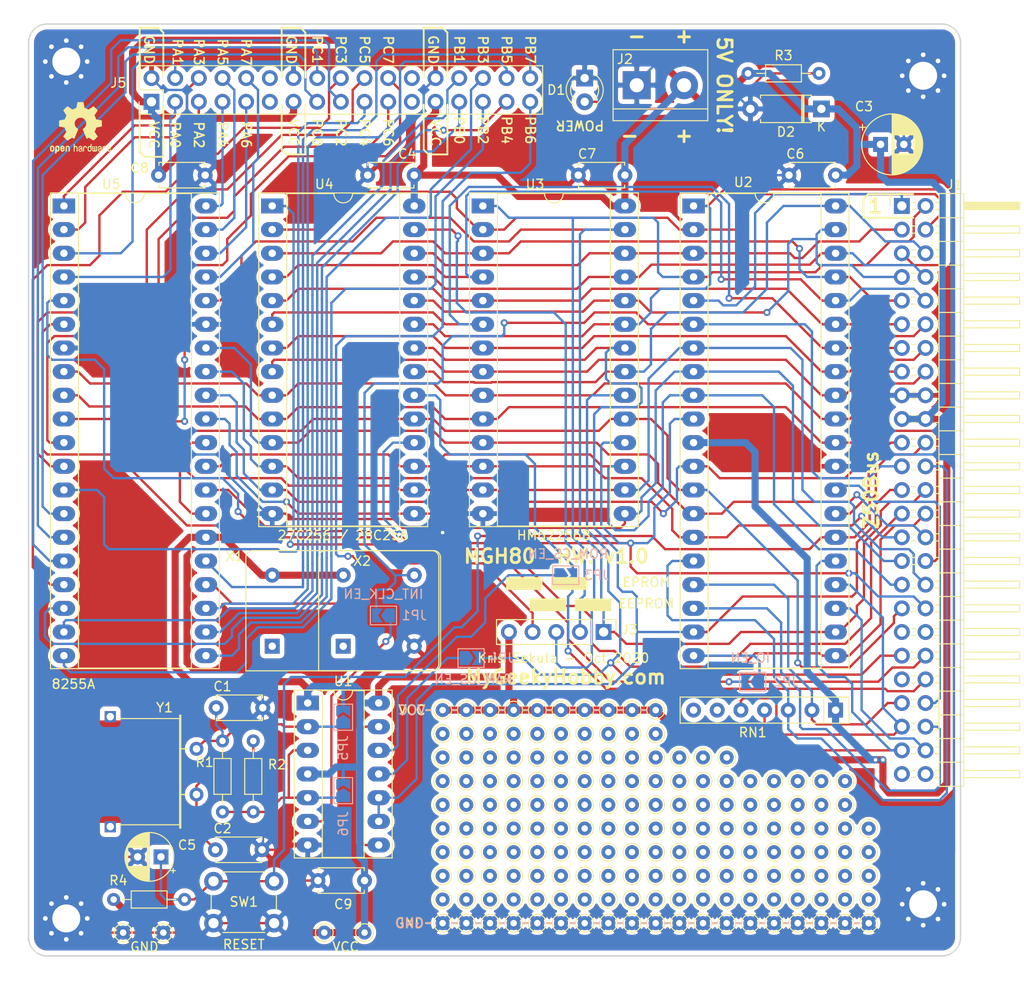
<source format=kicad_pcb>
(kicad_pcb (version 20171130) (host pcbnew "(5.1.5)-3")
  (layers (0 F.Cu signal) (31 B.Cu signal) (34 B.Paste user) (35 F.Paste user) (36 B.SilkS user) (37 F.SilkS user) (38 B.Mask user) (39 F.Mask user) (44 Edge.Cuts user))
  (net 0 "")
  (net 1 GND)
  (net 2 "Net-(C1-Pad2)")
  (net 3 "Net-(C2-Pad1)")
  (net 4 VCC)
  (net 5 /~RESET)
  (net 6 "Net-(D1-Pad2)")
  (net 7 /A15)
  (net 8 /A14)
  (net 9 /A13)
  (net 10 /A12)
  (net 11 /A11)
  (net 12 /A10)
  (net 13 /A9)
  (net 14 /A8)
  (net 15 /A7)
  (net 16 /A6)
  (net 17 /A5)
  (net 18 /A4)
  (net 19 /A3)
  (net 20 /A2)
  (net 21 /A1)
  (net 22 /A0)
  (net 23 /~M1)
  (net 24 /CLK)
  (net 25 /~INT)
  (net 26 /~MREQ)
  (net 27 /~WR)
  (net 28 /~IORQ)
  (net 29 /~RD)
  (net 30 /D1)
  (net 31 /D0)
  (net 32 /D3)
  (net 33 /D2)
  (net 34 /D5)
  (net 35 /D4)
  (net 36 /D7)
  (net 37 /D6)
  (net 38 /~RAM_CS)
  (net 39 /~IO_CS)
  (net 40 /~ROM_CS)
  (net 41 /~NMI)
  (net 42 /~RFSH)
  (net 43 /~Wait)
  (net 44 /~HALT)
  (net 45 /~BusRQ)
  (net 46 /~BusACK)
  (net 47 "Net-(J3-Pad2)")
  (net 48 "Net-(J3-Pad4)")
  (net 49 /PA0)
  (net 50 /PA1)
  (net 51 /PA2)
  (net 52 /PA3)
  (net 53 /PA4)
  (net 54 /PA5)
  (net 55 /PA6)
  (net 56 /PA7)
  (net 57 /PC0)
  (net 58 /PC1)
  (net 59 /PC2)
  (net 60 /PC3)
  (net 61 /PC4)
  (net 62 /PC5)
  (net 63 /PC6)
  (net 64 /PC7)
  (net 65 /PB0)
  (net 66 /PB1)
  (net 67 /PB2)
  (net 68 /PB3)
  (net 69 /PB4)
  (net 70 /PB5)
  (net 71 /PB6)
  (net 72 /PB7)
  (net 73 "Net-(JP1-Pad1)")
  (net 74 /~A15)
  (net 75 "Net-(JP4-Pad1)")
  (net 76 "Net-(U1-Pad13)")
  (net 77 "Net-(JP6-Pad1)")
  (module Symbol:OSHW-Logo2_7.3x6mm_SilkScreen (layer F.Cu) (at 89.662 52.324)
    (fp_text reference REF** hide)
    (fp_text value OSHW-Logo2_7.3x6mm_SilkScreen hide)
  )
  (module TestPoint:TestPoint_THTPad_D1.5mm_Drill0.7mm (layer F.Cu) (at 171.704 137.668 180)
    (fp_text reference TP20)
    (fp_text value GND)
    (pad 1 thru_hole circle (at 0 0 180) (size 1.5 1.5) (drill 0.7) (layers *.Cu *.Mask) (net 1 GND))
  )
  (module TestPoint:TestPoint_THTPad_D1.5mm_Drill0.7mm (layer F.Cu) (at 169.164 137.668 180)
    (fp_text reference TP20)
    (fp_text value GND)
    (pad 1 thru_hole circle (at 0 0 180) (size 1.5 1.5) (drill 0.7) (layers *.Cu *.Mask) (net 1 GND))
  )
  (module TestPoint:TestPoint_THTPad_D1.5mm_Drill0.7mm (layer F.Cu) (at 166.624 137.668 180)
    (fp_text reference TP20)
    (fp_text value GND)
    (pad 1 thru_hole circle (at 0 0 180) (size 1.5 1.5) (drill 0.7) (layers *.Cu *.Mask) (net 1 GND))
  )
  (module TestPoint:TestPoint_THTPad_D1.5mm_Drill0.7mm (layer F.Cu) (at 164.084 137.668 180)
    (fp_text reference TP20)
    (fp_text value GND)
    (pad 1 thru_hole circle (at 0 0 180) (size 1.5 1.5) (drill 0.7) (layers *.Cu *.Mask) (net 1 GND))
  )
  (module TestPoint:TestPoint_THTPad_D1.5mm_Drill0.7mm (layer F.Cu) (at 161.544 137.668 180)
    (fp_text reference TP20)
    (fp_text value GND)
    (pad 1 thru_hole circle (at 0 0 180) (size 1.5 1.5) (drill 0.7) (layers *.Cu *.Mask) (net 1 GND))
  )
  (module TestPoint:TestPoint_THTPad_D1.5mm_Drill0.7mm (layer F.Cu) (at 159.004 137.668 180)
    (fp_text reference TP20)
    (fp_text value GND)
    (pad 1 thru_hole circle (at 0 0 180) (size 1.5 1.5) (drill 0.7) (layers *.Cu *.Mask) (net 1 GND))
  )
  (module TestPoint:TestPoint_THTPad_D1.5mm_Drill0.7mm (layer F.Cu) (at 156.464 137.668 180)
    (fp_text reference TP20)
    (fp_text value GND)
    (pad 1 thru_hole circle (at 0 0 180) (size 1.5 1.5) (drill 0.7) (layers *.Cu *.Mask) (net 1 GND))
  )
  (module TestPoint:TestPoint_THTPad_D1.5mm_Drill0.7mm (layer F.Cu) (at 153.924 137.668 180)
    (fp_text reference TP20)
    (fp_text value GND)
    (pad 1 thru_hole circle (at 0 0 180) (size 1.5 1.5) (drill 0.7) (layers *.Cu *.Mask) (net 1 GND))
  )
  (module TestPoint:TestPoint_THTPad_D1.5mm_Drill0.7mm (layer F.Cu) (at 151.384 137.668 180)
    (fp_text reference TP20)
    (fp_text value GND)
    (pad 1 thru_hole circle (at 0 0 180) (size 1.5 1.5) (drill 0.7) (layers *.Cu *.Mask) (net 1 GND))
  )
  (module TestPoint:TestPoint_THTPad_D1.5mm_Drill0.7mm (layer F.Cu) (at 148.844 137.668 180)
    (fp_text reference TP20)
    (fp_text value GND)
    (pad 1 thru_hole circle (at 0 0 180) (size 1.5 1.5) (drill 0.7) (layers *.Cu *.Mask) (net 1 GND))
  )
  (module TestPoint:TestPoint_THTPad_D1.5mm_Drill0.7mm (layer F.Cu) (at 146.304 137.668 180)
    (fp_text reference TP20)
    (fp_text value GND)
    (pad 1 thru_hole circle (at 0 0 180) (size 1.5 1.5) (drill 0.7) (layers *.Cu *.Mask) (net 1 GND))
  )
  (module TestPoint:TestPoint_THTPad_D1.5mm_Drill0.7mm (layer F.Cu) (at 143.764 137.668 180)
    (fp_text reference TP20)
    (fp_text value GND)
    (pad 1 thru_hole circle (at 0 0 180) (size 1.5 1.5) (drill 0.7) (layers *.Cu *.Mask) (net 1 GND))
  )
  (module TestPoint:TestPoint_THTPad_D1.5mm_Drill0.7mm (layer F.Cu) (at 141.224 137.668 180)
    (fp_text reference TP20)
    (fp_text value GND)
    (pad 1 thru_hole circle (at 0 0 180) (size 1.5 1.5) (drill 0.7) (layers *.Cu *.Mask) (net 1 GND))
  )
  (module TestPoint:TestPoint_THTPad_D1.5mm_Drill0.7mm (layer F.Cu) (at 138.684 137.668 180)
    (fp_text reference TP20)
    (fp_text value GND)
    (pad 1 thru_hole circle (at 0 0 180) (size 1.5 1.5) (drill 0.7) (layers *.Cu *.Mask) (net 1 GND))
  )
  (module TestPoint:TestPoint_THTPad_D1.5mm_Drill0.7mm (layer F.Cu) (at 136.144 137.668 180)
    (fp_text reference TP20)
    (fp_text value GND)
    (pad 1 thru_hole circle (at 0 0 180) (size 1.5 1.5) (drill 0.7) (layers *.Cu *.Mask) (net 1 GND))
  )
  (module TestPoint:TestPoint_THTPad_D1.5mm_Drill0.7mm (layer F.Cu) (at 133.604 137.668 180)
    (fp_text reference TP20)
    (fp_text value GND)
    (pad 1 thru_hole circle (at 0 0 180) (size 1.5 1.5) (drill 0.7) (layers *.Cu *.Mask) (net 1 GND))
  )
  (module TestPoint:TestPoint_THTPad_D1.5mm_Drill0.7mm (layer F.Cu) (at 131.064 137.668 180)
    (fp_text reference TP20)
    (fp_text value GND)
    (pad 1 thru_hole circle (at 0 0 180) (size 1.5 1.5) (drill 0.7) (layers *.Cu *.Mask) (net 1 GND))
  )
  (module TestPoint:TestPoint_THTPad_D1.5mm_Drill0.7mm (layer F.Cu) (at 128.524 137.668 180)
    (fp_text reference TP20)
    (fp_text value GND)
    (pad 1 thru_hole circle (at 0 0 180) (size 1.5 1.5) (drill 0.7) (layers *.Cu *.Mask) (net 1 GND))
  )
  (module TestPoint:TestPoint_THTPad_D1.5mm_Drill0.7mm (layer F.Cu) (at 169.164 124.968 180)
    (fp_text reference TP10)
    (fp_text value "")
    (pad 1 thru_hole circle (at 0 0 180) (size 1.5 1.5) (drill 0.7) (layers *.Cu *.Mask))
  )
  (module TestPoint:TestPoint_THTPad_D1.5mm_Drill0.7mm (layer F.Cu) (at 171.704 122.428 180)
    (fp_text reference TP10)
    (fp_text value "")
    (pad 1 thru_hole circle (at 0 0 180) (size 1.5 1.5) (drill 0.7) (layers *.Cu *.Mask))
  )
  (module TestPoint:TestPoint_THTPad_D1.5mm_Drill0.7mm (layer F.Cu) (at 169.164 122.428 180)
    (fp_text reference TP10)
    (fp_text value "")
    (pad 1 thru_hole circle (at 0 0 180) (size 1.5 1.5) (drill 0.7) (layers *.Cu *.Mask))
  )
  (module TestPoint:TestPoint_THTPad_D1.5mm_Drill0.7mm (layer F.Cu) (at 169.164 127.508 180)
    (fp_text reference TP10)
    (fp_text value "")
    (pad 1 thru_hole circle (at 0 0 180) (size 1.5 1.5) (drill 0.7) (layers *.Cu *.Mask))
  )
  (module TestPoint:TestPoint_THTPad_D1.5mm_Drill0.7mm (layer F.Cu) (at 171.704 127.508 180)
    (fp_text reference TP10)
    (fp_text value "")
    (pad 1 thru_hole circle (at 0 0 180) (size 1.5 1.5) (drill 0.7) (layers *.Cu *.Mask))
  )
  (module TestPoint:TestPoint_THTPad_D1.5mm_Drill0.7mm (layer F.Cu) (at 171.704 124.968 180)
    (fp_text reference TP10)
    (fp_text value "")
    (pad 1 thru_hole circle (at 0 0 180) (size 1.5 1.5) (drill 0.7) (layers *.Cu *.Mask))
  )
  (module TestPoint:TestPoint_THTPad_D1.5mm_Drill0.7mm (layer F.Cu) (at 166.624 122.428 180)
    (fp_text reference TP10)
    (fp_text value "")
    (pad 1 thru_hole circle (at 0 0 180) (size 1.5 1.5) (drill 0.7) (layers *.Cu *.Mask))
  )
  (module TestPoint:TestPoint_THTPad_D1.5mm_Drill0.7mm (layer F.Cu) (at 166.624 127.508 180)
    (fp_text reference TP10)
    (fp_text value "")
    (pad 1 thru_hole circle (at 0 0 180) (size 1.5 1.5) (drill 0.7) (layers *.Cu *.Mask))
  )
  (module TestPoint:TestPoint_THTPad_D1.5mm_Drill0.7mm (layer F.Cu) (at 161.544 124.968 180)
    (fp_text reference TP10)
    (fp_text value "")
    (pad 1 thru_hole circle (at 0 0 180) (size 1.5 1.5) (drill 0.7) (layers *.Cu *.Mask))
  )
  (module TestPoint:TestPoint_THTPad_D1.5mm_Drill0.7mm (layer F.Cu) (at 166.624 124.968 180)
    (fp_text reference TP10)
    (fp_text value "")
    (pad 1 thru_hole circle (at 0 0 180) (size 1.5 1.5) (drill 0.7) (layers *.Cu *.Mask))
  )
  (module TestPoint:TestPoint_THTPad_D1.5mm_Drill0.7mm (layer F.Cu) (at 164.084 122.428 180)
    (fp_text reference TP10)
    (fp_text value "")
    (pad 1 thru_hole circle (at 0 0 180) (size 1.5 1.5) (drill 0.7) (layers *.Cu *.Mask))
  )
  (module TestPoint:TestPoint_THTPad_D1.5mm_Drill0.7mm (layer F.Cu) (at 161.544 122.428 180)
    (fp_text reference TP10)
    (fp_text value "")
    (pad 1 thru_hole circle (at 0 0 180) (size 1.5 1.5) (drill 0.7) (layers *.Cu *.Mask))
  )
  (module TestPoint:TestPoint_THTPad_D1.5mm_Drill0.7mm (layer F.Cu) (at 161.544 127.508 180)
    (fp_text reference TP10)
    (fp_text value "")
    (pad 1 thru_hole circle (at 0 0 180) (size 1.5 1.5) (drill 0.7) (layers *.Cu *.Mask))
  )
  (module TestPoint:TestPoint_THTPad_D1.5mm_Drill0.7mm (layer F.Cu) (at 164.084 127.508 180)
    (fp_text reference TP10)
    (fp_text value "")
    (pad 1 thru_hole circle (at 0 0 180) (size 1.5 1.5) (drill 0.7) (layers *.Cu *.Mask))
  )
  (module TestPoint:TestPoint_THTPad_D1.5mm_Drill0.7mm (layer F.Cu) (at 164.084 124.968 180)
    (fp_text reference TP10)
    (fp_text value "")
    (pad 1 thru_hole circle (at 0 0 180) (size 1.5 1.5) (drill 0.7) (layers *.Cu *.Mask))
  )
  (module TestPoint:TestPoint_THTPad_D1.5mm_Drill0.7mm (layer F.Cu) (at 174.244 130.048 180)
    (fp_text reference TP10)
    (fp_text value "")
    (pad 1 thru_hole circle (at 0 0 180) (size 1.5 1.5) (drill 0.7) (layers *.Cu *.Mask))
  )
  (module TestPoint:TestPoint_THTPad_D1.5mm_Drill0.7mm (layer F.Cu) (at 174.244 135.128 180)
    (fp_text reference TP10)
    (fp_text value "")
    (pad 1 thru_hole circle (at 0 0 180) (size 1.5 1.5) (drill 0.7) (layers *.Cu *.Mask))
  )
  (module TestPoint:TestPoint_THTPad_D1.5mm_Drill0.7mm (layer F.Cu) (at 169.164 132.588 180)
    (fp_text reference TP10)
    (fp_text value "")
    (pad 1 thru_hole circle (at 0 0 180) (size 1.5 1.5) (drill 0.7) (layers *.Cu *.Mask))
  )
  (module TestPoint:TestPoint_THTPad_D1.5mm_Drill0.7mm (layer F.Cu) (at 174.244 132.588 180)
    (fp_text reference TP10)
    (fp_text value "")
    (pad 1 thru_hole circle (at 0 0 180) (size 1.5 1.5) (drill 0.7) (layers *.Cu *.Mask))
  )
  (module TestPoint:TestPoint_THTPad_D1.5mm_Drill0.7mm (layer F.Cu) (at 171.704 130.048 180)
    (fp_text reference TP10)
    (fp_text value "")
    (pad 1 thru_hole circle (at 0 0 180) (size 1.5 1.5) (drill 0.7) (layers *.Cu *.Mask))
  )
  (module TestPoint:TestPoint_THTPad_D1.5mm_Drill0.7mm (layer F.Cu) (at 169.164 130.048 180)
    (fp_text reference TP10)
    (fp_text value "")
    (pad 1 thru_hole circle (at 0 0 180) (size 1.5 1.5) (drill 0.7) (layers *.Cu *.Mask))
  )
  (module TestPoint:TestPoint_THTPad_D1.5mm_Drill0.7mm (layer F.Cu) (at 169.164 135.128 180)
    (fp_text reference TP10)
    (fp_text value "")
    (pad 1 thru_hole circle (at 0 0 180) (size 1.5 1.5) (drill 0.7) (layers *.Cu *.Mask))
  )
  (module TestPoint:TestPoint_THTPad_D1.5mm_Drill0.7mm (layer F.Cu) (at 171.704 135.128 180)
    (fp_text reference TP10)
    (fp_text value "")
    (pad 1 thru_hole circle (at 0 0 180) (size 1.5 1.5) (drill 0.7) (layers *.Cu *.Mask))
  )
  (module TestPoint:TestPoint_THTPad_D1.5mm_Drill0.7mm (layer F.Cu) (at 171.704 132.588 180)
    (fp_text reference TP10)
    (fp_text value "")
    (pad 1 thru_hole circle (at 0 0 180) (size 1.5 1.5) (drill 0.7) (layers *.Cu *.Mask))
  )
  (module TestPoint:TestPoint_THTPad_D1.5mm_Drill0.7mm (layer F.Cu) (at 166.624 135.128 180)
    (fp_text reference TP10)
    (fp_text value "")
    (pad 1 thru_hole circle (at 0 0 180) (size 1.5 1.5) (drill 0.7) (layers *.Cu *.Mask))
  )
  (module TestPoint:TestPoint_THTPad_D1.5mm_Drill0.7mm (layer F.Cu) (at 161.544 130.048 180)
    (fp_text reference TP10)
    (fp_text value "")
    (pad 1 thru_hole circle (at 0 0 180) (size 1.5 1.5) (drill 0.7) (layers *.Cu *.Mask))
  )
  (module TestPoint:TestPoint_THTPad_D1.5mm_Drill0.7mm (layer F.Cu) (at 164.084 130.048 180)
    (fp_text reference TP10)
    (fp_text value "")
    (pad 1 thru_hole circle (at 0 0 180) (size 1.5 1.5) (drill 0.7) (layers *.Cu *.Mask))
  )
  (module TestPoint:TestPoint_THTPad_D1.5mm_Drill0.7mm (layer F.Cu) (at 161.544 132.588 180)
    (fp_text reference TP10)
    (fp_text value "")
    (pad 1 thru_hole circle (at 0 0 180) (size 1.5 1.5) (drill 0.7) (layers *.Cu *.Mask))
  )
  (module TestPoint:TestPoint_THTPad_D1.5mm_Drill0.7mm (layer F.Cu) (at 161.544 135.128 180)
    (fp_text reference TP10)
    (fp_text value "")
    (pad 1 thru_hole circle (at 0 0 180) (size 1.5 1.5) (drill 0.7) (layers *.Cu *.Mask))
  )
  (module TestPoint:TestPoint_THTPad_D1.5mm_Drill0.7mm (layer F.Cu) (at 166.624 132.588 180)
    (fp_text reference TP10)
    (fp_text value "")
    (pad 1 thru_hole circle (at 0 0 180) (size 1.5 1.5) (drill 0.7) (layers *.Cu *.Mask))
  )
  (module TestPoint:TestPoint_THTPad_D1.5mm_Drill0.7mm (layer F.Cu) (at 166.624 130.048 180)
    (fp_text reference TP10)
    (fp_text value "")
    (pad 1 thru_hole circle (at 0 0 180) (size 1.5 1.5) (drill 0.7) (layers *.Cu *.Mask))
  )
  (module TestPoint:TestPoint_THTPad_D1.5mm_Drill0.7mm (layer F.Cu) (at 164.084 135.128 180)
    (fp_text reference TP10)
    (fp_text value "")
    (pad 1 thru_hole circle (at 0 0 180) (size 1.5 1.5) (drill 0.7) (layers *.Cu *.Mask))
  )
  (module TestPoint:TestPoint_THTPad_D1.5mm_Drill0.7mm (layer F.Cu) (at 164.084 132.588 180)
    (fp_text reference TP10)
    (fp_text value "")
    (pad 1 thru_hole circle (at 0 0 180) (size 1.5 1.5) (drill 0.7) (layers *.Cu *.Mask))
  )
  (module TestPoint:TestPoint_THTPad_D1.5mm_Drill0.7mm (layer F.Cu) (at 159.004 130.048 180)
    (fp_text reference TP10)
    (fp_text value "")
    (pad 1 thru_hole circle (at 0 0 180) (size 1.5 1.5) (drill 0.7) (layers *.Cu *.Mask))
  )
  (module TestPoint:TestPoint_THTPad_D1.5mm_Drill0.7mm (layer F.Cu) (at 156.464 135.128 180)
    (fp_text reference TP10)
    (fp_text value "")
    (pad 1 thru_hole circle (at 0 0 180) (size 1.5 1.5) (drill 0.7) (layers *.Cu *.Mask))
  )
  (module TestPoint:TestPoint_THTPad_D1.5mm_Drill0.7mm (layer F.Cu) (at 153.924 130.048 180)
    (fp_text reference TP10)
    (fp_text value "")
    (pad 1 thru_hole circle (at 0 0 180) (size 1.5 1.5) (drill 0.7) (layers *.Cu *.Mask))
  )
  (module TestPoint:TestPoint_THTPad_D1.5mm_Drill0.7mm (layer F.Cu) (at 159.004 135.128 180)
    (fp_text reference TP10)
    (fp_text value "")
    (pad 1 thru_hole circle (at 0 0 180) (size 1.5 1.5) (drill 0.7) (layers *.Cu *.Mask))
  )
  (module TestPoint:TestPoint_THTPad_D1.5mm_Drill0.7mm (layer F.Cu) (at 156.464 130.048 180)
    (fp_text reference TP10)
    (fp_text value "")
    (pad 1 thru_hole circle (at 0 0 180) (size 1.5 1.5) (drill 0.7) (layers *.Cu *.Mask))
  )
  (module TestPoint:TestPoint_THTPad_D1.5mm_Drill0.7mm (layer F.Cu) (at 159.004 132.588 180)
    (fp_text reference TP10)
    (fp_text value "")
    (pad 1 thru_hole circle (at 0 0 180) (size 1.5 1.5) (drill 0.7) (layers *.Cu *.Mask))
  )
  (module TestPoint:TestPoint_THTPad_D1.5mm_Drill0.7mm (layer F.Cu) (at 153.924 132.588 180)
    (fp_text reference TP10)
    (fp_text value "")
    (pad 1 thru_hole circle (at 0 0 180) (size 1.5 1.5) (drill 0.7) (layers *.Cu *.Mask))
  )
  (module TestPoint:TestPoint_THTPad_D1.5mm_Drill0.7mm (layer F.Cu) (at 153.924 135.128 180)
    (fp_text reference TP10)
    (fp_text value "")
    (pad 1 thru_hole circle (at 0 0 180) (size 1.5 1.5) (drill 0.7) (layers *.Cu *.Mask))
  )
  (module TestPoint:TestPoint_THTPad_D1.5mm_Drill0.7mm (layer F.Cu) (at 156.464 132.588 180)
    (fp_text reference TP10)
    (fp_text value "")
    (pad 1 thru_hole circle (at 0 0 180) (size 1.5 1.5) (drill 0.7) (layers *.Cu *.Mask))
  )
  (module TestPoint:TestPoint_THTPad_D1.5mm_Drill0.7mm (layer F.Cu) (at 159.004 119.888 180)
    (fp_text reference TP10)
    (fp_text value "")
    (pad 1 thru_hole circle (at 0 0 180) (size 1.5 1.5) (drill 0.7) (layers *.Cu *.Mask))
  )
  (module TestPoint:TestPoint_THTPad_D1.5mm_Drill0.7mm (layer F.Cu) (at 153.924 119.888 180)
    (fp_text reference TP10)
    (fp_text value "")
    (pad 1 thru_hole circle (at 0 0 180) (size 1.5 1.5) (drill 0.7) (layers *.Cu *.Mask))
  )
  (module TestPoint:TestPoint_THTPad_D1.5mm_Drill0.7mm (layer F.Cu) (at 156.464 119.888 180)
    (fp_text reference TP10)
    (fp_text value "")
    (pad 1 thru_hole circle (at 0 0 180) (size 1.5 1.5) (drill 0.7) (layers *.Cu *.Mask))
  )
  (module TestPoint:TestPoint_THTPad_D1.5mm_Drill0.7mm (layer F.Cu) (at 159.004 122.428 180)
    (fp_text reference TP10)
    (fp_text value "")
    (pad 1 thru_hole circle (at 0 0 180) (size 1.5 1.5) (drill 0.7) (layers *.Cu *.Mask))
  )
  (module TestPoint:TestPoint_THTPad_D1.5mm_Drill0.7mm (layer F.Cu) (at 153.924 122.428 180)
    (fp_text reference TP10)
    (fp_text value "")
    (pad 1 thru_hole circle (at 0 0 180) (size 1.5 1.5) (drill 0.7) (layers *.Cu *.Mask))
  )
  (module TestPoint:TestPoint_THTPad_D1.5mm_Drill0.7mm (layer F.Cu) (at 159.004 127.508 180)
    (fp_text reference TP10)
    (fp_text value "")
    (pad 1 thru_hole circle (at 0 0 180) (size 1.5 1.5) (drill 0.7) (layers *.Cu *.Mask))
  )
  (module TestPoint:TestPoint_THTPad_D1.5mm_Drill0.7mm (layer F.Cu) (at 153.924 127.508 180)
    (fp_text reference TP10)
    (fp_text value "")
    (pad 1 thru_hole circle (at 0 0 180) (size 1.5 1.5) (drill 0.7) (layers *.Cu *.Mask))
  )
  (module TestPoint:TestPoint_THTPad_D1.5mm_Drill0.7mm (layer F.Cu) (at 156.464 124.968 180)
    (fp_text reference TP10)
    (fp_text value "")
    (pad 1 thru_hole circle (at 0 0 180) (size 1.5 1.5) (drill 0.7) (layers *.Cu *.Mask))
  )
  (module TestPoint:TestPoint_THTPad_D1.5mm_Drill0.7mm (layer F.Cu) (at 156.464 127.508 180)
    (fp_text reference TP10)
    (fp_text value "")
    (pad 1 thru_hole circle (at 0 0 180) (size 1.5 1.5) (drill 0.7) (layers *.Cu *.Mask))
  )
  (module TestPoint:TestPoint_THTPad_D1.5mm_Drill0.7mm (layer F.Cu) (at 153.924 124.968 180)
    (fp_text reference TP10)
    (fp_text value "")
    (pad 1 thru_hole circle (at 0 0 180) (size 1.5 1.5) (drill 0.7) (layers *.Cu *.Mask))
  )
  (module TestPoint:TestPoint_THTPad_D1.5mm_Drill0.7mm (layer F.Cu) (at 156.464 122.428 180)
    (fp_text reference TP10)
    (fp_text value "")
    (pad 1 thru_hole circle (at 0 0 180) (size 1.5 1.5) (drill 0.7) (layers *.Cu *.Mask))
  )
  (module TestPoint:TestPoint_THTPad_D1.5mm_Drill0.7mm (layer F.Cu) (at 159.004 124.968 180)
    (fp_text reference TP10)
    (fp_text value "")
    (pad 1 thru_hole circle (at 0 0 180) (size 1.5 1.5) (drill 0.7) (layers *.Cu *.Mask))
  )
  (module TestPoint:TestPoint_THTPad_D1.5mm_Drill0.7mm (layer F.Cu) (at 151.384 135.128 180)
    (fp_text reference TP10)
    (fp_text value "")
    (pad 1 thru_hole circle (at 0 0 180) (size 1.5 1.5) (drill 0.7) (layers *.Cu *.Mask))
  )
  (module TestPoint:TestPoint_THTPad_D1.5mm_Drill0.7mm (layer F.Cu) (at 148.844 135.128 180)
    (fp_text reference TP10)
    (fp_text value "")
    (pad 1 thru_hole circle (at 0 0 180) (size 1.5 1.5) (drill 0.7) (layers *.Cu *.Mask))
  )
  (module TestPoint:TestPoint_THTPad_D1.5mm_Drill0.7mm (layer F.Cu) (at 146.304 135.128 180)
    (fp_text reference TP10)
    (fp_text value "")
    (pad 1 thru_hole circle (at 0 0 180) (size 1.5 1.5) (drill 0.7) (layers *.Cu *.Mask))
  )
  (module TestPoint:TestPoint_THTPad_D1.5mm_Drill0.7mm (layer F.Cu) (at 143.764 135.128 180)
    (fp_text reference TP10)
    (fp_text value "")
    (pad 1 thru_hole circle (at 0 0 180) (size 1.5 1.5) (drill 0.7) (layers *.Cu *.Mask))
  )
  (module TestPoint:TestPoint_THTPad_D1.5mm_Drill0.7mm (layer F.Cu) (at 141.224 135.128 180)
    (fp_text reference TP10)
    (fp_text value "")
    (pad 1 thru_hole circle (at 0 0 180) (size 1.5 1.5) (drill 0.7) (layers *.Cu *.Mask))
  )
  (module TestPoint:TestPoint_THTPad_D1.5mm_Drill0.7mm (layer F.Cu) (at 138.684 135.128 180)
    (fp_text reference TP10)
    (fp_text value "")
    (pad 1 thru_hole circle (at 0 0 180) (size 1.5 1.5) (drill 0.7) (layers *.Cu *.Mask))
  )
  (module TestPoint:TestPoint_THTPad_D1.5mm_Drill0.7mm (layer F.Cu) (at 136.144 135.128 180)
    (fp_text reference TP10)
    (fp_text value "")
    (pad 1 thru_hole circle (at 0 0 180) (size 1.5 1.5) (drill 0.7) (layers *.Cu *.Mask))
  )
  (module TestPoint:TestPoint_THTPad_D1.5mm_Drill0.7mm (layer F.Cu) (at 133.604 135.128 180)
    (fp_text reference TP10)
    (fp_text value "")
    (pad 1 thru_hole circle (at 0 0 180) (size 1.5 1.5) (drill 0.7) (layers *.Cu *.Mask))
  )
  (module TestPoint:TestPoint_THTPad_D1.5mm_Drill0.7mm (layer F.Cu) (at 131.064 135.128 180)
    (fp_text reference TP10)
    (fp_text value "")
    (pad 1 thru_hole circle (at 0 0 180) (size 1.5 1.5) (drill 0.7) (layers *.Cu *.Mask))
  )
  (module TestPoint:TestPoint_THTPad_D1.5mm_Drill0.7mm (layer F.Cu) (at 128.524 135.128 180)
    (fp_text reference TP10)
    (fp_text value "")
    (pad 1 thru_hole circle (at 0 0 180) (size 1.5 1.5) (drill 0.7) (layers *.Cu *.Mask))
  )
  (module TestPoint:TestPoint_THTPad_D1.5mm_Drill0.7mm (layer F.Cu) (at 151.384 132.588 180)
    (fp_text reference TP10)
    (fp_text value "")
    (pad 1 thru_hole circle (at 0 0 180) (size 1.5 1.5) (drill 0.7) (layers *.Cu *.Mask))
  )
  (module TestPoint:TestPoint_THTPad_D1.5mm_Drill0.7mm (layer F.Cu) (at 148.844 132.588 180)
    (fp_text reference TP10)
    (fp_text value "")
    (pad 1 thru_hole circle (at 0 0 180) (size 1.5 1.5) (drill 0.7) (layers *.Cu *.Mask))
  )
  (module TestPoint:TestPoint_THTPad_D1.5mm_Drill0.7mm (layer F.Cu) (at 146.304 132.588 180)
    (fp_text reference TP10)
    (fp_text value "")
    (pad 1 thru_hole circle (at 0 0 180) (size 1.5 1.5) (drill 0.7) (layers *.Cu *.Mask))
  )
  (module TestPoint:TestPoint_THTPad_D1.5mm_Drill0.7mm (layer F.Cu) (at 143.764 132.588 180)
    (fp_text reference TP10)
    (fp_text value "")
    (pad 1 thru_hole circle (at 0 0 180) (size 1.5 1.5) (drill 0.7) (layers *.Cu *.Mask))
  )
  (module TestPoint:TestPoint_THTPad_D1.5mm_Drill0.7mm (layer F.Cu) (at 141.224 132.588 180)
    (fp_text reference TP10)
    (fp_text value "")
    (pad 1 thru_hole circle (at 0 0 180) (size 1.5 1.5) (drill 0.7) (layers *.Cu *.Mask))
  )
  (module TestPoint:TestPoint_THTPad_D1.5mm_Drill0.7mm (layer F.Cu) (at 138.684 132.588 180)
    (fp_text reference TP10)
    (fp_text value "")
    (pad 1 thru_hole circle (at 0 0 180) (size 1.5 1.5) (drill 0.7) (layers *.Cu *.Mask))
  )
  (module TestPoint:TestPoint_THTPad_D1.5mm_Drill0.7mm (layer F.Cu) (at 136.144 132.588 180)
    (fp_text reference TP10)
    (fp_text value "")
    (pad 1 thru_hole circle (at 0 0 180) (size 1.5 1.5) (drill 0.7) (layers *.Cu *.Mask))
  )
  (module TestPoint:TestPoint_THTPad_D1.5mm_Drill0.7mm (layer F.Cu) (at 133.604 132.588 180)
    (fp_text reference TP10)
    (fp_text value "")
    (pad 1 thru_hole circle (at 0 0 180) (size 1.5 1.5) (drill 0.7) (layers *.Cu *.Mask))
  )
  (module TestPoint:TestPoint_THTPad_D1.5mm_Drill0.7mm (layer F.Cu) (at 131.064 132.588 180)
    (fp_text reference TP10)
    (fp_text value "")
    (pad 1 thru_hole circle (at 0 0 180) (size 1.5 1.5) (drill 0.7) (layers *.Cu *.Mask))
  )
  (module TestPoint:TestPoint_THTPad_D1.5mm_Drill0.7mm (layer F.Cu) (at 128.524 132.588 180)
    (fp_text reference TP10)
    (fp_text value "")
    (pad 1 thru_hole circle (at 0 0 180) (size 1.5 1.5) (drill 0.7) (layers *.Cu *.Mask))
  )
  (module TestPoint:TestPoint_THTPad_D1.5mm_Drill0.7mm (layer F.Cu) (at 151.384 130.048 180)
    (fp_text reference TP10)
    (fp_text value "")
    (pad 1 thru_hole circle (at 0 0 180) (size 1.5 1.5) (drill 0.7) (layers *.Cu *.Mask))
  )
  (module TestPoint:TestPoint_THTPad_D1.5mm_Drill0.7mm (layer F.Cu) (at 148.844 130.048 180)
    (fp_text reference TP10)
    (fp_text value "")
    (pad 1 thru_hole circle (at 0 0 180) (size 1.5 1.5) (drill 0.7) (layers *.Cu *.Mask))
  )
  (module TestPoint:TestPoint_THTPad_D1.5mm_Drill0.7mm (layer F.Cu) (at 146.304 130.048 180)
    (fp_text reference TP10)
    (fp_text value "")
    (pad 1 thru_hole circle (at 0 0 180) (size 1.5 1.5) (drill 0.7) (layers *.Cu *.Mask))
  )
  (module TestPoint:TestPoint_THTPad_D1.5mm_Drill0.7mm (layer F.Cu) (at 143.764 130.048 180)
    (fp_text reference TP10)
    (fp_text value "")
    (pad 1 thru_hole circle (at 0 0 180) (size 1.5 1.5) (drill 0.7) (layers *.Cu *.Mask))
  )
  (module TestPoint:TestPoint_THTPad_D1.5mm_Drill0.7mm (layer F.Cu) (at 141.224 130.048 180)
    (fp_text reference TP10)
    (fp_text value "")
    (pad 1 thru_hole circle (at 0 0 180) (size 1.5 1.5) (drill 0.7) (layers *.Cu *.Mask))
  )
  (module TestPoint:TestPoint_THTPad_D1.5mm_Drill0.7mm (layer F.Cu) (at 138.684 130.048 180)
    (fp_text reference TP10)
    (fp_text value "")
    (pad 1 thru_hole circle (at 0 0 180) (size 1.5 1.5) (drill 0.7) (layers *.Cu *.Mask))
  )
  (module TestPoint:TestPoint_THTPad_D1.5mm_Drill0.7mm (layer F.Cu) (at 136.144 130.048 180)
    (fp_text reference TP10)
    (fp_text value "")
    (pad 1 thru_hole circle (at 0 0 180) (size 1.5 1.5) (drill 0.7) (layers *.Cu *.Mask))
  )
  (module TestPoint:TestPoint_THTPad_D1.5mm_Drill0.7mm (layer F.Cu) (at 133.604 130.048 180)
    (fp_text reference TP10)
    (fp_text value "")
    (pad 1 thru_hole circle (at 0 0 180) (size 1.5 1.5) (drill 0.7) (layers *.Cu *.Mask))
  )
  (module TestPoint:TestPoint_THTPad_D1.5mm_Drill0.7mm (layer F.Cu) (at 131.064 130.048 180)
    (fp_text reference TP10)
    (fp_text value "")
    (pad 1 thru_hole circle (at 0 0 180) (size 1.5 1.5) (drill 0.7) (layers *.Cu *.Mask))
  )
  (module TestPoint:TestPoint_THTPad_D1.5mm_Drill0.7mm (layer F.Cu) (at 128.524 130.048 180)
    (fp_text reference TP10)
    (fp_text value "")
    (pad 1 thru_hole circle (at 0 0 180) (size 1.5 1.5) (drill 0.7) (layers *.Cu *.Mask))
  )
  (module TestPoint:TestPoint_THTPad_D1.5mm_Drill0.7mm (layer F.Cu) (at 151.384 127.508 180)
    (fp_text reference TP10)
    (fp_text value "")
    (pad 1 thru_hole circle (at 0 0 180) (size 1.5 1.5) (drill 0.7) (layers *.Cu *.Mask))
  )
  (module TestPoint:TestPoint_THTPad_D1.5mm_Drill0.7mm (layer F.Cu) (at 148.844 127.508 180)
    (fp_text reference TP10)
    (fp_text value "")
    (pad 1 thru_hole circle (at 0 0 180) (size 1.5 1.5) (drill 0.7) (layers *.Cu *.Mask))
  )
  (module TestPoint:TestPoint_THTPad_D1.5mm_Drill0.7mm (layer F.Cu) (at 146.304 127.508 180)
    (fp_text reference TP10)
    (fp_text value "")
    (pad 1 thru_hole circle (at 0 0 180) (size 1.5 1.5) (drill 0.7) (layers *.Cu *.Mask))
  )
  (module TestPoint:TestPoint_THTPad_D1.5mm_Drill0.7mm (layer F.Cu) (at 143.764 127.508 180)
    (fp_text reference TP10)
    (fp_text value "")
    (pad 1 thru_hole circle (at 0 0 180) (size 1.5 1.5) (drill 0.7) (layers *.Cu *.Mask))
  )
  (module TestPoint:TestPoint_THTPad_D1.5mm_Drill0.7mm (layer F.Cu) (at 141.224 127.508 180)
    (fp_text reference TP10)
    (fp_text value "")
    (pad 1 thru_hole circle (at 0 0 180) (size 1.5 1.5) (drill 0.7) (layers *.Cu *.Mask))
  )
  (module TestPoint:TestPoint_THTPad_D1.5mm_Drill0.7mm (layer F.Cu) (at 138.684 127.508 180)
    (fp_text reference TP10)
    (fp_text value "")
    (pad 1 thru_hole circle (at 0 0 180) (size 1.5 1.5) (drill 0.7) (layers *.Cu *.Mask))
  )
  (module TestPoint:TestPoint_THTPad_D1.5mm_Drill0.7mm (layer F.Cu) (at 136.144 127.508 180)
    (fp_text reference TP10)
    (fp_text value "")
    (pad 1 thru_hole circle (at 0 0 180) (size 1.5 1.5) (drill 0.7) (layers *.Cu *.Mask))
  )
  (module TestPoint:TestPoint_THTPad_D1.5mm_Drill0.7mm (layer F.Cu) (at 133.604 127.508 180)
    (fp_text reference TP10)
    (fp_text value "")
    (pad 1 thru_hole circle (at 0 0 180) (size 1.5 1.5) (drill 0.7) (layers *.Cu *.Mask))
  )
  (module TestPoint:TestPoint_THTPad_D1.5mm_Drill0.7mm (layer F.Cu) (at 131.064 127.508 180)
    (fp_text reference TP10)
    (fp_text value "")
    (pad 1 thru_hole circle (at 0 0 180) (size 1.5 1.5) (drill 0.7) (layers *.Cu *.Mask))
  )
  (module TestPoint:TestPoint_THTPad_D1.5mm_Drill0.7mm (layer F.Cu) (at 128.524 127.508 180)
    (fp_text reference TP10)
    (fp_text value "")
    (pad 1 thru_hole circle (at 0 0 180) (size 1.5 1.5) (drill 0.7) (layers *.Cu *.Mask))
  )
  (module TestPoint:TestPoint_THTPad_D1.5mm_Drill0.7mm (layer F.Cu) (at 151.384 124.968 180)
    (fp_text reference TP10)
    (fp_text value "")
    (pad 1 thru_hole circle (at 0 0 180) (size 1.5 1.5) (drill 0.7) (layers *.Cu *.Mask))
  )
  (module TestPoint:TestPoint_THTPad_D1.5mm_Drill0.7mm (layer F.Cu) (at 148.844 124.968 180)
    (fp_text reference TP10)
    (fp_text value "")
    (pad 1 thru_hole circle (at 0 0 180) (size 1.5 1.5) (drill 0.7) (layers *.Cu *.Mask))
  )
  (module TestPoint:TestPoint_THTPad_D1.5mm_Drill0.7mm (layer F.Cu) (at 146.304 124.968 180)
    (fp_text reference TP10)
    (fp_text value "")
    (pad 1 thru_hole circle (at 0 0 180) (size 1.5 1.5) (drill 0.7) (layers *.Cu *.Mask))
  )
  (module TestPoint:TestPoint_THTPad_D1.5mm_Drill0.7mm (layer F.Cu) (at 143.764 124.968 180)
    (fp_text reference TP10)
    (fp_text value "")
    (pad 1 thru_hole circle (at 0 0 180) (size 1.5 1.5) (drill 0.7) (layers *.Cu *.Mask))
  )
  (module TestPoint:TestPoint_THTPad_D1.5mm_Drill0.7mm (layer F.Cu) (at 141.224 124.968 180)
    (fp_text reference TP10)
    (fp_text value "")
    (pad 1 thru_hole circle (at 0 0 180) (size 1.5 1.5) (drill 0.7) (layers *.Cu *.Mask))
  )
  (module TestPoint:TestPoint_THTPad_D1.5mm_Drill0.7mm (layer F.Cu) (at 138.684 124.968 180)
    (fp_text reference TP10)
    (fp_text value "")
    (pad 1 thru_hole circle (at 0 0 180) (size 1.5 1.5) (drill 0.7) (layers *.Cu *.Mask))
  )
  (module TestPoint:TestPoint_THTPad_D1.5mm_Drill0.7mm (layer F.Cu) (at 136.144 124.968 180)
    (fp_text reference TP10)
    (fp_text value "")
    (pad 1 thru_hole circle (at 0 0 180) (size 1.5 1.5) (drill 0.7) (layers *.Cu *.Mask))
  )
  (module TestPoint:TestPoint_THTPad_D1.5mm_Drill0.7mm (layer F.Cu) (at 133.604 124.968 180)
    (fp_text reference TP10)
    (fp_text value "")
    (pad 1 thru_hole circle (at 0 0 180) (size 1.5 1.5) (drill 0.7) (layers *.Cu *.Mask))
  )
  (module TestPoint:TestPoint_THTPad_D1.5mm_Drill0.7mm (layer F.Cu) (at 131.064 124.968 180)
    (fp_text reference TP10)
    (fp_text value "")
    (pad 1 thru_hole circle (at 0 0 180) (size 1.5 1.5) (drill 0.7) (layers *.Cu *.Mask))
  )
  (module TestPoint:TestPoint_THTPad_D1.5mm_Drill0.7mm (layer F.Cu) (at 128.524 124.968 180)
    (fp_text reference TP10)
    (fp_text value "")
    (pad 1 thru_hole circle (at 0 0 180) (size 1.5 1.5) (drill 0.7) (layers *.Cu *.Mask))
  )
  (module TestPoint:TestPoint_THTPad_D1.5mm_Drill0.7mm (layer F.Cu) (at 151.384 122.428 180)
    (fp_text reference TP10)
    (fp_text value "")
    (pad 1 thru_hole circle (at 0 0 180) (size 1.5 1.5) (drill 0.7) (layers *.Cu *.Mask))
  )
  (module TestPoint:TestPoint_THTPad_D1.5mm_Drill0.7mm (layer F.Cu) (at 148.844 122.428 180)
    (fp_text reference TP10)
    (fp_text value "")
    (pad 1 thru_hole circle (at 0 0 180) (size 1.5 1.5) (drill 0.7) (layers *.Cu *.Mask))
  )
  (module TestPoint:TestPoint_THTPad_D1.5mm_Drill0.7mm (layer F.Cu) (at 146.304 122.428 180)
    (fp_text reference TP10)
    (fp_text value "")
    (pad 1 thru_hole circle (at 0 0 180) (size 1.5 1.5) (drill 0.7) (layers *.Cu *.Mask))
  )
  (module TestPoint:TestPoint_THTPad_D1.5mm_Drill0.7mm (layer F.Cu) (at 143.764 122.428 180)
    (fp_text reference TP10)
    (fp_text value "")
    (pad 1 thru_hole circle (at 0 0 180) (size 1.5 1.5) (drill 0.7) (layers *.Cu *.Mask))
  )
  (module TestPoint:TestPoint_THTPad_D1.5mm_Drill0.7mm (layer F.Cu) (at 141.224 122.428 180)
    (fp_text reference TP10)
    (fp_text value "")
    (pad 1 thru_hole circle (at 0 0 180) (size 1.5 1.5) (drill 0.7) (layers *.Cu *.Mask))
  )
  (module TestPoint:TestPoint_THTPad_D1.5mm_Drill0.7mm (layer F.Cu) (at 138.684 122.428 180)
    (fp_text reference TP10)
    (fp_text value "")
    (pad 1 thru_hole circle (at 0 0 180) (size 1.5 1.5) (drill 0.7) (layers *.Cu *.Mask))
  )
  (module TestPoint:TestPoint_THTPad_D1.5mm_Drill0.7mm (layer F.Cu) (at 136.144 122.428 180)
    (fp_text reference TP10)
    (fp_text value "")
    (pad 1 thru_hole circle (at 0 0 180) (size 1.5 1.5) (drill 0.7) (layers *.Cu *.Mask))
  )
  (module TestPoint:TestPoint_THTPad_D1.5mm_Drill0.7mm (layer F.Cu) (at 133.604 122.428 180)
    (fp_text reference TP10)
    (fp_text value "")
    (pad 1 thru_hole circle (at 0 0 180) (size 1.5 1.5) (drill 0.7) (layers *.Cu *.Mask))
  )
  (module TestPoint:TestPoint_THTPad_D1.5mm_Drill0.7mm (layer F.Cu) (at 131.064 122.428 180)
    (fp_text reference TP10)
    (fp_text value "")
    (pad 1 thru_hole circle (at 0 0 180) (size 1.5 1.5) (drill 0.7) (layers *.Cu *.Mask))
  )
  (module TestPoint:TestPoint_THTPad_D1.5mm_Drill0.7mm (layer F.Cu) (at 128.524 122.428 180)
    (fp_text reference TP10)
    (fp_text value "")
    (pad 1 thru_hole circle (at 0 0 180) (size 1.5 1.5) (drill 0.7) (layers *.Cu *.Mask))
  )
  (module TestPoint:TestPoint_THTPad_D1.5mm_Drill0.7mm (layer F.Cu) (at 151.384 119.888 180)
    (fp_text reference TP10)
    (fp_text value "")
    (pad 1 thru_hole circle (at 0 0 180) (size 1.5 1.5) (drill 0.7) (layers *.Cu *.Mask))
  )
  (module TestPoint:TestPoint_THTPad_D1.5mm_Drill0.7mm (layer F.Cu) (at 148.844 119.888 180)
    (fp_text reference TP10)
    (fp_text value "")
    (pad 1 thru_hole circle (at 0 0 180) (size 1.5 1.5) (drill 0.7) (layers *.Cu *.Mask))
  )
  (module TestPoint:TestPoint_THTPad_D1.5mm_Drill0.7mm (layer F.Cu) (at 146.304 119.888 180)
    (fp_text reference TP10)
    (fp_text value "")
    (pad 1 thru_hole circle (at 0 0 180) (size 1.5 1.5) (drill 0.7) (layers *.Cu *.Mask))
  )
  (module TestPoint:TestPoint_THTPad_D1.5mm_Drill0.7mm (layer F.Cu) (at 143.764 119.888 180)
    (fp_text reference TP10)
    (fp_text value "")
    (pad 1 thru_hole circle (at 0 0 180) (size 1.5 1.5) (drill 0.7) (layers *.Cu *.Mask))
  )
  (module TestPoint:TestPoint_THTPad_D1.5mm_Drill0.7mm (layer F.Cu) (at 141.224 119.888 180)
    (fp_text reference TP10)
    (fp_text value "")
    (pad 1 thru_hole circle (at 0 0 180) (size 1.5 1.5) (drill 0.7) (layers *.Cu *.Mask))
  )
  (module TestPoint:TestPoint_THTPad_D1.5mm_Drill0.7mm (layer F.Cu) (at 138.684 119.888 180)
    (fp_text reference TP10)
    (fp_text value "")
    (pad 1 thru_hole circle (at 0 0 180) (size 1.5 1.5) (drill 0.7) (layers *.Cu *.Mask))
  )
  (module TestPoint:TestPoint_THTPad_D1.5mm_Drill0.7mm (layer F.Cu) (at 136.144 119.888 180)
    (fp_text reference TP10)
    (fp_text value "")
    (pad 1 thru_hole circle (at 0 0 180) (size 1.5 1.5) (drill 0.7) (layers *.Cu *.Mask))
  )
  (module TestPoint:TestPoint_THTPad_D1.5mm_Drill0.7mm (layer F.Cu) (at 133.604 119.888 180)
    (fp_text reference TP10)
    (fp_text value "")
    (pad 1 thru_hole circle (at 0 0 180) (size 1.5 1.5) (drill 0.7) (layers *.Cu *.Mask))
  )
  (module TestPoint:TestPoint_THTPad_D1.5mm_Drill0.7mm (layer F.Cu) (at 131.064 119.888 180)
    (fp_text reference TP10)
    (fp_text value "")
    (pad 1 thru_hole circle (at 0 0 180) (size 1.5 1.5) (drill 0.7) (layers *.Cu *.Mask))
  )
  (module TestPoint:TestPoint_THTPad_D1.5mm_Drill0.7mm (layer F.Cu) (at 128.524 119.888 180)
    (fp_text reference TP10)
    (fp_text value "")
    (pad 1 thru_hole circle (at 0 0 180) (size 1.5 1.5) (drill 0.7) (layers *.Cu *.Mask))
  )
  (module TestPoint:TestPoint_THTPad_D1.5mm_Drill0.7mm (layer F.Cu) (at 151.384 117.348 180)
    (fp_text reference TP10)
    (fp_text value "")
    (pad 1 thru_hole circle (at 0 0 180) (size 1.5 1.5) (drill 0.7) (layers *.Cu *.Mask))
  )
  (module TestPoint:TestPoint_THTPad_D1.5mm_Drill0.7mm (layer F.Cu) (at 148.844 117.348 180)
    (fp_text reference TP10)
    (fp_text value "")
    (pad 1 thru_hole circle (at 0 0 180) (size 1.5 1.5) (drill 0.7) (layers *.Cu *.Mask))
  )
  (module TestPoint:TestPoint_THTPad_D1.5mm_Drill0.7mm (layer F.Cu) (at 146.304 117.348 180)
    (fp_text reference TP10)
    (fp_text value "")
    (pad 1 thru_hole circle (at 0 0 180) (size 1.5 1.5) (drill 0.7) (layers *.Cu *.Mask))
  )
  (module TestPoint:TestPoint_THTPad_D1.5mm_Drill0.7mm (layer F.Cu) (at 143.764 117.348 180)
    (fp_text reference TP10)
    (fp_text value "")
    (pad 1 thru_hole circle (at 0 0 180) (size 1.5 1.5) (drill 0.7) (layers *.Cu *.Mask))
  )
  (module TestPoint:TestPoint_THTPad_D1.5mm_Drill0.7mm (layer F.Cu) (at 141.224 117.348 180)
    (fp_text reference TP10)
    (fp_text value "")
    (pad 1 thru_hole circle (at 0 0 180) (size 1.5 1.5) (drill 0.7) (layers *.Cu *.Mask))
  )
  (module TestPoint:TestPoint_THTPad_D1.5mm_Drill0.7mm (layer F.Cu) (at 138.684 117.348 180)
    (fp_text reference TP10)
    (fp_text value "")
    (pad 1 thru_hole circle (at 0 0 180) (size 1.5 1.5) (drill 0.7) (layers *.Cu *.Mask))
  )
  (module TestPoint:TestPoint_THTPad_D1.5mm_Drill0.7mm (layer F.Cu) (at 136.144 117.348 180)
    (fp_text reference TP10)
    (fp_text value "")
    (pad 1 thru_hole circle (at 0 0 180) (size 1.5 1.5) (drill 0.7) (layers *.Cu *.Mask))
  )
  (module TestPoint:TestPoint_THTPad_D1.5mm_Drill0.7mm (layer F.Cu) (at 133.604 117.348 180)
    (fp_text reference TP10)
    (fp_text value "")
    (pad 1 thru_hole circle (at 0 0 180) (size 1.5 1.5) (drill 0.7) (layers *.Cu *.Mask))
  )
  (module TestPoint:TestPoint_THTPad_D1.5mm_Drill0.7mm (layer F.Cu) (at 131.064 117.348 180)
    (fp_text reference TP10)
    (fp_text value "")
    (pad 1 thru_hole circle (at 0 0 180) (size 1.5 1.5) (drill 0.7) (layers *.Cu *.Mask))
  )
  (module TestPoint:TestPoint_THTPad_D1.5mm_Drill0.7mm (layer F.Cu) (at 136.144 114.808 180)
    (fp_text reference TP1)
    (fp_text value "5V VCC")
    (pad 1 thru_hole circle (at 0 0 180) (size 1.5 1.5) (drill 0.7) (layers *.Cu *.Mask) (net 4 VCC))
  )
  (module TestPoint:TestPoint_THTPad_D1.5mm_Drill0.7mm (layer F.Cu) (at 133.604 114.808 180)
    (fp_text reference TP1)
    (fp_text value "5V VCC")
    (pad 1 thru_hole circle (at 0 0 180) (size 1.5 1.5) (drill 0.7) (layers *.Cu *.Mask) (net 4 VCC))
  )
  (module TestPoint:TestPoint_THTPad_D1.5mm_Drill0.7mm (layer F.Cu) (at 141.224 114.808 180)
    (fp_text reference TP1)
    (fp_text value "5V VCC")
    (pad 1 thru_hole circle (at 0 0 180) (size 1.5 1.5) (drill 0.7) (layers *.Cu *.Mask) (net 4 VCC))
  )
  (module TestPoint:TestPoint_THTPad_D1.5mm_Drill0.7mm (layer F.Cu) (at 138.684 114.808 180)
    (fp_text reference TP1)
    (fp_text value "5V VCC")
    (pad 1 thru_hole circle (at 0 0 180) (size 1.5 1.5) (drill 0.7) (layers *.Cu *.Mask) (net 4 VCC))
  )
  (module TestPoint:TestPoint_THTPad_D1.5mm_Drill0.7mm (layer F.Cu) (at 131.064 114.808 180)
    (fp_text reference TP1)
    (fp_text value "5V VCC")
    (pad 1 thru_hole circle (at 0 0 180) (size 1.5 1.5) (drill 0.7) (layers *.Cu *.Mask) (net 4 VCC))
  )
  (module Resistor_THT:R_Array_SIP7 (layer F.Cu) (at 170.688 114.808 180)
    (fp_text reference RN1 (at 8.89 -2.4) (layer F.SilkS))
    (fp_text value 10k)
    (pad 1 thru_hole rect (at 0 0 180) (size 1.6 1.6) (drill 0.8) (layers *.Cu *.Mask) (net 4 VCC))
    (pad 2 thru_hole oval (at 2.54 0 180) (size 1.6 1.6) (drill 0.8) (layers *.Cu *.Mask) (net 41 /~NMI))
    (pad 3 thru_hole oval (at 5.08 0 180) (size 1.6 1.6) (drill 0.8) (layers *.Cu *.Mask) (net 25 /~INT))
    (pad 4 thru_hole oval (at 7.62 0 180) (size 1.6 1.6) (drill 0.8) (layers *.Cu *.Mask) (net 45 /~BusRQ))
    (pad 5 thru_hole oval (at 10.16 0 180) (size 1.6 1.6) (drill 0.8) (layers *.Cu *.Mask) (net 43 /~Wait))
    (pad 6 thru_hole oval (at 12.7 0 180) (size 1.6 1.6) (drill 0.8) (layers *.Cu *.Mask))
    (pad 7 thru_hole oval (at 15.24 0 180) (size 1.6 1.6) (drill 0.8) (layers *.Cu *.Mask))
  )
  (module TestPoint:TestPoint_THTPad_D1.5mm_Drill0.7mm (layer F.Cu) (at 174.244 127.508 180)
    (fp_text reference TP10)
    (fp_text value "")
    (pad 1 thru_hole circle (at 0 0 180) (size 1.5 1.5) (drill 0.7) (layers *.Cu *.Mask))
  )
  (module TestPoint:TestPoint_THTPad_D1.5mm_Drill0.7mm (layer F.Cu) (at 174.244 137.668 180)
    (fp_text reference TP20)
    (fp_text value GND)
    (pad 1 thru_hole circle (at 0 0 180) (size 1.5 1.5) (drill 0.7) (layers *.Cu *.Mask) (net 1 GND))
  )
  (module TestPoint:TestPoint_THTPad_D1.5mm_Drill0.7mm (layer F.Cu) (at 128.524 117.348 180)
    (fp_text reference TP10)
    (fp_text value "")
    (pad 1 thru_hole circle (at 0 0 180) (size 1.5 1.5) (drill 0.7) (layers *.Cu *.Mask))
  )
  (module TestPoint:TestPoint_THTPad_D1.5mm_Drill0.7mm (layer F.Cu) (at 151.384 114.808 180)
    (fp_text reference TP1)
    (fp_text value "5V VCC")
    (pad 1 thru_hole circle (at 0 0 180) (size 1.5 1.5) (drill 0.7) (layers *.Cu *.Mask) (net 4 VCC))
  )
  (module TestPoint:TestPoint_THTPad_D1.5mm_Drill0.7mm (layer F.Cu) (at 148.844 114.808 180)
    (fp_text reference TP1)
    (fp_text value "5V VCC")
    (pad 1 thru_hole circle (at 0 0 180) (size 1.5 1.5) (drill 0.7) (layers *.Cu *.Mask) (net 4 VCC))
  )
  (module TestPoint:TestPoint_THTPad_D1.5mm_Drill0.7mm (layer F.Cu) (at 146.304 114.808 180)
    (fp_text reference TP1)
    (fp_text value "5V VCC")
    (pad 1 thru_hole circle (at 0 0 180) (size 1.5 1.5) (drill 0.7) (layers *.Cu *.Mask) (net 4 VCC))
  )
  (module TestPoint:TestPoint_THTPad_D1.5mm_Drill0.7mm (layer F.Cu) (at 143.764 114.808 180)
    (fp_text reference TP1)
    (fp_text value "5V VCC")
    (pad 1 thru_hole circle (at 0 0 180) (size 1.5 1.5) (drill 0.7) (layers *.Cu *.Mask) (net 4 VCC))
  )
  (module TestPoint:TestPoint_THTPad_D1.5mm_Drill0.7mm (layer F.Cu) (at 128.524 114.808 180)
    (fp_text reference TP1)
    (fp_text value "5V VCC")
    (pad 1 thru_hole circle (at 0 0 180) (size 1.5 1.5) (drill 0.7) (layers *.Cu *.Mask) (net 4 VCC))
  )
  (module Jumper:SolderJumper-2_P1.3mm_Open_TrianglePad1.0x1.5mm (layer B.Cu) (at 117.856 115.57 90)
    (fp_text reference JP5 (at -3.302 0 90) (layer B.SilkS) (effects (justify mirror)))
    (fp_text value Input_to_VCC hide)
    (pad 1 smd custom (at -0.725 0 90) (size 0.3 0.3) (layers B.Cu B.Mask) (net 2 "Net-(C1-Pad2)") (options (clearance outline) (anchor rect)) (primitives (gr_poly (pts (xy -0.5 0.75) (xy 0.5 0.75) (xy 1 0) (xy 0.5 -0.75) (xy -0.5 -0.75)) (width 0))))
    (pad 2 smd custom (at 0.725 0 90) (size 0.3 0.3) (layers B.Cu B.Mask) (net 4 VCC) (options (clearance outline) (anchor rect)) (primitives (gr_poly (pts (xy -0.65 0.75) (xy 0.5 0.75) (xy 0.5 -0.75) (xy -0.65 -0.75) (xy -0.15 0)) (width 0))))
  )
  (module Crystal:Crystal_HC18-U_Horizontal_1EP_style2 (layer F.Cu) (at 102.108 118.962 270)
    (fp_text reference Y1 (at -4.425 3.425) (layer F.SilkS))
    (fp_text value 4MHz)
    (pad 3 thru_hole rect (at 8.35 9.25 270) (size 1.2 1.2) (drill 0.8) (layers *.Cu *.Mask))
    (pad 3 thru_hole rect (at -3.45 9.25 270) (size 1.2 1.2) (drill 0.8) (layers *.Cu *.Mask))
    (pad 3 smd rect (at 2.45 9.25 270) (size 11 13.5) (layers F.Cu F.Paste F.Mask))
    (pad 2 thru_hole circle (at 4.9 0 270) (size 1.5 1.5) (drill 0.8) (layers *.Cu *.Mask) (net 3 "Net-(C2-Pad1)"))
    (pad 1 thru_hole circle (at 0 0 270) (size 1.5 1.5) (drill 0.8) (layers *.Cu *.Mask) (net 2 "Net-(C1-Pad2)"))
  )
  (module Package_DIP:DIP-40_W15.24mm_Socket_LongPads (layer F.Cu) (at 87.884 60.706)
    (fp_text reference U5 (at 5.08 -2.33) (layer F.SilkS))
    (fp_text value 8255A (at 1.016 51.308) (layer F.SilkS))
    (pad 40 thru_hole oval (at 15.24 0) (size 2.4 1.6) (drill 0.8) (layers *.Cu *.Mask) (net 53 /PA4))
    (pad 20 thru_hole oval (at 0 48.26) (size 2.4 1.6) (drill 0.8) (layers *.Cu *.Mask) (net 67 /PB2))
    (pad 39 thru_hole oval (at 15.24 2.54) (size 2.4 1.6) (drill 0.8) (layers *.Cu *.Mask) (net 54 /PA5))
    (pad 19 thru_hole oval (at 0 45.72) (size 2.4 1.6) (drill 0.8) (layers *.Cu *.Mask) (net 66 /PB1))
    (pad 38 thru_hole oval (at 15.24 5.08) (size 2.4 1.6) (drill 0.8) (layers *.Cu *.Mask) (net 55 /PA6))
    (pad 18 thru_hole oval (at 0 43.18) (size 2.4 1.6) (drill 0.8) (layers *.Cu *.Mask) (net 65 /PB0))
    (pad 37 thru_hole oval (at 15.24 7.62) (size 2.4 1.6) (drill 0.8) (layers *.Cu *.Mask) (net 56 /PA7))
    (pad 17 thru_hole oval (at 0 40.64) (size 2.4 1.6) (drill 0.8) (layers *.Cu *.Mask) (net 60 /PC3))
    (pad 36 thru_hole oval (at 15.24 10.16) (size 2.4 1.6) (drill 0.8) (layers *.Cu *.Mask) (net 27 /~WR))
    (pad 16 thru_hole oval (at 0 38.1) (size 2.4 1.6) (drill 0.8) (layers *.Cu *.Mask) (net 59 /PC2))
    (pad 35 thru_hole oval (at 15.24 12.7) (size 2.4 1.6) (drill 0.8) (layers *.Cu *.Mask) (net 1 GND))
    (pad 15 thru_hole oval (at 0 35.56) (size 2.4 1.6) (drill 0.8) (layers *.Cu *.Mask) (net 58 /PC1))
    (pad 34 thru_hole oval (at 15.24 15.24) (size 2.4 1.6) (drill 0.8) (layers *.Cu *.Mask) (net 31 /D0))
    (pad 14 thru_hole oval (at 0 33.02) (size 2.4 1.6) (drill 0.8) (layers *.Cu *.Mask) (net 57 /PC0))
    (pad 33 thru_hole oval (at 15.24 17.78) (size 2.4 1.6) (drill 0.8) (layers *.Cu *.Mask) (net 30 /D1))
    (pad 13 thru_hole oval (at 0 30.48) (size 2.4 1.6) (drill 0.8) (layers *.Cu *.Mask) (net 61 /PC4))
    (pad 32 thru_hole oval (at 15.24 20.32) (size 2.4 1.6) (drill 0.8) (layers *.Cu *.Mask) (net 33 /D2))
    (pad 12 thru_hole oval (at 0 27.94) (size 2.4 1.6) (drill 0.8) (layers *.Cu *.Mask) (net 62 /PC5))
    (pad 31 thru_hole oval (at 15.24 22.86) (size 2.4 1.6) (drill 0.8) (layers *.Cu *.Mask) (net 32 /D3))
    (pad 11 thru_hole oval (at 0 25.4) (size 2.4 1.6) (drill 0.8) (layers *.Cu *.Mask) (net 63 /PC6))
    (pad 30 thru_hole oval (at 15.24 25.4) (size 2.4 1.6) (drill 0.8) (layers *.Cu *.Mask) (net 35 /D4))
    (pad 10 thru_hole oval (at 0 22.86) (size 2.4 1.6) (drill 0.8) (layers *.Cu *.Mask) (net 64 /PC7))
    (pad 29 thru_hole oval (at 15.24 27.94) (size 2.4 1.6) (drill 0.8) (layers *.Cu *.Mask) (net 34 /D5))
    (pad 9 thru_hole oval (at 0 20.32) (size 2.4 1.6) (drill 0.8) (layers *.Cu *.Mask) (net 22 /A0))
    (pad 28 thru_hole oval (at 15.24 30.48) (size 2.4 1.6) (drill 0.8) (layers *.Cu *.Mask) (net 37 /D6))
    (pad 8 thru_hole oval (at 0 17.78) (size 2.4 1.6) (drill 0.8) (layers *.Cu *.Mask) (net 21 /A1))
    (pad 27 thru_hole oval (at 15.24 33.02) (size 2.4 1.6) (drill 0.8) (layers *.Cu *.Mask) (net 36 /D7))
    (pad 7 thru_hole oval (at 0 15.24) (size 2.4 1.6) (drill 0.8) (layers *.Cu *.Mask) (net 1 GND))
    (pad 26 thru_hole oval (at 15.24 35.56) (size 2.4 1.6) (drill 0.8) (layers *.Cu *.Mask) (net 4 VCC))
    (pad 6 thru_hole oval (at 0 12.7) (size 2.4 1.6) (drill 0.8) (layers *.Cu *.Mask) (net 39 /~IO_CS))
    (pad 25 thru_hole oval (at 15.24 38.1) (size 2.4 1.6) (drill 0.8) (layers *.Cu *.Mask) (net 72 /PB7))
    (pad 5 thru_hole oval (at 0 10.16) (size 2.4 1.6) (drill 0.8) (layers *.Cu *.Mask) (net 29 /~RD))
    (pad 24 thru_hole oval (at 15.24 40.64) (size 2.4 1.6) (drill 0.8) (layers *.Cu *.Mask) (net 71 /PB6))
    (pad 4 thru_hole oval (at 0 7.62) (size 2.4 1.6) (drill 0.8) (layers *.Cu *.Mask) (net 49 /PA0))
    (pad 23 thru_hole oval (at 15.24 43.18) (size 2.4 1.6) (drill 0.8) (layers *.Cu *.Mask) (net 70 /PB5))
    (pad 3 thru_hole oval (at 0 5.08) (size 2.4 1.6) (drill 0.8) (layers *.Cu *.Mask) (net 50 /PA1))
    (pad 22 thru_hole oval (at 15.24 45.72) (size 2.4 1.6) (drill 0.8) (layers *.Cu *.Mask) (net 69 /PB4))
    (pad 2 thru_hole oval (at 0 2.54) (size 2.4 1.6) (drill 0.8) (layers *.Cu *.Mask) (net 51 /PA2))
    (pad 21 thru_hole oval (at 15.24 48.26) (size 2.4 1.6) (drill 0.8) (layers *.Cu *.Mask) (net 68 /PB3))
    (pad 1 thru_hole rect (at 0 0) (size 2.4 1.6) (drill 0.8) (layers *.Cu *.Mask) (net 52 /PA3))
  )
  (module Connector_PinHeader_2.54mm:PinHeader_2x25_P2.54mm_Horizontal (layer F.Cu) (at 177.8 60.706)
    (fp_text reference J1 (at 5.655 -2.27) (layer F.SilkS))
    (fp_text value Z80Bus)
    (pad 1 thru_hole rect (at 0 0) (size 1.7 1.7) (drill 1) (layers *.Cu *.Mask) (net 7 /A15))
    (pad 2 thru_hole oval (at 2.54 0) (size 1.7 1.7) (drill 1) (layers *.Cu *.Mask) (net 8 /A14))
    (pad 3 thru_hole oval (at 0 2.54) (size 1.7 1.7) (drill 1) (layers *.Cu *.Mask) (net 9 /A13))
    (pad 4 thru_hole oval (at 2.54 2.54) (size 1.7 1.7) (drill 1) (layers *.Cu *.Mask) (net 10 /A12))
    (pad 5 thru_hole oval (at 0 5.08) (size 1.7 1.7) (drill 1) (layers *.Cu *.Mask) (net 11 /A11))
    (pad 6 thru_hole oval (at 2.54 5.08) (size 1.7 1.7) (drill 1) (layers *.Cu *.Mask) (net 12 /A10))
    (pad 7 thru_hole oval (at 0 7.62) (size 1.7 1.7) (drill 1) (layers *.Cu *.Mask) (net 13 /A9))
    (pad 8 thru_hole oval (at 2.54 7.62) (size 1.7 1.7) (drill 1) (layers *.Cu *.Mask) (net 14 /A8))
    (pad 9 thru_hole oval (at 0 10.16) (size 1.7 1.7) (drill 1) (layers *.Cu *.Mask) (net 15 /A7))
    (pad 10 thru_hole oval (at 2.54 10.16) (size 1.7 1.7) (drill 1) (layers *.Cu *.Mask) (net 16 /A6))
    (pad 11 thru_hole oval (at 0 12.7) (size 1.7 1.7) (drill 1) (layers *.Cu *.Mask) (net 17 /A5))
    (pad 12 thru_hole oval (at 2.54 12.7) (size 1.7 1.7) (drill 1) (layers *.Cu *.Mask) (net 18 /A4))
    (pad 13 thru_hole oval (at 0 15.24) (size 1.7 1.7) (drill 1) (layers *.Cu *.Mask) (net 19 /A3))
    (pad 14 thru_hole oval (at 2.54 15.24) (size 1.7 1.7) (drill 1) (layers *.Cu *.Mask) (net 20 /A2))
    (pad 15 thru_hole oval (at 0 17.78) (size 1.7 1.7) (drill 1) (layers *.Cu *.Mask) (net 21 /A1))
    (pad 16 thru_hole oval (at 2.54 17.78) (size 1.7 1.7) (drill 1) (layers *.Cu *.Mask) (net 22 /A0))
    (pad 17 thru_hole oval (at 0 20.32) (size 1.7 1.7) (drill 1) (layers *.Cu *.Mask) (net 1 GND))
    (pad 18 thru_hole oval (at 2.54 20.32) (size 1.7 1.7) (drill 1) (layers *.Cu *.Mask) (net 1 GND))
    (pad 19 thru_hole oval (at 0 22.86) (size 1.7 1.7) (drill 1) (layers *.Cu *.Mask) (net 4 VCC))
    (pad 20 thru_hole oval (at 2.54 22.86) (size 1.7 1.7) (drill 1) (layers *.Cu *.Mask) (net 4 VCC))
    (pad 21 thru_hole oval (at 0 25.4) (size 1.7 1.7) (drill 1) (layers *.Cu *.Mask) (net 23 /~M1))
    (pad 22 thru_hole oval (at 2.54 25.4) (size 1.7 1.7) (drill 1) (layers *.Cu *.Mask) (net 5 /~RESET))
    (pad 23 thru_hole oval (at 0 27.94) (size 1.7 1.7) (drill 1) (layers *.Cu *.Mask) (net 24 /CLK))
    (pad 24 thru_hole oval (at 2.54 27.94) (size 1.7 1.7) (drill 1) (layers *.Cu *.Mask) (net 25 /~INT))
    (pad 25 thru_hole oval (at 0 30.48) (size 1.7 1.7) (drill 1) (layers *.Cu *.Mask) (net 26 /~MREQ))
    (pad 26 thru_hole oval (at 2.54 30.48) (size 1.7 1.7) (drill 1) (layers *.Cu *.Mask) (net 27 /~WR))
    (pad 27 thru_hole oval (at 0 33.02) (size 1.7 1.7) (drill 1) (layers *.Cu *.Mask) (net 28 /~IORQ))
    (pad 28 thru_hole oval (at 2.54 33.02) (size 1.7 1.7) (drill 1) (layers *.Cu *.Mask) (net 29 /~RD))
    (pad 29 thru_hole oval (at 0 35.56) (size 1.7 1.7) (drill 1) (layers *.Cu *.Mask) (net 30 /D1))
    (pad 30 thru_hole oval (at 2.54 35.56) (size 1.7 1.7) (drill 1) (layers *.Cu *.Mask) (net 31 /D0))
    (pad 31 thru_hole oval (at 0 38.1) (size 1.7 1.7) (drill 1) (layers *.Cu *.Mask) (net 32 /D3))
    (pad 32 thru_hole oval (at 2.54 38.1) (size 1.7 1.7) (drill 1) (layers *.Cu *.Mask) (net 33 /D2))
    (pad 33 thru_hole oval (at 0 40.64) (size 1.7 1.7) (drill 1) (layers *.Cu *.Mask) (net 34 /D5))
    (pad 34 thru_hole oval (at 2.54 40.64) (size 1.7 1.7) (drill 1) (layers *.Cu *.Mask) (net 35 /D4))
    (pad 35 thru_hole oval (at 0 43.18) (size 1.7 1.7) (drill 1) (layers *.Cu *.Mask) (net 36 /D7))
    (pad 36 thru_hole oval (at 2.54 43.18) (size 1.7 1.7) (drill 1) (layers *.Cu *.Mask) (net 37 /D6))
    (pad 37 thru_hole oval (at 0 45.72) (size 1.7 1.7) (drill 1) (layers *.Cu *.Mask))
    (pad 38 thru_hole oval (at 2.54 45.72) (size 1.7 1.7) (drill 1) (layers *.Cu *.Mask))
    (pad 39 thru_hole oval (at 0 48.26) (size 1.7 1.7) (drill 1) (layers *.Cu *.Mask) (net 38 /~RAM_CS))
    (pad 40 thru_hole oval (at 2.54 48.26) (size 1.7 1.7) (drill 1) (layers *.Cu *.Mask) (net 39 /~IO_CS))
    (pad 41 thru_hole oval (at 0 50.8) (size 1.7 1.7) (drill 1) (layers *.Cu *.Mask))
    (pad 42 thru_hole oval (at 2.54 50.8) (size 1.7 1.7) (drill 1) (layers *.Cu *.Mask) (net 40 /~ROM_CS))
    (pad 43 thru_hole oval (at 0 53.34) (size 1.7 1.7) (drill 1) (layers *.Cu *.Mask) (net 41 /~NMI))
    (pad 44 thru_hole oval (at 2.54 53.34) (size 1.7 1.7) (drill 1) (layers *.Cu *.Mask) (net 42 /~RFSH))
    (pad 45 thru_hole oval (at 0 55.88) (size 1.7 1.7) (drill 1) (layers *.Cu *.Mask) (net 43 /~Wait))
    (pad 46 thru_hole oval (at 2.54 55.88) (size 1.7 1.7) (drill 1) (layers *.Cu *.Mask) (net 44 /~HALT))
    (pad 47 thru_hole oval (at 0 58.42) (size 1.7 1.7) (drill 1) (layers *.Cu *.Mask) (net 45 /~BusRQ))
    (pad 48 thru_hole oval (at 2.54 58.42) (size 1.7 1.7) (drill 1) (layers *.Cu *.Mask) (net 46 /~BusACK))
    (pad 49 thru_hole oval (at 0 60.96) (size 1.7 1.7) (drill 1) (layers *.Cu *.Mask))
    (pad 50 thru_hole oval (at 2.54 60.96) (size 1.7 1.7) (drill 1) (layers *.Cu *.Mask))
  )
  (module Package_DIP:DIP-28_W15.24mm_Socket_LongPads (layer F.Cu) (at 132.842 60.706)
    (fp_text reference U3 (at 5.588 -2.33) (layer F.SilkS))
    (fp_text value HM62256B (at 7.62 35.35) (layer F.SilkS))
    (pad 28 thru_hole oval (at 15.24 0) (size 2.4 1.6) (drill 0.8) (layers *.Cu *.Mask) (net 4 VCC))
    (pad 14 thru_hole oval (at 0 33.02) (size 2.4 1.6) (drill 0.8) (layers *.Cu *.Mask) (net 1 GND))
    (pad 27 thru_hole oval (at 15.24 2.54) (size 2.4 1.6) (drill 0.8) (layers *.Cu *.Mask) (net 27 /~WR))
    (pad 13 thru_hole oval (at 0 30.48) (size 2.4 1.6) (drill 0.8) (layers *.Cu *.Mask) (net 33 /D2))
    (pad 26 thru_hole oval (at 15.24 5.08) (size 2.4 1.6) (drill 0.8) (layers *.Cu *.Mask) (net 9 /A13))
    (pad 12 thru_hole oval (at 0 27.94) (size 2.4 1.6) (drill 0.8) (layers *.Cu *.Mask) (net 30 /D1))
    (pad 25 thru_hole oval (at 15.24 7.62) (size 2.4 1.6) (drill 0.8) (layers *.Cu *.Mask) (net 14 /A8))
    (pad 11 thru_hole oval (at 0 25.4) (size 2.4 1.6) (drill 0.8) (layers *.Cu *.Mask) (net 31 /D0))
    (pad 24 thru_hole oval (at 15.24 10.16) (size 2.4 1.6) (drill 0.8) (layers *.Cu *.Mask) (net 13 /A9))
    (pad 10 thru_hole oval (at 0 22.86) (size 2.4 1.6) (drill 0.8) (layers *.Cu *.Mask) (net 22 /A0))
    (pad 23 thru_hole oval (at 15.24 12.7) (size 2.4 1.6) (drill 0.8) (layers *.Cu *.Mask) (net 11 /A11))
    (pad 9 thru_hole oval (at 0 20.32) (size 2.4 1.6) (drill 0.8) (layers *.Cu *.Mask) (net 21 /A1))
    (pad 22 thru_hole oval (at 15.24 15.24) (size 2.4 1.6) (drill 0.8) (layers *.Cu *.Mask) (net 26 /~MREQ))
    (pad 8 thru_hole oval (at 0 17.78) (size 2.4 1.6) (drill 0.8) (layers *.Cu *.Mask) (net 20 /A2))
    (pad 21 thru_hole oval (at 15.24 17.78) (size 2.4 1.6) (drill 0.8) (layers *.Cu *.Mask) (net 12 /A10))
    (pad 7 thru_hole oval (at 0 15.24) (size 2.4 1.6) (drill 0.8) (layers *.Cu *.Mask) (net 19 /A3))
    (pad 20 thru_hole oval (at 15.24 20.32) (size 2.4 1.6) (drill 0.8) (layers *.Cu *.Mask) (net 38 /~RAM_CS))
    (pad 6 thru_hole oval (at 0 12.7) (size 2.4 1.6) (drill 0.8) (layers *.Cu *.Mask) (net 18 /A4))
    (pad 19 thru_hole oval (at 15.24 22.86) (size 2.4 1.6) (drill 0.8) (layers *.Cu *.Mask) (net 36 /D7))
    (pad 5 thru_hole oval (at 0 10.16) (size 2.4 1.6) (drill 0.8) (layers *.Cu *.Mask) (net 17 /A5))
    (pad 18 thru_hole oval (at 15.24 25.4) (size 2.4 1.6) (drill 0.8) (layers *.Cu *.Mask) (net 37 /D6))
    (pad 4 thru_hole oval (at 0 7.62) (size 2.4 1.6) (drill 0.8) (layers *.Cu *.Mask) (net 16 /A6))
    (pad 17 thru_hole oval (at 15.24 27.94) (size 2.4 1.6) (drill 0.8) (layers *.Cu *.Mask) (net 34 /D5))
    (pad 3 thru_hole oval (at 0 5.08) (size 2.4 1.6) (drill 0.8) (layers *.Cu *.Mask) (net 15 /A7))
    (pad 16 thru_hole oval (at 15.24 30.48) (size 2.4 1.6) (drill 0.8) (layers *.Cu *.Mask) (net 35 /D4))
    (pad 2 thru_hole oval (at 0 2.54) (size 2.4 1.6) (drill 0.8) (layers *.Cu *.Mask) (net 10 /A12))
    (pad 15 thru_hole oval (at 15.24 33.02) (size 2.4 1.6) (drill 0.8) (layers *.Cu *.Mask) (net 32 /D3))
    (pad 1 thru_hole rect (at 0 0) (size 2.4 1.6) (drill 0.8) (layers *.Cu *.Mask) (net 8 /A14))
  )
  (module Package_DIP:DIP-28_W15.24mm_Socket_LongPads (layer F.Cu) (at 110.236 60.706)
    (fp_text reference U4 (at 5.588 -2.33) (layer F.SilkS))
    (fp_text value "27C256 / 28C256" (at 7.62 35.35) (layer F.SilkS))
    (pad 1 thru_hole rect (at 0 0) (size 2.4 1.6) (drill 0.8) (layers *.Cu *.Mask) (net 48 "Net-(J3-Pad4)"))
    (pad 15 thru_hole oval (at 15.24 33.02) (size 2.4 1.6) (drill 0.8) (layers *.Cu *.Mask) (net 32 /D3))
    (pad 2 thru_hole oval (at 0 2.54) (size 2.4 1.6) (drill 0.8) (layers *.Cu *.Mask) (net 10 /A12))
    (pad 16 thru_hole oval (at 15.24 30.48) (size 2.4 1.6) (drill 0.8) (layers *.Cu *.Mask) (net 35 /D4))
    (pad 3 thru_hole oval (at 0 5.08) (size 2.4 1.6) (drill 0.8) (layers *.Cu *.Mask) (net 15 /A7))
    (pad 17 thru_hole oval (at 15.24 27.94) (size 2.4 1.6) (drill 0.8) (layers *.Cu *.Mask) (net 34 /D5))
    (pad 4 thru_hole oval (at 0 7.62) (size 2.4 1.6) (drill 0.8) (layers *.Cu *.Mask) (net 16 /A6))
    (pad 18 thru_hole oval (at 15.24 25.4) (size 2.4 1.6) (drill 0.8) (layers *.Cu *.Mask) (net 37 /D6))
    (pad 5 thru_hole oval (at 0 10.16) (size 2.4 1.6) (drill 0.8) (layers *.Cu *.Mask) (net 17 /A5))
    (pad 19 thru_hole oval (at 15.24 22.86) (size 2.4 1.6) (drill 0.8) (layers *.Cu *.Mask) (net 36 /D7))
    (pad 6 thru_hole oval (at 0 12.7) (size 2.4 1.6) (drill 0.8) (layers *.Cu *.Mask) (net 18 /A4))
    (pad 20 thru_hole oval (at 15.24 20.32) (size 2.4 1.6) (drill 0.8) (layers *.Cu *.Mask) (net 40 /~ROM_CS))
    (pad 7 thru_hole oval (at 0 15.24) (size 2.4 1.6) (drill 0.8) (layers *.Cu *.Mask) (net 19 /A3))
    (pad 21 thru_hole oval (at 15.24 17.78) (size 2.4 1.6) (drill 0.8) (layers *.Cu *.Mask) (net 12 /A10))
    (pad 8 thru_hole oval (at 0 17.78) (size 2.4 1.6) (drill 0.8) (layers *.Cu *.Mask) (net 20 /A2))
    (pad 22 thru_hole oval (at 15.24 15.24) (size 2.4 1.6) (drill 0.8) (layers *.Cu *.Mask) (net 26 /~MREQ))
    (pad 9 thru_hole oval (at 0 20.32) (size 2.4 1.6) (drill 0.8) (layers *.Cu *.Mask) (net 21 /A1))
    (pad 23 thru_hole oval (at 15.24 12.7) (size 2.4 1.6) (drill 0.8) (layers *.Cu *.Mask) (net 11 /A11))
    (pad 10 thru_hole oval (at 0 22.86) (size 2.4 1.6) (drill 0.8) (layers *.Cu *.Mask) (net 22 /A0))
    (pad 24 thru_hole oval (at 15.24 10.16) (size 2.4 1.6) (drill 0.8) (layers *.Cu *.Mask) (net 13 /A9))
    (pad 11 thru_hole oval (at 0 25.4) (size 2.4 1.6) (drill 0.8) (layers *.Cu *.Mask) (net 31 /D0))
    (pad 25 thru_hole oval (at 15.24 7.62) (size 2.4 1.6) (drill 0.8) (layers *.Cu *.Mask) (net 14 /A8))
    (pad 12 thru_hole oval (at 0 27.94) (size 2.4 1.6) (drill 0.8) (layers *.Cu *.Mask) (net 30 /D1))
    (pad 26 thru_hole oval (at 15.24 5.08) (size 2.4 1.6) (drill 0.8) (layers *.Cu *.Mask) (net 9 /A13))
    (pad 13 thru_hole oval (at 0 30.48) (size 2.4 1.6) (drill 0.8) (layers *.Cu *.Mask) (net 33 /D2))
    (pad 27 thru_hole oval (at 15.24 2.54) (size 2.4 1.6) (drill 0.8) (layers *.Cu *.Mask) (net 47 "Net-(J3-Pad2)"))
    (pad 14 thru_hole oval (at 0 33.02) (size 2.4 1.6) (drill 0.8) (layers *.Cu *.Mask) (net 1 GND))
    (pad 28 thru_hole oval (at 15.24 0) (size 2.4 1.6) (drill 0.8) (layers *.Cu *.Mask) (net 4 VCC))
  )
  (module Jumper:SolderJumper-2_P1.3mm_Open_TrianglePad1.0x1.5mm (layer B.Cu) (at 117.856 123.444 90)
    (fp_text reference JP6 (at -3.556 0 90) (layer B.SilkS) (effects (justify mirror)))
    (fp_text value Inpu_to_VCC)
    (pad 1 smd custom (at -0.725 0 90) (size 0.3 0.3) (layers B.Cu B.Mask) (net 77 "Net-(JP6-Pad1)") (options (clearance outline) (anchor rect)) (primitives (gr_poly (pts (xy -0.5 0.75) (xy 0.5 0.75) (xy 1 0) (xy 0.5 -0.75) (xy -0.5 -0.75)) (width 0))))
    (pad 2 smd custom (at 0.725 0 90) (size 0.3 0.3) (layers B.Cu B.Mask) (net 4 VCC) (options (clearance outline) (anchor rect)) (primitives (gr_poly (pts (xy -0.65 0.75) (xy 0.5 0.75) (xy 0.5 -0.75) (xy -0.65 -0.75) (xy -0.15 0)) (width 0))))
  )
  (module Capacitor_THT:C_Disc_D4.7mm_W2.5mm_P5.00mm (layer F.Cu) (at 109.22 114.554 180)
    (fp_text reference C1 (at 4.318 2.286) (layer F.SilkS))
    (fp_text value 22pF)
    (pad 1 thru_hole circle (at 0 0 180) (size 1.6 1.6) (drill 0.8) (layers *.Cu *.Mask) (net 1 GND))
    (pad 2 thru_hole circle (at 5 0 180) (size 1.6 1.6) (drill 0.8) (layers *.Cu *.Mask) (net 2 "Net-(C1-Pad2)"))
  )
  (module Capacitor_THT:C_Disc_D4.7mm_W2.5mm_P5.00mm (layer F.Cu) (at 104.14 129.794)
    (fp_text reference C2 (at 0.762 -2.286) (layer F.SilkS))
    (fp_text value 22pF)
    (pad 2 thru_hole circle (at 5 0) (size 1.6 1.6) (drill 0.8) (layers *.Cu *.Mask) (net 1 GND))
    (pad 1 thru_hole circle (at 0 0) (size 1.6 1.6) (drill 0.8) (layers *.Cu *.Mask) (net 3 "Net-(C2-Pad1)"))
  )
  (module Capacitor_THT:CP_Radial_D6.3mm_P2.50mm (layer F.Cu) (at 175.514 54.102)
    (fp_text reference C3 (at -1.778 -4.064) (layer F.SilkS))
    (fp_text value 10uF)
    (pad 1 thru_hole rect (at 0 0) (size 1.6 1.6) (drill 0.8) (layers *.Cu *.Mask) (net 4 VCC))
    (pad 2 thru_hole circle (at 2.5 0) (size 1.6 1.6) (drill 0.8) (layers *.Cu *.Mask) (net 1 GND))
  )
  (module Capacitor_THT:C_Disc_D4.7mm_W2.5mm_P5.00mm (layer F.Cu) (at 125.476 57.404 180)
    (fp_text reference C4 (at 0.762 2.286) (layer F.SilkS))
    (fp_text value 100nF)
    (pad 1 thru_hole circle (at 0 0 180) (size 1.6 1.6) (drill 0.8) (layers *.Cu *.Mask) (net 4 VCC))
    (pad 2 thru_hole circle (at 5 0 180) (size 1.6 1.6) (drill 0.8) (layers *.Cu *.Mask) (net 1 GND))
  )
  (module Capacitor_THT:CP_Radial_D5.0mm_P2.50mm (layer F.Cu) (at 98.298 130.556 180)
    (fp_text reference C5 (at -2.794 1.27) (layer F.SilkS))
    (fp_text value 1uF)
    (pad 1 thru_hole rect (at 0 0 180) (size 1.6 1.6) (drill 0.8) (layers *.Cu *.Mask) (net 5 /~RESET))
    (pad 2 thru_hole circle (at 2.5 0 180) (size 1.6 1.6) (drill 0.8) (layers *.Cu *.Mask) (net 1 GND))
  )
  (module Capacitor_THT:C_Disc_D4.7mm_W2.5mm_P5.00mm (layer F.Cu) (at 170.688 57.404 180)
    (fp_text reference C6 (at 4.318 2.286) (layer F.SilkS))
    (fp_text value 100nF)
    (pad 2 thru_hole circle (at 5 0 180) (size 1.6 1.6) (drill 0.8) (layers *.Cu *.Mask) (net 1 GND))
    (pad 1 thru_hole circle (at 0 0 180) (size 1.6 1.6) (drill 0.8) (layers *.Cu *.Mask) (net 4 VCC))
  )
  (module Capacitor_THT:C_Disc_D4.7mm_W2.5mm_P5.00mm (layer F.Cu) (at 148.082 57.404 180)
    (fp_text reference C7 (at 4.064 2.286) (layer F.SilkS))
    (fp_text value 100nF)
    (pad 1 thru_hole circle (at 0 0 180) (size 1.6 1.6) (drill 0.8) (layers *.Cu *.Mask) (net 4 VCC))
    (pad 2 thru_hole circle (at 5 0 180) (size 1.6 1.6) (drill 0.8) (layers *.Cu *.Mask) (net 1 GND))
  )
  (module Capacitor_THT:C_Disc_D4.7mm_W2.5mm_P5.00mm (layer F.Cu) (at 98.044 57.404)
    (fp_text reference C8 (at -2.032 -0.762) (layer F.SilkS))
    (fp_text value 100nF)
    (pad 1 thru_hole circle (at 0 0) (size 1.6 1.6) (drill 0.8) (layers *.Cu *.Mask) (net 4 VCC))
    (pad 2 thru_hole circle (at 5 0) (size 1.6 1.6) (drill 0.8) (layers *.Cu *.Mask) (net 1 GND))
  )
  (module Capacitor_THT:C_Disc_D4.7mm_W2.5mm_P5.00mm (layer F.Cu) (at 120.142 133.096 180)
    (fp_text reference C9 (at 2.286 -2.54) (layer F.SilkS))
    (fp_text value 100nF)
    (pad 2 thru_hole circle (at 5 0 180) (size 1.6 1.6) (drill 0.8) (layers *.Cu *.Mask) (net 1 GND))
    (pad 1 thru_hole circle (at 0 0 180) (size 1.6 1.6) (drill 0.8) (layers *.Cu *.Mask) (net 4 VCC))
  )
  (module LED_THT:LED_D3.0mm (layer F.Cu) (at 143.764 46.99 270)
    (fp_text reference D1 (at 1.27 3.048 180) (layer F.SilkS))
    (fp_text value LED)
    (pad 1 thru_hole rect (at 0 0 270) (size 1.8 1.8) (drill 0.9) (layers *.Cu *.Mask) (net 1 GND))
    (pad 2 thru_hole circle (at 2.54 0 270) (size 1.8 1.8) (drill 0.9) (layers *.Cu *.Mask) (net 6 "Net-(D1-Pad2)"))
  )
  (module Diode_THT:D_A-405_P7.62mm_Horizontal (layer F.Cu) (at 169.164 50.292 180)
    (fp_text reference D2 (at 3.81 -2.47) (layer F.SilkS))
    (fp_text value D)
    (fp_text user K (at 0 -1.9) (layer F.SilkS))
    (pad 1 thru_hole rect (at 0 0 180) (size 1.8 1.8) (drill 0.9) (layers *.Cu *.Mask) (net 4 VCC))
    (pad 2 thru_hole oval (at 7.62 0 180) (size 1.8 1.8) (drill 0.9) (layers *.Cu *.Mask) (net 1 GND))
  )
  (module MountingHole:MountingHole_3mm_Pad_Via (layer F.Cu) (at 180.086 135.636)
    (fp_text reference H1 hide)
    (fp_text value MountingHole_Pad)
    (pad 1 thru_hole circle (at 0 0) (size 6 6) (drill 3) (layers *.Cu *.Mask) (net 1 GND))
    (pad 1 thru_hole circle (at 2.25 0) (size 0.8 0.8) (drill 0.5) (layers *.Cu *.Mask) (net 1 GND))
    (pad 1 thru_hole circle (at 1.59099 1.59099) (size 0.8 0.8) (drill 0.5) (layers *.Cu *.Mask) (net 1 GND))
    (pad 1 thru_hole circle (at 0 2.25) (size 0.8 0.8) (drill 0.5) (layers *.Cu *.Mask) (net 1 GND))
    (pad 1 thru_hole circle (at -1.59099 1.59099) (size 0.8 0.8) (drill 0.5) (layers *.Cu *.Mask) (net 1 GND))
    (pad 1 thru_hole circle (at -2.25 0) (size 0.8 0.8) (drill 0.5) (layers *.Cu *.Mask) (net 1 GND))
    (pad 1 thru_hole circle (at -1.59099 -1.59099) (size 0.8 0.8) (drill 0.5) (layers *.Cu *.Mask) (net 1 GND))
    (pad 1 thru_hole circle (at 0 -2.25) (size 0.8 0.8) (drill 0.5) (layers *.Cu *.Mask) (net 1 GND))
    (pad 1 thru_hole circle (at 1.59099 -1.59099) (size 0.8 0.8) (drill 0.5) (layers *.Cu *.Mask) (net 1 GND))
  )
  (module MountingHole:MountingHole_3mm_Pad_Via (layer F.Cu) (at 88.138 137.16)
    (fp_text reference H2 hide)
    (fp_text value MountingHole_Pad)
    (pad 1 thru_hole circle (at 0 0) (size 6 6) (drill 3) (layers *.Cu *.Mask) (net 1 GND))
    (pad 1 thru_hole circle (at 2.25 0) (size 0.8 0.8) (drill 0.5) (layers *.Cu *.Mask) (net 1 GND))
    (pad 1 thru_hole circle (at 1.59099 1.59099) (size 0.8 0.8) (drill 0.5) (layers *.Cu *.Mask) (net 1 GND))
    (pad 1 thru_hole circle (at 0 2.25) (size 0.8 0.8) (drill 0.5) (layers *.Cu *.Mask) (net 1 GND))
    (pad 1 thru_hole circle (at -1.59099 1.59099) (size 0.8 0.8) (drill 0.5) (layers *.Cu *.Mask) (net 1 GND))
    (pad 1 thru_hole circle (at -2.25 0) (size 0.8 0.8) (drill 0.5) (layers *.Cu *.Mask) (net 1 GND))
    (pad 1 thru_hole circle (at -1.59099 -1.59099) (size 0.8 0.8) (drill 0.5) (layers *.Cu *.Mask) (net 1 GND))
    (pad 1 thru_hole circle (at 0 -2.25) (size 0.8 0.8) (drill 0.5) (layers *.Cu *.Mask) (net 1 GND))
    (pad 1 thru_hole circle (at 1.59099 -1.59099) (size 0.8 0.8) (drill 0.5) (layers *.Cu *.Mask) (net 1 GND))
  )
  (module MountingHole:MountingHole_3mm_Pad_Via (layer F.Cu) (at 88.138 45.212)
    (fp_text reference H3 hide)
    (fp_text value MountingHole_Pad)
    (pad 1 thru_hole circle (at 1.59099 -1.59099) (size 0.8 0.8) (drill 0.5) (layers *.Cu *.Mask) (net 1 GND))
    (pad 1 thru_hole circle (at 0 -2.25) (size 0.8 0.8) (drill 0.5) (layers *.Cu *.Mask) (net 1 GND))
    (pad 1 thru_hole circle (at -1.59099 -1.59099) (size 0.8 0.8) (drill 0.5) (layers *.Cu *.Mask) (net 1 GND))
    (pad 1 thru_hole circle (at -2.25 0) (size 0.8 0.8) (drill 0.5) (layers *.Cu *.Mask) (net 1 GND))
    (pad 1 thru_hole circle (at -1.59099 1.59099) (size 0.8 0.8) (drill 0.5) (layers *.Cu *.Mask) (net 1 GND))
    (pad 1 thru_hole circle (at 0 2.25) (size 0.8 0.8) (drill 0.5) (layers *.Cu *.Mask) (net 1 GND))
    (pad 1 thru_hole circle (at 1.59099 1.59099) (size 0.8 0.8) (drill 0.5) (layers *.Cu *.Mask) (net 1 GND))
    (pad 1 thru_hole circle (at 2.25 0) (size 0.8 0.8) (drill 0.5) (layers *.Cu *.Mask) (net 1 GND))
    (pad 1 thru_hole circle (at 0 0) (size 6 6) (drill 3) (layers *.Cu *.Mask) (net 1 GND))
  )
  (module MountingHole:MountingHole_3mm_Pad_Via (layer F.Cu) (at 180.086 46.736)
    (fp_text reference H4 hide)
    (fp_text value MountingHole_Pad)
    (pad 1 thru_hole circle (at 1.59099 -1.59099) (size 0.8 0.8) (drill 0.5) (layers *.Cu *.Mask) (net 1 GND))
    (pad 1 thru_hole circle (at 0 -2.25) (size 0.8 0.8) (drill 0.5) (layers *.Cu *.Mask) (net 1 GND))
    (pad 1 thru_hole circle (at -1.59099 -1.59099) (size 0.8 0.8) (drill 0.5) (layers *.Cu *.Mask) (net 1 GND))
    (pad 1 thru_hole circle (at -2.25 0) (size 0.8 0.8) (drill 0.5) (layers *.Cu *.Mask) (net 1 GND))
    (pad 1 thru_hole circle (at -1.59099 1.59099) (size 0.8 0.8) (drill 0.5) (layers *.Cu *.Mask) (net 1 GND))
    (pad 1 thru_hole circle (at 0 2.25) (size 0.8 0.8) (drill 0.5) (layers *.Cu *.Mask) (net 1 GND))
    (pad 1 thru_hole circle (at 1.59099 1.59099) (size 0.8 0.8) (drill 0.5) (layers *.Cu *.Mask) (net 1 GND))
    (pad 1 thru_hole circle (at 2.25 0) (size 0.8 0.8) (drill 0.5) (layers *.Cu *.Mask) (net 1 GND))
    (pad 1 thru_hole circle (at 0 0) (size 6 6) (drill 3) (layers *.Cu *.Mask) (net 1 GND))
  )
  (module TerminalBlock:TerminalBlock_bornier-2_P5.08mm (layer F.Cu) (at 149.352 47.752)
    (fp_text reference J2 (at -1.27 -2.794) (layer F.SilkS))
    (fp_text value Screw_Terminal_01x02)
    (pad 1 thru_hole rect (at 0 0) (size 3 3) (drill 1.52) (layers *.Cu *.Mask) (net 1 GND))
    (pad 2 thru_hole circle (at 5.08 0) (size 3 3) (drill 1.52) (layers *.Cu *.Mask) (net 4 VCC))
  )
  (module Connector_PinHeader_2.54mm:PinHeader_1x05_P2.54mm_Vertical (layer F.Cu) (at 145.796 106.426 270)
    (fp_text reference J3 (at -0.254 -2.794 180) (layer F.SilkS))
    (fp_text value "EEPROM / EPROM selector")
    (pad 1 thru_hole rect (at 0 0 270) (size 1.7 1.7) (drill 1) (layers *.Cu *.Mask) (net 27 /~WR))
    (pad 2 thru_hole oval (at 0 2.54 270) (size 1.7 1.7) (drill 1) (layers *.Cu *.Mask) (net 47 "Net-(J3-Pad2)"))
    (pad 3 thru_hole oval (at 0 5.08 270) (size 1.7 1.7) (drill 1) (layers *.Cu *.Mask) (net 8 /A14))
    (pad 4 thru_hole oval (at 0 7.62 270) (size 1.7 1.7) (drill 1) (layers *.Cu *.Mask) (net 48 "Net-(J3-Pad4)"))
    (pad 5 thru_hole oval (at 0 10.16 270) (size 1.7 1.7) (drill 1) (layers *.Cu *.Mask) (net 4 VCC))
  )
  (module Connector_PinHeader_2.54mm:PinHeader_2x17_P2.54mm_Vertical (layer F.Cu) (at 97.282 49.53 90)
    (fp_text reference J5 (at 2.032 -3.556) (layer F.SilkS))
    (fp_text value Conn_02x15_Odd_Even)
    (pad 1 thru_hole rect (at 0 0 90) (size 1.7 1.7) (drill 1) (layers *.Cu *.Mask) (net 4 VCC))
    (pad 2 thru_hole oval (at 2.54 0 90) (size 1.7 1.7) (drill 1) (layers *.Cu *.Mask) (net 1 GND))
    (pad 3 thru_hole oval (at 0 2.54 90) (size 1.7 1.7) (drill 1) (layers *.Cu *.Mask) (net 49 /PA0))
    (pad 4 thru_hole oval (at 2.54 2.54 90) (size 1.7 1.7) (drill 1) (layers *.Cu *.Mask) (net 50 /PA1))
    (pad 5 thru_hole oval (at 0 5.08 90) (size 1.7 1.7) (drill 1) (layers *.Cu *.Mask) (net 51 /PA2))
    (pad 6 thru_hole oval (at 2.54 5.08 90) (size 1.7 1.7) (drill 1) (layers *.Cu *.Mask) (net 52 /PA3))
    (pad 7 thru_hole oval (at 0 7.62 90) (size 1.7 1.7) (drill 1) (layers *.Cu *.Mask) (net 53 /PA4))
    (pad 8 thru_hole oval (at 2.54 7.62 90) (size 1.7 1.7) (drill 1) (layers *.Cu *.Mask) (net 54 /PA5))
    (pad 9 thru_hole oval (at 0 10.16 90) (size 1.7 1.7) (drill 1) (layers *.Cu *.Mask) (net 55 /PA6))
    (pad 10 thru_hole oval (at 2.54 10.16 90) (size 1.7 1.7) (drill 1) (layers *.Cu *.Mask) (net 56 /PA7))
    (pad 11 thru_hole oval (at 0 12.7 90) (size 1.7 1.7) (drill 1) (layers *.Cu *.Mask))
    (pad 12 thru_hole oval (at 2.54 12.7 90) (size 1.7 1.7) (drill 1) (layers *.Cu *.Mask))
    (pad 13 thru_hole oval (at 0 15.24 90) (size 1.7 1.7) (drill 1) (layers *.Cu *.Mask) (net 4 VCC))
    (pad 14 thru_hole oval (at 2.54 15.24 90) (size 1.7 1.7) (drill 1) (layers *.Cu *.Mask) (net 1 GND))
    (pad 15 thru_hole oval (at 0 17.78 90) (size 1.7 1.7) (drill 1) (layers *.Cu *.Mask) (net 57 /PC0))
    (pad 16 thru_hole oval (at 2.54 17.78 90) (size 1.7 1.7) (drill 1) (layers *.Cu *.Mask) (net 58 /PC1))
    (pad 17 thru_hole oval (at 0 20.32 90) (size 1.7 1.7) (drill 1) (layers *.Cu *.Mask) (net 59 /PC2))
    (pad 18 thru_hole oval (at 2.54 20.32 90) (size 1.7 1.7) (drill 1) (layers *.Cu *.Mask) (net 60 /PC3))
    (pad 19 thru_hole oval (at 0 22.86 90) (size 1.7 1.7) (drill 1) (layers *.Cu *.Mask) (net 61 /PC4))
    (pad 20 thru_hole oval (at 2.54 22.86 90) (size 1.7 1.7) (drill 1) (layers *.Cu *.Mask) (net 62 /PC5))
    (pad 21 thru_hole oval (at 0 25.4 90) (size 1.7 1.7) (drill 1) (layers *.Cu *.Mask) (net 63 /PC6))
    (pad 22 thru_hole oval (at 2.54 25.4 90) (size 1.7 1.7) (drill 1) (layers *.Cu *.Mask) (net 64 /PC7))
    (pad 23 thru_hole oval (at 0 27.94 90) (size 1.7 1.7) (drill 1) (layers *.Cu *.Mask))
    (pad 24 thru_hole oval (at 2.54 27.94 90) (size 1.7 1.7) (drill 1) (layers *.Cu *.Mask))
    (pad 25 thru_hole oval (at 0 30.48 90) (size 1.7 1.7) (drill 1) (layers *.Cu *.Mask) (net 4 VCC))
    (pad 26 thru_hole oval (at 2.54 30.48 90) (size 1.7 1.7) (drill 1) (layers *.Cu *.Mask) (net 1 GND))
    (pad 27 thru_hole oval (at 0 33.02 90) (size 1.7 1.7) (drill 1) (layers *.Cu *.Mask) (net 65 /PB0))
    (pad 28 thru_hole oval (at 2.54 33.02 90) (size 1.7 1.7) (drill 1) (layers *.Cu *.Mask) (net 66 /PB1))
    (pad 29 thru_hole oval (at 0 35.56 90) (size 1.7 1.7) (drill 1) (layers *.Cu *.Mask) (net 67 /PB2))
    (pad 30 thru_hole oval (at 2.54 35.56 90) (size 1.7 1.7) (drill 1) (layers *.Cu *.Mask) (net 68 /PB3))
    (pad 31 thru_hole oval (at 0 38.1 90) (size 1.7 1.7) (drill 1) (layers *.Cu *.Mask) (net 69 /PB4))
    (pad 32 thru_hole oval (at 2.54 38.1 90) (size 1.7 1.7) (drill 1) (layers *.Cu *.Mask) (net 70 /PB5))
    (pad 33 thru_hole oval (at 0 40.64 90) (size 1.7 1.7) (drill 1) (layers *.Cu *.Mask) (net 71 /PB6))
    (pad 34 thru_hole oval (at 2.54 40.64 90) (size 1.7 1.7) (drill 1) (layers *.Cu *.Mask) (net 72 /PB7))
  )
  (module Jumper:SolderJumper-2_P1.3mm_Open_TrianglePad1.0x1.5mm (layer B.Cu) (at 122.174 104.648 180)
    (fp_text reference JP1 (at -3.302 0) (layer B.SilkS) (effects (justify mirror)))
    (fp_text value INT_CLK_EN)
    (pad 2 smd custom (at 0.725 0 180) (size 0.3 0.3) (layers B.Cu B.Mask) (net 24 /CLK) (options (clearance outline) (anchor rect)) (primitives (gr_poly (pts (xy -0.65 0.75) (xy 0.5 0.75) (xy 0.5 -0.75) (xy -0.65 -0.75) (xy -0.15 0)) (width 0))))
    (pad 1 smd custom (at -0.725 0 180) (size 0.3 0.3) (layers B.Cu B.Mask) (net 73 "Net-(JP1-Pad1)") (options (clearance outline) (anchor rect)) (primitives (gr_poly (pts (xy -0.5 0.75) (xy 0.5 0.75) (xy 1 0) (xy 0.5 -0.75) (xy -0.5 -0.75)) (width 0))))
  )
  (module Jumper:SolderJumper-2_P1.3mm_Open_TrianglePad1.0x1.5mm (layer B.Cu) (at 161.798 111.76 180)
    (fp_text reference JP2 (at -3.556 0) (layer B.SilkS) (effects (justify mirror)))
    (fp_text value IO_EN)
    (pad 1 smd custom (at -0.725 0 180) (size 0.3 0.3) (layers B.Cu B.Mask) (net 28 /~IORQ) (options (clearance outline) (anchor rect)) (primitives (gr_poly (pts (xy -0.5 0.75) (xy 0.5 0.75) (xy 1 0) (xy 0.5 -0.75) (xy -0.5 -0.75)) (width 0))))
    (pad 2 smd custom (at 0.725 0 180) (size 0.3 0.3) (layers B.Cu B.Mask) (net 39 /~IO_CS) (options (clearance outline) (anchor rect)) (primitives (gr_poly (pts (xy -0.65 0.75) (xy 0.5 0.75) (xy 0.5 -0.75) (xy -0.65 -0.75) (xy -0.15 0)) (width 0))))
  )
  (module Jumper:SolderJumper-2_P1.3mm_Open_TrianglePad1.0x1.5mm (layer B.Cu) (at 141.732 100.33)
    (fp_text reference JP3 (at 3.302 0 180) (layer B.SilkS) (effects (justify mirror)))
    (fp_text value ROM_EN)
    (pad 2 smd custom (at 0.725 0) (size 0.3 0.3) (layers B.Cu B.Mask) (net 40 /~ROM_CS) (options (clearance outline) (anchor rect)) (primitives (gr_poly (pts (xy -0.65 0.75) (xy 0.5 0.75) (xy 0.5 -0.75) (xy -0.65 -0.75) (xy -0.15 0)) (width 0))))
    (pad 1 smd custom (at -0.725 0) (size 0.3 0.3) (layers B.Cu B.Mask) (net 74 /~A15) (options (clearance outline) (anchor rect)) (primitives (gr_poly (pts (xy -0.5 0.75) (xy 0.5 0.75) (xy 1 0) (xy 0.5 -0.75) (xy -0.5 -0.75)) (width 0))))
  )
  (module Jumper:SolderJumper-2_P1.3mm_Open_TrianglePad1.0x1.5mm (layer B.Cu) (at 131.572 109.22)
    (fp_text reference JP4 (at 3.302 0 180) (layer B.SilkS) (effects (justify mirror)))
    (fp_text value RAM_CS_EN)
    (pad 1 smd custom (at -0.725 0) (size 0.3 0.3) (layers B.Cu B.Mask) (net 75 "Net-(JP4-Pad1)") (options (clearance outline) (anchor rect)) (primitives (gr_poly (pts (xy -0.5 0.75) (xy 0.5 0.75) (xy 1 0) (xy 0.5 -0.75) (xy -0.5 -0.75)) (width 0))))
    (pad 2 smd custom (at 0.725 0) (size 0.3 0.3) (layers B.Cu B.Mask) (net 38 /~RAM_CS) (options (clearance outline) (anchor rect)) (primitives (gr_poly (pts (xy -0.65 0.75) (xy 0.5 0.75) (xy 0.5 -0.75) (xy -0.65 -0.75) (xy -0.15 0)) (width 0))))
  )
  (module Resistor_THT:R_Axial_DIN0204_L3.6mm_D1.6mm_P7.62mm_Horizontal (layer F.Cu) (at 104.902 125.73 90)
    (fp_text reference R1 (at 5.334 -1.92 180) (layer F.SilkS))
    (fp_text value 470k)
    (pad 1 thru_hole circle (at 0 0 90) (size 1.4 1.4) (drill 0.7) (layers *.Cu *.Mask) (net 77 "Net-(JP6-Pad1)"))
    (pad 2 thru_hole oval (at 7.62 0 90) (size 1.4 1.4) (drill 0.7) (layers *.Cu *.Mask) (net 2 "Net-(C1-Pad2)"))
  )
  (module Resistor_THT:R_Axial_DIN0204_L3.6mm_D1.6mm_P7.62mm_Horizontal (layer F.Cu) (at 108.204 118.11 270)
    (fp_text reference R2 (at 2.54 -2.54 180) (layer F.SilkS))
    (fp_text value 2.2k)
    (pad 2 thru_hole oval (at 7.62 0 270) (size 1.4 1.4) (drill 0.7) (layers *.Cu *.Mask) (net 77 "Net-(JP6-Pad1)"))
    (pad 1 thru_hole circle (at 0 0 270) (size 1.4 1.4) (drill 0.7) (layers *.Cu *.Mask) (net 3 "Net-(C2-Pad1)"))
  )
  (module Resistor_THT:R_Axial_DIN0204_L3.6mm_D1.6mm_P7.62mm_Horizontal (layer F.Cu) (at 161.29 46.482)
    (fp_text reference R3 (at 3.81 -1.92) (layer F.SilkS))
    (fp_text value 330R)
    (pad 1 thru_hole circle (at 0 0) (size 1.4 1.4) (drill 0.7) (layers *.Cu *.Mask) (net 4 VCC))
    (pad 2 thru_hole oval (at 7.62 0) (size 1.4 1.4) (drill 0.7) (layers *.Cu *.Mask) (net 6 "Net-(D1-Pad2)"))
  )
  (module Resistor_THT:R_Axial_DIN0204_L3.6mm_D1.6mm_P7.62mm_Horizontal (layer F.Cu) (at 93.218 135.128)
    (fp_text reference R4 (at 0.508 -2.032) (layer F.SilkS))
    (fp_text value 10k)
    (pad 2 thru_hole oval (at 7.62 0) (size 1.4 1.4) (drill 0.7) (layers *.Cu *.Mask) (net 5 /~RESET))
    (pad 1 thru_hole circle (at 0 0) (size 1.4 1.4) (drill 0.7) (layers *.Cu *.Mask) (net 4 VCC))
  )
  (module Button_Switch_THT:SW_PUSH_6mm (layer F.Cu) (at 110.438 137.668 180)
    (fp_text reference SW1 (at 3.250499 2.286) (layer F.SilkS))
    (fp_text value RESET)
    (pad 2 thru_hole circle (at 0 4.5 270) (size 2 2) (drill 1.1) (layers *.Cu *.Mask) (net 5 /~RESET))
    (pad 1 thru_hole circle (at 0 0 270) (size 2 2) (drill 1.1) (layers *.Cu *.Mask) (net 1 GND))
    (pad 2 thru_hole circle (at 6.5 4.5 270) (size 2 2) (drill 1.1) (layers *.Cu *.Mask) (net 5 /~RESET))
    (pad 1 thru_hole circle (at 6.5 0 270) (size 2 2) (drill 1.1) (layers *.Cu *.Mask) (net 1 GND))
  )
  (module Package_DIP:DIP-14_W7.62mm_Socket_LongPads (layer F.Cu) (at 114.046 114.046)
    (fp_text reference U1 (at 3.81 -2.33) (layer F.SilkS))
    (fp_text value 74HC00)
    (pad 1 thru_hole rect (at 0 0) (size 2.4 1.6) (drill 0.8) (layers *.Cu *.Mask) (net 4 VCC))
    (pad 8 thru_hole oval (at 7.62 15.24) (size 2.4 1.6) (drill 0.8) (layers *.Cu *.Mask) (net 76 "Net-(U1-Pad13)"))
    (pad 2 thru_hole oval (at 0 2.54) (size 2.4 1.6) (drill 0.8) (layers *.Cu *.Mask) (net 2 "Net-(C1-Pad2)"))
    (pad 9 thru_hole oval (at 7.62 12.7) (size 2.4 1.6) (drill 0.8) (layers *.Cu *.Mask) (net 26 /~MREQ))
    (pad 3 thru_hole oval (at 0 5.08) (size 2.4 1.6) (drill 0.8) (layers *.Cu *.Mask) (net 77 "Net-(JP6-Pad1)"))
    (pad 10 thru_hole oval (at 7.62 10.16) (size 2.4 1.6) (drill 0.8) (layers *.Cu *.Mask) (net 26 /~MREQ))
    (pad 4 thru_hole oval (at 0 7.62) (size 2.4 1.6) (drill 0.8) (layers *.Cu *.Mask) (net 4 VCC))
    (pad 11 thru_hole oval (at 7.62 7.62) (size 2.4 1.6) (drill 0.8) (layers *.Cu *.Mask) (net 75 "Net-(JP4-Pad1)"))
    (pad 5 thru_hole oval (at 0 10.16) (size 2.4 1.6) (drill 0.8) (layers *.Cu *.Mask) (net 77 "Net-(JP6-Pad1)"))
    (pad 12 thru_hole oval (at 7.62 5.08) (size 2.4 1.6) (drill 0.8) (layers *.Cu *.Mask) (net 74 /~A15))
    (pad 6 thru_hole oval (at 0 12.7) (size 2.4 1.6) (drill 0.8) (layers *.Cu *.Mask) (net 73 "Net-(JP1-Pad1)"))
    (pad 13 thru_hole oval (at 7.62 2.54) (size 2.4 1.6) (drill 0.8) (layers *.Cu *.Mask) (net 76 "Net-(U1-Pad13)"))
    (pad 7 thru_hole oval (at 0 15.24) (size 2.4 1.6) (drill 0.8) (layers *.Cu *.Mask) (net 1 GND))
    (pad 14 thru_hole oval (at 7.62 0) (size 2.4 1.6) (drill 0.8) (layers *.Cu *.Mask) (net 4 VCC))
  )
  (module Package_DIP:DIP-40_W15.24mm_Socket_LongPads (layer F.Cu) (at 155.448 60.706)
    (fp_text reference U2 (at 5.334 -2.54) (layer F.SilkS))
    (fp_text value Z80CPU)
    (pad 1 thru_hole rect (at 0 0) (size 2.4 1.6) (drill 0.8) (layers *.Cu *.Mask) (net 11 /A11))
    (pad 21 thru_hole oval (at 15.24 48.26) (size 2.4 1.6) (drill 0.8) (layers *.Cu *.Mask) (net 29 /~RD))
    (pad 2 thru_hole oval (at 0 2.54) (size 2.4 1.6) (drill 0.8) (layers *.Cu *.Mask) (net 10 /A12))
    (pad 22 thru_hole oval (at 15.24 45.72) (size 2.4 1.6) (drill 0.8) (layers *.Cu *.Mask) (net 27 /~WR))
    (pad 3 thru_hole oval (at 0 5.08) (size 2.4 1.6) (drill 0.8) (layers *.Cu *.Mask) (net 9 /A13))
    (pad 23 thru_hole oval (at 15.24 43.18) (size 2.4 1.6) (drill 0.8) (layers *.Cu *.Mask) (net 46 /~BusACK))
    (pad 4 thru_hole oval (at 0 7.62) (size 2.4 1.6) (drill 0.8) (layers *.Cu *.Mask) (net 8 /A14))
    (pad 24 thru_hole oval (at 15.24 40.64) (size 2.4 1.6) (drill 0.8) (layers *.Cu *.Mask) (net 43 /~Wait))
    (pad 5 thru_hole oval (at 0 10.16) (size 2.4 1.6) (drill 0.8) (layers *.Cu *.Mask) (net 7 /A15))
    (pad 25 thru_hole oval (at 15.24 38.1) (size 2.4 1.6) (drill 0.8) (layers *.Cu *.Mask) (net 45 /~BusRQ))
    (pad 6 thru_hole oval (at 0 12.7) (size 2.4 1.6) (drill 0.8) (layers *.Cu *.Mask) (net 24 /CLK))
    (pad 26 thru_hole oval (at 15.24 35.56) (size 2.4 1.6) (drill 0.8) (layers *.Cu *.Mask) (net 5 /~RESET))
    (pad 7 thru_hole oval (at 0 15.24) (size 2.4 1.6) (drill 0.8) (layers *.Cu *.Mask) (net 35 /D4))
    (pad 27 thru_hole oval (at 15.24 33.02) (size 2.4 1.6) (drill 0.8) (layers *.Cu *.Mask) (net 23 /~M1))
    (pad 8 thru_hole oval (at 0 17.78) (size 2.4 1.6) (drill 0.8) (layers *.Cu *.Mask) (net 32 /D3))
    (pad 28 thru_hole oval (at 15.24 30.48) (size 2.4 1.6) (drill 0.8) (layers *.Cu *.Mask) (net 42 /~RFSH))
    (pad 9 thru_hole oval (at 0 20.32) (size 2.4 1.6) (drill 0.8) (layers *.Cu *.Mask) (net 34 /D5))
    (pad 29 thru_hole oval (at 15.24 27.94) (size 2.4 1.6) (drill 0.8) (layers *.Cu *.Mask) (net 1 GND))
    (pad 10 thru_hole oval (at 0 22.86) (size 2.4 1.6) (drill 0.8) (layers *.Cu *.Mask) (net 37 /D6))
    (pad 30 thru_hole oval (at 15.24 25.4) (size 2.4 1.6) (drill 0.8) (layers *.Cu *.Mask) (net 22 /A0))
    (pad 11 thru_hole oval (at 0 25.4) (size 2.4 1.6) (drill 0.8) (layers *.Cu *.Mask) (net 4 VCC))
    (pad 31 thru_hole oval (at 15.24 22.86) (size 2.4 1.6) (drill 0.8) (layers *.Cu *.Mask) (net 21 /A1))
    (pad 12 thru_hole oval (at 0 27.94) (size 2.4 1.6) (drill 0.8) (layers *.Cu *.Mask) (net 33 /D2))
    (pad 32 thru_hole oval (at 15.24 20.32) (size 2.4 1.6) (drill 0.8) (layers *.Cu *.Mask) (net 20 /A2))
    (pad 13 thru_hole oval (at 0 30.48) (size 2.4 1.6) (drill 0.8) (layers *.Cu *.Mask) (net 36 /D7))
    (pad 33 thru_hole oval (at 15.24 17.78) (size 2.4 1.6) (drill 0.8) (layers *.Cu *.Mask) (net 19 /A3))
    (pad 14 thru_hole oval (at 0 33.02) (size 2.4 1.6) (drill 0.8) (layers *.Cu *.Mask) (net 31 /D0))
    (pad 34 thru_hole oval (at 15.24 15.24) (size 2.4 1.6) (drill 0.8) (layers *.Cu *.Mask) (net 18 /A4))
    (pad 15 thru_hole oval (at 0 35.56) (size 2.4 1.6) (drill 0.8) (layers *.Cu *.Mask) (net 30 /D1))
    (pad 35 thru_hole oval (at 15.24 12.7) (size 2.4 1.6) (drill 0.8) (layers *.Cu *.Mask) (net 17 /A5))
    (pad 16 thru_hole oval (at 0 38.1) (size 2.4 1.6) (drill 0.8) (layers *.Cu *.Mask) (net 25 /~INT))
    (pad 36 thru_hole oval (at 15.24 10.16) (size 2.4 1.6) (drill 0.8) (layers *.Cu *.Mask) (net 16 /A6))
    (pad 17 thru_hole oval (at 0 40.64) (size 2.4 1.6) (drill 0.8) (layers *.Cu *.Mask) (net 41 /~NMI))
    (pad 37 thru_hole oval (at 15.24 7.62) (size 2.4 1.6) (drill 0.8) (layers *.Cu *.Mask) (net 15 /A7))
    (pad 18 thru_hole oval (at 0 43.18) (size 2.4 1.6) (drill 0.8) (layers *.Cu *.Mask) (net 44 /~HALT))
    (pad 38 thru_hole oval (at 15.24 5.08) (size 2.4 1.6) (drill 0.8) (layers *.Cu *.Mask) (net 14 /A8))
    (pad 19 thru_hole oval (at 0 45.72) (size 2.4 1.6) (drill 0.8) (layers *.Cu *.Mask) (net 26 /~MREQ))
    (pad 39 thru_hole oval (at 15.24 2.54) (size 2.4 1.6) (drill 0.8) (layers *.Cu *.Mask) (net 13 /A9))
    (pad 20 thru_hole oval (at 0 48.26) (size 2.4 1.6) (drill 0.8) (layers *.Cu *.Mask) (net 28 /~IORQ))
    (pad 40 thru_hole oval (at 15.24 0) (size 2.4 1.6) (drill 0.8) (layers *.Cu *.Mask) (net 12 /A10))
  )
  (module Oscillator:Oscillator_DIP-14 (layer F.Cu) (at 110.236 107.95)
    (fp_text reference X1 (at -4.064 -9.652) (layer F.SilkS))
    (fp_text value 4MHz_DIP14)
    (pad 1 thru_hole rect (at 0 0) (size 1.6 1.6) (drill 0.8) (layers *.Cu *.Mask))
    (pad 14 thru_hole circle (at 0 -7.62) (size 1.6 1.6) (drill 0.8) (layers *.Cu *.Mask) (net 4 VCC))
    (pad 8 thru_hole circle (at 15.24 -7.62) (size 1.6 1.6) (drill 0.8) (layers *.Cu *.Mask) (net 24 /CLK))
    (pad 7 thru_hole circle (at 15.24 0) (size 1.6 1.6) (drill 0.8) (layers *.Cu *.Mask) (net 1 GND))
  )
  (module Oscillator:Oscillator_DIP-8 (layer F.Cu) (at 117.856 107.95)
    (fp_text reference X2 (at 2.032 -9.144) (layer F.SilkS))
    (fp_text value 4MHz_DIP8)
    (pad 1 thru_hole rect (at 0 0) (size 1.6 1.6) (drill 0.8) (layers *.Cu *.Mask))
    (pad 8 thru_hole circle (at 0 -7.62) (size 1.6 1.6) (drill 0.8) (layers *.Cu *.Mask) (net 4 VCC))
    (pad 5 thru_hole circle (at 7.62 -7.62) (size 1.6 1.6) (drill 0.8) (layers *.Cu *.Mask) (net 24 /CLK))
    (pad 4 thru_hole circle (at 7.62 0) (size 1.6 1.6) (drill 0.8) (layers *.Cu *.Mask) (net 1 GND))
  )
  (module TestPoint:TestPoint_THTPad_D1.5mm_Drill0.7mm (layer F.Cu) (at 120.142 138.679 180)
    (fp_text reference TP1)
    (fp_text value "5V VCC")
    (pad 1 thru_hole circle (at 0 0 180) (size 1.5 1.5) (drill 0.7) (layers *.Cu *.Mask) (net 4 VCC))
  )
  (module TestPoint:TestPoint_THTPad_D1.5mm_Drill0.7mm (layer F.Cu) (at 94.239 138.683)
    (fp_text reference TP2 hide)
    (fp_text value GND)
    (pad 1 thru_hole circle (at 0 0) (size 1.5 1.5) (drill 0.7) (layers *.Cu *.Mask) (net 1 GND))
  )
  (module TestPoint:TestPoint_THTPad_D1.5mm_Drill0.7mm (layer F.Cu) (at 115.825 138.679 180)
    (fp_text reference TP3)
    (fp_text value "5V VCC")
    (pad 1 thru_hole circle (at 0 0 180) (size 1.5 1.5) (drill 0.7) (layers *.Cu *.Mask) (net 4 VCC))
  )
  (module TestPoint:TestPoint_THTPad_D1.5mm_Drill0.7mm (layer F.Cu) (at 98.552 138.683)
    (fp_text reference TP4 hide)
    (fp_text value GND)
    (pad 1 thru_hole circle (at 0 0) (size 1.5 1.5) (drill 0.7) (layers *.Cu *.Mask) (net 1 GND))
  )
  (gr_text "Kris Sekula - Oct 2020" (at 141.478 109.22) (layer F.SilkS) (effects (font (size 1 1))))
  (gr_line (start 150.368 114.808) (end 149.86 114.808) (layer B.SilkS) (width 0.2))
  (gr_line (start 147.828 114.808) (end 147.32 114.808) (layer B.SilkS) (width 0.2))
  (gr_line (start 145.288 114.808) (end 144.78 114.808) (layer B.SilkS) (width 0.2))
  (gr_line (start 142.748 114.808) (end 142.24 114.808) (layer B.SilkS) (width 0.2))
  (gr_line (start 140.208 114.808) (end 139.7 114.808) (layer B.SilkS) (width 0.2))
  (gr_line (start 137.668 114.808) (end 137.16 114.808) (layer B.SilkS) (width 0.2))
  (gr_line (start 135.128 114.808) (end 134.62 114.808) (layer B.SilkS) (width 0.2))
  (gr_line (start 132.588 114.808) (end 132.08 114.808) (layer B.SilkS) (width 0.2))
  (gr_text VCC (at 125.222 114.808) (layer B.SilkS) (effects (font (size 1.016 1.016) (thickness 0.1778)) (justify mirror)))
  (gr_line (start 130.048 114.808) (end 129.54 114.808) (layer B.SilkS) (width 0.2))
  (gr_line (start 127.254 114.808) (end 126.746 114.808) (layer B.SilkS) (width 0.2))
  (gr_text GND (at 124.968 137.668) (layer B.SilkS) (effects (font (size 1.016 1.016) (thickness 0.1778)) (justify mirror)))
  (gr_line (start 130.048 137.668) (end 129.54 137.668) (layer B.SilkS) (width 0.2))
  (gr_line (start 168.148 137.668) (end 167.64 137.668) (layer B.SilkS) (width 0.2))
  (gr_line (start 147.828 137.668) (end 147.32 137.668) (layer B.SilkS) (width 0.2))
  (gr_line (start 165.608 137.668) (end 165.1 137.668) (layer B.SilkS) (width 0.2))
  (gr_line (start 152.908 137.668) (end 152.4 137.668) (layer B.SilkS) (width 0.2))
  (gr_line (start 160.528 137.668) (end 160.02 137.668) (layer B.SilkS) (width 0.2))
  (gr_line (start 145.288 137.668) (end 144.78 137.668) (layer B.SilkS) (width 0.2))
  (gr_line (start 140.208 137.668) (end 139.7 137.668) (layer B.SilkS) (width 0.2))
  (gr_line (start 173.228 137.668) (end 172.72 137.668) (layer B.SilkS) (width 0.2))
  (gr_line (start 163.068 137.668) (end 162.56 137.668) (layer B.SilkS) (width 0.2))
  (gr_line (start 170.688 137.668) (end 170.18 137.668) (layer B.SilkS) (width 0.2))
  (gr_line (start 150.368 137.668) (end 149.86 137.668) (layer B.SilkS) (width 0.2))
  (gr_line (start 142.748 137.668) (end 142.24 137.668) (layer B.SilkS) (width 0.2))
  (gr_line (start 135.128 137.668) (end 134.62 137.668) (layer B.SilkS) (width 0.2))
  (gr_line (start 157.988 137.668) (end 157.48 137.668) (layer B.SilkS) (width 0.2))
  (gr_line (start 155.448 137.668) (end 154.94 137.668) (layer B.SilkS) (width 0.2))
  (gr_line (start 137.668 137.668) (end 137.16 137.668) (layer B.SilkS) (width 0.2))
  (gr_line (start 132.588 137.668) (end 132.08 137.668) (layer B.SilkS) (width 0.2))
  (gr_line (start 127.254 137.668) (end 126.746 137.668) (layer B.SilkS) (width 0.2))
  (gr_line (start 173.228 137.668) (end 172.72 137.668) (layer F.SilkS) (width 0.2))
  (gr_line (start 170.688 137.668) (end 170.18 137.668) (layer F.SilkS) (width 0.2))
  (gr_line (start 168.148 137.668) (end 167.64 137.668) (layer F.SilkS) (width 0.2))
  (gr_line (start 165.608 137.668) (end 165.1 137.668) (layer F.SilkS) (width 0.2))
  (gr_line (start 163.068 137.668) (end 162.56 137.668) (layer F.SilkS) (width 0.2))
  (gr_line (start 160.528 137.668) (end 160.02 137.668) (layer F.SilkS) (width 0.2))
  (gr_line (start 157.988 137.668) (end 157.48 137.668) (layer F.SilkS) (width 0.2))
  (gr_line (start 155.448 137.668) (end 154.94 137.668) (layer F.SilkS) (width 0.2))
  (gr_line (start 152.908 137.668) (end 152.4 137.668) (layer F.SilkS) (width 0.2))
  (gr_line (start 150.368 137.668) (end 149.86 137.668) (layer F.SilkS) (width 0.2))
  (gr_line (start 147.828 137.668) (end 147.32 137.668) (layer F.SilkS) (width 0.2))
  (gr_line (start 145.288 137.668) (end 144.78 137.668) (layer F.SilkS) (width 0.2))
  (gr_line (start 142.748 137.668) (end 142.24 137.668) (layer F.SilkS) (width 0.2))
  (gr_line (start 140.208 137.668) (end 139.7 137.668) (layer F.SilkS) (width 0.2))
  (gr_line (start 137.668 137.668) (end 137.16 137.668) (layer F.SilkS) (width 0.2))
  (gr_line (start 135.128 137.668) (end 134.62 137.668) (layer F.SilkS) (width 0.2))
  (gr_line (start 132.588 137.668) (end 132.08 137.668) (layer F.SilkS) (width 0.2))
  (gr_line (start 130.048 137.668) (end 129.54 137.668) (layer F.SilkS) (width 0.2))
  (gr_line (start 150.368 114.808) (end 149.86 114.808) (layer F.SilkS) (width 0.2))
  (gr_line (start 147.254 114.808) (end 147.894 114.808) (layer F.SilkS) (width 0.2))
  (gr_line (start 145.288 114.808) (end 144.78 114.808) (layer F.SilkS) (width 0.2))
  (gr_line (start 142.748 114.808) (end 142.24 114.808) (layer F.SilkS) (width 0.2))
  (gr_line (start 140.208 114.808) (end 139.7 114.808) (layer F.SilkS) (width 0.2))
  (gr_line (start 137.668 114.808) (end 137.16 114.808) (layer F.SilkS) (width 0.2))
  (gr_line (start 135.128 114.808) (end 134.62 114.808) (layer F.SilkS) (width 0.2))
  (gr_line (start 132.588 114.808) (end 132.08 114.808) (layer F.SilkS) (width 0.2))
  (gr_line (start 130.048 114.808) (end 129.54 114.808) (layer F.SilkS) (width 0.2))
  (gr_text RAM_CS_EN (at 131.826 111.506) (layer B.SilkS) (effects (font (size 1 1)) (justify mirror)))
  (gr_text ROM_CS_EN (at 141.986 98.044) (layer B.SilkS) (effects (font (size 1 1)) (justify mirror)))
  (gr_text "INT_CLK_EN\n" (at 122.174 102.362) (layer B.SilkS) (effects (font (size 1 1)) (justify mirror)))
  (gr_text IO_EN (at 161.544 109.22) (layer B.SilkS) (effects (font (size 1 1)) (justify mirror)))
  (gr_line (start 127.254 114.808) (end 126.746 114.808) (layer F.SilkS) (width 0.2))
  (gr_text GND (at 124.968 137.668) (layer F.SilkS) (effects (font (size 1.016 1.016) (thickness 0.1778))))
  (gr_line (start 127.254 137.668) (end 126.746 137.668) (layer F.SilkS) (width 0.2))
  (gr_text VCC (at 125.222 114.808) (layer F.SilkS) (effects (font (size 1.016 1.016) (thickness 0.1778))))
  (gr_text - (at 148.59 53.34 180) (layer F.SilkS) (effects (font (size 1.524 1.524) (thickness 0.3048))))
  (gr_text + (at 154.432 53.34 180) (layer F.SilkS) (effects (font (size 1.524 1.524) (thickness 0.3048))))
  (gr_text POWER (at 143.256 52.07 180) (layer F.SilkS) (effects (font (size 1.016 1.016) (thickness 0.1778))))
  (gr_text "5V ONLY!" (at 158.75 47.752 270) (layer F.SilkS) (effects (font (size 1.524 1.524) (thickness 0.3048))))
  (gr_text + (at 154.432 42.672 180) (layer F.SilkS) (effects (font (size 1.524 1.524) (thickness 0.3048))))
  (gr_text - (at 149.352 42.672 180) (layer F.SilkS) (effects (font (size 1.524 1.524) (thickness 0.3048))))
  (gr_text PB7 (at 137.922 43.942 270) (layer F.SilkS) (effects (font (size 1.016 1.016) (thickness 0.1778))))
  (gr_text PB5 (at 135.382 43.942 270) (layer F.SilkS) (effects (font (size 1.016 1.016) (thickness 0.1778))))
  (gr_text PB3 (at 132.842 43.942 270) (layer F.SilkS) (effects (font (size 1.016 1.016) (thickness 0.1778))))
  (gr_text PB1 (at 130.302 43.942 270) (layer F.SilkS) (effects (font (size 1.016 1.016) (thickness 0.1778))))
  (gr_text PB6 (at 137.922 52.578 270) (layer F.SilkS) (effects (font (size 1.016 1.016) (thickness 0.1778))))
  (gr_text PB4 (at 135.382 52.578 270) (layer F.SilkS) (effects (font (size 1.016 1.016) (thickness 0.1778))))
  (gr_text PB2 (at 132.842 52.578 270) (layer F.SilkS) (effects (font (size 1.016 1.016) (thickness 0.1778))))
  (gr_text PB0 (at 130.302 52.578 270) (layer F.SilkS) (effects (font (size 1.016 1.016) (thickness 0.1778))))
  (gr_text PC7 (at 122.682 43.942 270) (layer F.SilkS) (effects (font (size 1.016 1.016) (thickness 0.1778))))
  (gr_text PC5 (at 120.142 43.942 270) (layer F.SilkS) (effects (font (size 1.016 1.016) (thickness 0.1778))))
  (gr_text PC3 (at 117.602 43.942 270) (layer F.SilkS) (effects (font (size 1.016 1.016) (thickness 0.1778))))
  (gr_text PC1 (at 115.062 43.942 270) (layer F.SilkS) (effects (font (size 1.016 1.016) (thickness 0.1778))))
  (gr_text PC6 (at 122.682 52.832 270) (layer F.SilkS) (effects (font (size 1.016 1.016) (thickness 0.1778))))
  (gr_text PC4 (at 120.142 52.832 270) (layer F.SilkS) (effects (font (size 1.016 1.016) (thickness 0.1778))))
  (gr_text PC0 (at 115.062 52.832 270) (layer F.SilkS) (effects (font (size 1.016 1.016) (thickness 0.1778))))
  (gr_text PC2 (at 117.602 52.832 270) (layer F.SilkS) (effects (font (size 1.016 1.016) (thickness 0.1778))))
  (gr_text PA6 (at 107.442 53.086 270) (layer F.SilkS) (effects (font (size 1.016 1.016) (thickness 0.1778))))
  (gr_text PA4 (at 104.902 53.086 270) (layer F.SilkS) (effects (font (size 1.016 1.016) (thickness 0.1778))))
  (gr_text PA2 (at 102.362 53.086 270) (layer F.SilkS) (effects (font (size 1.016 1.016) (thickness 0.1778))))
  (gr_text PA1 (at 100.076 44.196 270) (layer F.SilkS) (effects (font (size 1.016 1.016) (thickness 0.1778))))
  (gr_text PA3 (at 102.362 44.196 270) (layer F.SilkS) (effects (font (size 1.016 1.016) (thickness 0.1778))))
  (gr_text PA5 (at 104.902 44.196 270) (layer F.SilkS) (effects (font (size 1.016 1.016) (thickness 0.1778))))
  (gr_text PA7 (at 107.442 44.196 270) (layer F.SilkS) (effects (font (size 1.016 1.016) (thickness 0.1778))))
  (gr_text PA0 (at 99.822 53.086 270) (layer F.SilkS) (effects (font (size 1.016 1.016) (thickness 0.1778))))
  (gr_line (start 128.524 41.596) (end 126.492 41.596) (layer F.SilkS) (width 0.2))
  (gr_line (start 126.492 46.93) (end 126.492 41.596) (layer F.SilkS) (width 0.2))
  (gr_line (start 129.032 42.104) (end 128.524 41.596) (layer F.SilkS) (width 0.2))
  (gr_line (start 129.032 46.93) (end 129.032 42.104) (layer F.SilkS) (width 0.2))
  (gr_text GND (at 127.508 43.942 270) (layer F.SilkS) (effects (font (size 1.016 1.016) (thickness 0.1778))))
  (gr_line (start 113.792 42.104) (end 113.284 41.596) (layer F.SilkS) (width 0.2))
  (gr_line (start 113.792 46.93) (end 113.792 42.104) (layer F.SilkS) (width 0.2))
  (gr_line (start 111.252 46.93) (end 111.252 41.596) (layer F.SilkS) (width 0.2))
  (gr_line (start 113.284 41.596) (end 111.252 41.596) (layer F.SilkS) (width 0.2))
  (gr_text GND (at 112.268 43.942 270) (layer F.SilkS) (effects (font (size 1.016 1.016) (thickness 0.1778))))
  (gr_line (start 98.552 42.104) (end 98.044 41.596) (layer F.SilkS) (width 0.2))
  (gr_line (start 98.552 46.93) (end 98.552 42.104) (layer F.SilkS) (width 0.2))
  (gr_line (start 98.044 41.596) (end 96.012 41.596) (layer F.SilkS) (width 0.2))
  (gr_line (start 96.012 46.93) (end 96.012 41.596) (layer F.SilkS) (width 0.2))
  (gr_text GND (at 97.028 43.942 270) (layer F.SilkS) (effects (font (size 1.016 1.016) (thickness 0.1778))))
  (gr_line (start 126.492 49.844) (end 126.492 54.67) (layer F.SilkS) (width 0.2))
  (gr_line (start 129.032 49.844) (end 129.032 55.178) (layer F.SilkS) (width 0.2))
  (gr_line (start 126.492 54.67) (end 127 55.178) (layer F.SilkS) (width 0.2))
  (gr_line (start 127 55.178) (end 129.032 55.178) (layer F.SilkS) (width 0.2))
  (gr_text VCC (at 127.762 52.832 270) (layer F.SilkS) (effects (font (size 1.016 1.016) (thickness 0.1778))))
  (gr_text VCC (at 112.522 52.832 270) (layer F.SilkS) (effects (font (size 1.016 1.016) (thickness 0.1778))))
  (gr_line (start 111.252 49.844) (end 111.252 54.67) (layer F.SilkS) (width 0.2))
  (gr_line (start 113.792 49.844) (end 113.792 55.178) (layer F.SilkS) (width 0.2))
  (gr_line (start 111.76 55.178) (end 113.792 55.178) (layer F.SilkS) (width 0.2))
  (gr_line (start 111.252 54.67) (end 111.76 55.178) (layer F.SilkS) (width 0.2))
  (gr_line (start 96.012 50.098) (end 96.012 54.924) (layer F.SilkS) (width 0.2))
  (gr_line (start 96.52 55.432) (end 98.552 55.432) (layer F.SilkS) (width 0.2))
  (gr_line (start 96.012 54.924) (end 96.52 55.432) (layer F.SilkS) (width 0.2))
  (gr_line (start 98.552 50.098) (end 98.552 55.432) (layer F.SilkS) (width 0.2))
  (gr_text VCC (at 97.536 53.086 270) (layer F.SilkS) (effects (font (size 1.016 1.016) (thickness 0.1778))))
  (gr_poly (pts (xy 139.192 101.854) (xy 135.382 101.854) (xy 135.382 100.584) (xy 139.192 100.584)) (layer F.SilkS) (width 0.1))
  (gr_text EPROM (at 150.368 101.092) (layer F.SilkS) (effects (font (size 1 1))))
  (gr_text EEPROM (at 150.368 103.378) (layer F.SilkS) (effects (font (size 1 1))))
  (gr_poly (pts (xy 144.018 101.854) (xy 140.208 101.854) (xy 140.208 100.584) (xy 144.018 100.584)) (layer F.SilkS) (width 0.1))
  (gr_poly (pts (xy 141.732 104.14) (xy 137.922 104.14) (xy 137.922 102.87) (xy 141.732 102.87)) (layer F.SilkS) (width 0.1))
  (gr_poly (pts (xy 146.558 104.14) (xy 142.748 104.14) (xy 142.748 102.87) (xy 146.558 102.87)) (layer F.SilkS) (width 0.1))
  (gr_text "MGH80  HW: v1.0" (at 140.716 98.298) (layer F.SilkS) (effects (font (size 1.5 1.5) (thickness 0.3))))
  (gr_text MyGeekyHobby.com (at 141.732 111.252) (layer F.SilkS) (effects (font (size 1.5 1.5) (thickness 0.3))))
  (gr_text "VCC\n" (at 118.11 140.208) (layer F.SilkS) (effects (font (size 0.9906 0.9906))))
  (gr_text GND (at 96.52 140.208) (layer F.SilkS) (effects (font (size 0.9906 0.9906))))
  (gr_text RESET (at 107.188 139.954) (layer F.SilkS) (effects (font (size 0.9906 0.9906))))
  (gr_text 1 (at 174.946 60.706) (layer F.SilkS) (effects (font (size 1.5 1.5) (thickness 0.3))))
  (gr_text Z50Bus (at 174.498 91.186 90) (layer F.SilkS) (effects (font (size 1.5 1.5) (thickness 0.3))))
  (gr_line (start 184.09 43.186) (end 184.09 139.186) (layer Edge.Cuts) (width 0.15))
  (gr_arc (start 182.09 43.186) (end 182.09 41.186) (angle 90) (layer Edge.Cuts) (width 0.15))
  (gr_arc (start 182.09 139.186) (end 184.09 139.186) (angle 90) (layer Edge.Cuts) (width 0.15))
  (gr_arc (start 86.09 43.186) (end 84.09 43.186) (angle 90) (layer Edge.Cuts) (width 0.15))
  (gr_line (start 86.09 41.186) (end 182.09 41.186) (layer Edge.Cuts) (width 0.15))
  (gr_arc (start 86.09 139.186) (end 86.09 141.186) (angle 90) (layer Edge.Cuts) (width 0.15))
  (gr_line (start 182.09 141.186) (end 86.09 141.186) (layer Edge.Cuts) (width 0.15))
  (gr_line (start 84.09 139.186) (end 84.09 43.186) (layer Edge.Cuts) (width 0.15))
  (gr_line (start 179.01 61.976) (end 173.676 61.976) (layer F.SilkS) (width 0.2))
  (gr_line (start 179.01 59.436) (end 174.184 59.436) (layer F.SilkS) (width 0.2))
  (gr_line (start 174.184 59.436) (end 173.676 59.944) (layer F.SilkS) (width 0.2))
  (gr_line (start 173.676 59.944) (end 173.676 61.976) (layer F.SilkS) (width 0.2))
  (segment (start 178.495 48.5675) (end 179.6675 48.5675) (width 0.254) (layer B.Cu) (net 1))
  (segment (start 179.6675 48.5675) (end 180.086 48.986) (width 0.254) (layer B.Cu) (net 1))
  (segment (start 178.014 54.102) (end 178.014 49.0485) (width 0.254) (layer B.Cu) (net 1))
  (segment (start 178.014 49.0485) (end 178.495 48.5675) (width 0.254) (layer B.Cu) (net 1))
  (segment (start 178.495 48.327) (end 178.495 48.5675) (width 0.254) (layer B.Cu) (net 1))
  (segment (start 100.584 59.864) (end 103.044 57.404) (width 0.254) (layer B.Cu) (net 1))
  (segment (start 90.431 46.101) (end 89.729 46.803) (width 0.254) (layer F.Cu) (net 1))
  (segment (start 90.431 46.101) (end 90.431 45.255) (width 0.254) (layer F.Cu) (net 1))
  (segment (start 90.431 45.255) (end 90.388 45.212) (width 0.254) (layer F.Cu) (net 1))
  (segment (start 88.9335 44.4165) (end 89.263 44.087) (width 0.254) (layer F.Cu) (net 1))
  (segment (start 88.138 45.212) (end 88.9335 44.4165) (width 0.254) (layer F.Cu) (net 1))
  (segment (start 87.8085 43.2915) (end 88.9335 44.4165) (width 0.254) (layer F.Cu) (net 1))
  (segment (start 87.8085 43.2915) (end 88.138 42.962) (width 0.254) (layer F.Cu) (net 1))
  (segment (start 86.547 43.621) (end 87.479 43.621) (width 0.254) (layer F.Cu) (net 1))
  (segment (start 87.479 43.621) (end 87.8085 43.2915) (width 0.254) (layer F.Cu) (net 1))
  (segment (start 89.263 44.087) (end 89.729 43.621) (width 0.254) (layer F.Cu) (net 1))
  (segment (start 90.388 45.212) (end 89.263 44.087) (width 0.254) (layer F.Cu) (net 1))
  (segment (start 177.836 46.736) (end 178.495 46.077) (width 0.254) (layer B.Cu) (net 1))
  (segment (start 178.495 46.077) (end 178.495 45.145) (width 0.254) (layer B.Cu) (net 1))
  (segment (start 110.438 137.668) (end 115.01 133.096) (width 0.254) (layer B.Cu) (net 1))
  (segment (start 115.01 133.096) (end 115.142 133.096) (width 0.254) (layer B.Cu) (net 1))
  (segment (start 181.677 47.395) (end 181.677 48.327) (width 0.254) (layer B.Cu) (net 1))
  (segment (start 182.336 46.736) (end 181.677 47.395) (width 0.254) (layer B.Cu) (net 1))
  (segment (start 180.086 46.736) (end 181.018 46.736) (width 0.254) (layer B.Cu) (net 1))
  (segment (start 181.018 46.736) (end 181.677 47.395) (width 0.254) (layer B.Cu) (net 1))
  (segment (start 181.677 45.145) (end 182.336 45.804) (width 0.254) (layer F.Cu) (net 1))
  (segment (start 182.336 45.804) (end 182.336 46.736) (width 0.254) (layer F.Cu) (net 1))
  (segment (start 180.086 44.486) (end 181.018 44.486) (width 0.254) (layer F.Cu) (net 1))
  (segment (start 181.018 44.486) (end 181.677 45.145) (width 0.254) (layer F.Cu) (net 1))
  (segment (start 109.22 114.2903) (end 109.22 114.554) (width 0.254) (layer B.Cu) (net 1))
  (segment (start 88.6323 135.7337) (end 88.138 136.228) (width 0.254) (layer F.Cu) (net 1))
  (segment (start 88.138 136.228) (end 88.138 137.16) (width 0.254) (layer F.Cu) (net 1))
  (segment (start 89.729 135.569) (end 88.797 135.569) (width 0.254) (layer F.Cu) (net 1))
  (segment (start 88.797 135.569) (end 88.6323 135.7337) (width 0.254) (layer F.Cu) (net 1))
  (segment (start 88.6323 135.7337) (end 88.138 135.2395) (width 0.254) (layer F.Cu) (net 1))
  (segment (start 88.138 135.2395) (end 86.8765 135.2395) (width 0.254) (layer F.Cu) (net 1))
  (segment (start 86.8765 135.2395) (end 86.547 135.569) (width 0.254) (layer F.Cu) (net 1))
  (segment (start 88.138 134.91) (end 88.138 135.2395) (width 0.254) (layer F.Cu) (net 1))
  (segment (start 178.495 45.145) (end 179.154 44.486) (width 0.254) (layer F.Cu) (net 1))
  (segment (start 179.154 44.486) (end 180.086 44.486) (width 0.254) (layer F.Cu) (net 1))
  (segment (start 103.938 137.668) (end 110.438 137.668) (width 0.254) (layer F.Cu) (net 1))
  (segment (start 98.552 138.683) (end 102.923 138.683) (width 0.254) (layer F.Cu) (net 1))
  (segment (start 102.923 138.683) (end 103.938 137.668) (width 0.254) (layer F.Cu) (net 1))
  (segment (start 109.14 129.794) (end 109.2372 129.6968) (width 0.254) (layer B.Cu) (net 1))
  (segment (start 109.2372 114.5712) (end 109.22 114.554) (width 0.254) (layer B.Cu) (net 1))
  (segment (start 180.552 132.92) (end 180.086 133.386) (width 0.254) (layer B.Cu) (net 1))
  (segment (start 180.552 132.92) (end 181.677 134.045) (width 0.254) (layer B.Cu) (net 1))
  (segment (start 182.336 135.636) (end 182.336 134.704) (width 0.254) (layer B.Cu) (net 1))
  (segment (start 182.336 134.704) (end 181.677 134.045) (width 0.254) (layer B.Cu) (net 1))
  (segment (start 172.2133 88.646) (end 173.4833 87.376) (width 0.254) (layer B.Cu) (net 1))
  (segment (start 170.688 88.646) (end 172.2133 88.646) (width 0.254) (layer B.Cu) (net 1))
  (segment (start 180.34 81.026) (end 180.34 80.4562) (width 0.254) (layer F.Cu) (net 1))
  (segment (start 149.352 47.752) (end 147.5267 47.752) (width 0.254) (layer B.Cu) (net 1))
  (segment (start 143.764 46.99) (end 146.7647 46.99) (width 0.254) (layer B.Cu) (net 1))
  (segment (start 146.7647 46.99) (end 147.5267 47.752) (width 0.254) (layer B.Cu) (net 1))
  (segment (start 89.729 135.569) (end 94.742 130.556) (width 0.254) (layer F.Cu) (net 1))
  (segment (start 94.742 130.556) (end 95.798 130.556) (width 0.254) (layer F.Cu) (net 1))
  (segment (start 178.495 137.227) (end 179.427 137.227) (width 0.254) (layer F.Cu) (net 1))
  (segment (start 179.427 137.227) (end 180.086 137.886) (width 0.254) (layer F.Cu) (net 1))
  (segment (start 178.495 135.636) (end 178.495 137.227) (width 0.254) (layer F.Cu) (net 1))
  (segment (start 177.3564 54.7596) (end 176.1534 55.9626) (width 0.254) (layer F.Cu) (net 1))
  (segment (start 176.1534 55.9626) (end 167.1294 55.9626) (width 0.254) (layer F.Cu) (net 1))
  (segment (start 167.1294 55.9626) (end 165.688 57.404) (width 0.254) (layer F.Cu) (net 1))
  (segment (start 178.014 54.102) (end 177.3564 54.7596) (width 0.254) (layer F.Cu) (net 1))
  (segment (start 178.495 135.636) (end 178.8245 135.636) (width 0.254) (layer F.Cu) (net 1))
  (segment (start 177.836 135.636) (end 178.495 135.636) (width 0.254) (layer F.Cu) (net 1))
  (segment (start 178.8245 134.045) (end 178.8245 135.636) (width 0.254) (layer F.Cu) (net 1))
  (segment (start 180.086 133.386) (end 179.4835 133.386) (width 0.254) (layer F.Cu) (net 1))
  (segment (start 179.4835 133.386) (end 178.8245 134.045) (width 0.254) (layer F.Cu) (net 1))
  (segment (start 178.8245 134.045) (end 178.495 134.045) (width 0.254) (layer F.Cu) (net 1))
  (segment (start 178.8245 135.636) (end 180.086 135.636) (width 0.254) (layer F.Cu) (net 1))
  (segment (start 94.239 138.683) (end 98.552 138.683) (width 0.254) (layer F.Cu) (net 1))
  (segment (start 89.729 46.803) (end 88.797 46.803) (width 0.254) (layer F.Cu) (net 1))
  (segment (start 88.797 46.803) (end 88.138 47.462) (width 0.254) (layer F.Cu) (net 1))
  (segment (start 90.5585 137.9215) (end 89.729 138.751) (width 0.254) (layer F.Cu) (net 1))
  (segment (start 94.239 138.683) (end 91.32 138.683) (width 0.254) (layer F.Cu) (net 1))
  (segment (start 91.32 138.683) (end 90.5585 137.9215) (width 0.254) (layer F.Cu) (net 1))
  (segment (start 90.5585 137.9215) (end 90.5585 137.3305) (width 0.254) (layer F.Cu) (net 1))
  (segment (start 90.5585 137.3305) (end 90.388 137.16) (width 0.254) (layer F.Cu) (net 1))
  (segment (start 181.677 137.227) (end 182.336 136.568) (width 0.254) (layer B.Cu) (net 1))
  (segment (start 182.336 136.568) (end 182.336 135.636) (width 0.254) (layer B.Cu) (net 1))
  (segment (start 86.547 138.751) (end 85.888 138.092) (width 0.254) (layer B.Cu) (net 1))
  (segment (start 85.888 138.092) (end 85.888 137.16) (width 0.254) (layer B.Cu) (net 1))
  (segment (start 85.888 45.212) (end 86.547 44.553) (width 0.254) (layer B.Cu) (net 1))
  (segment (start 86.547 44.553) (end 86.547 43.621) (width 0.254) (layer B.Cu) (net 1))
  (segment (start 86.547 46.803) (end 85.888 46.144) (width 0.254) (layer B.Cu) (net 1))
  (segment (start 85.888 46.144) (end 85.888 45.212) (width 0.254) (layer B.Cu) (net 1))
  (segment (start 89.729 135.569) (end 89.729 136.501) (width 0.254) (layer B.Cu) (net 1))
  (segment (start 89.729 136.501) (end 90.388 137.16) (width 0.254) (layer B.Cu) (net 1))
  (segment (start 88.138 139.41) (end 87.206 139.41) (width 0.254) (layer F.Cu) (net 1))
  (segment (start 87.206 139.41) (end 86.547 138.751) (width 0.254) (layer F.Cu) (net 1))
  (segment (start 85.888 137.16) (end 86.547 136.501) (width 0.254) (layer B.Cu) (net 1))
  (segment (start 86.547 136.501) (end 86.547 135.569) (width 0.254) (layer B.Cu) (net 1))
  (segment (start 180.086 48.986) (end 181.018 48.986) (width 0.254) (layer F.Cu) (net 1))
  (segment (start 181.018 48.986) (end 181.677 48.327) (width 0.254) (layer F.Cu) (net 1))
  (segment (start 100.584 48.26) (end 101.092 48.768) (width 0.254) (layer B.Cu) (net 1))
  (segment (start 101.092 48.768) (end 101.092 55.452) (width 0.254) (layer B.Cu) (net 1))
  (segment (start 97.282 46.99) (end 98.552 48.26) (width 0.254) (layer B.Cu) (net 1))
  (segment (start 101.092 55.452) (end 103.044 57.404) (width 0.254) (layer B.Cu) (net 1))
  (segment (start 98.552 48.26) (end 100.584 48.26) (width 0.254) (layer B.Cu) (net 1))
  (segment (start 97.282 45.212) (end 97.282 46.99) (width 0.254) (layer F.Cu) (net 1))
  (segment (start 98.298 44.196) (end 97.282 45.212) (width 0.254) (layer F.Cu) (net 1))
  (segment (start 112.522 44.196) (end 112.522 46.99) (width 0.254) (layer F.Cu) (net 1))
  (segment (start 112.522 44.196) (end 98.298 44.196) (width 0.254) (layer F.Cu) (net 1))
  (segment (start 174.752 81.788) (end 174.752 87.376) (width 0.254) (layer B.Cu) (net 1))
  (segment (start 175.514 81.026) (end 174.752 81.788) (width 0.254) (layer B.Cu) (net 1))
  (segment (start 177.8 81.026) (end 175.514 81.026) (width 0.254) (layer B.Cu) (net 1))
  (segment (start 173.4833 87.376) (end 174.752 87.376) (width 0.254) (layer B.Cu) (net 1))
  (segment (start 105.41 89.481) (end 105.41 88.6818) (width 0.254) (layer B.Cu) (net 1))
  (segment (start 110.236 93.726) (end 109.655 93.726) (width 0.254) (layer B.Cu) (net 1))
  (segment (start 109.655 93.726) (end 105.41 89.481) (width 0.254) (layer B.Cu) (net 1))
  (segment (start 109.22 114.5884) (end 109.2372 114.5712) (width 0.254) (layer B.Cu) (net 1))
  (segment (start 109.2372 127.4908) (end 109.728 127) (width 0.254) (layer B.Cu) (net 1))
  (segment (start 109.2372 129.6968) (end 109.2372 127.4908) (width 0.254) (layer B.Cu) (net 1))
  (segment (start 109.728 127) (end 109.728 116.586) (width 0.254) (layer B.Cu) (net 1))
  (segment (start 109.728 116.586) (end 109.22 116.078) (width 0.254) (layer B.Cu) (net 1))
  (segment (start 109.22 116.078) (end 109.22 114.5884) (width 0.254) (layer B.Cu) (net 1))
  (segment (start 103.124 73.406) (end 100.584 73.406) (width 0.254) (layer B.Cu) (net 1))
  (segment (start 100.584 73.406) (end 100.584 59.864) (width 0.254) (layer B.Cu) (net 1))
  (segment (start 99.06 86.614) (end 99.06 75.946) (width 0.254) (layer B.Cu) (net 1))
  (segment (start 104.902 87.376) (end 99.822 87.376) (width 0.254) (layer B.Cu) (net 1))
  (segment (start 105.41 88.646) (end 105.41 87.884) (width 0.254) (layer B.Cu) (net 1))
  (segment (start 99.822 87.376) (end 99.06 86.614) (width 0.254) (layer B.Cu) (net 1))
  (segment (start 105.41 87.884) (end 104.902 87.376) (width 0.254) (layer B.Cu) (net 1))
  (segment (start 99.06 75.946) (end 87.884 75.946) (width 0.254) (layer B.Cu) (net 1))
  (segment (start 100.584 73.406) (end 99.06 74.93) (width 0.254) (layer B.Cu) (net 1))
  (segment (start 99.06 74.93) (end 99.06 75.946) (width 0.254) (layer B.Cu) (net 1))
  (segment (start 140.97 46.99) (end 140.97 47.244) (width 0.254) (layer F.Cu) (net 1))
  (segment (start 143.764 46.99) (end 140.97 46.99) (width 0.254) (layer F.Cu) (net 1))
  (segment (start 127.762 46.99) (end 127.762 44.196) (width 0.254) (layer F.Cu) (net 1))
  (segment (start 140.462 44.196) (end 112.522 44.196) (width 0.254) (layer F.Cu) (net 1))
  (segment (start 140.97 44.704) (end 140.462 44.196) (width 0.254) (layer F.Cu) (net 1))
  (segment (start 143.082 57.404) (end 140.97 55.292) (width 0.254) (layer F.Cu) (net 1))
  (segment (start 140.97 55.292) (end 140.97 44.704) (width 0.254) (layer F.Cu) (net 1))
  (segment (start 182.626 87.376) (end 174.752 87.376) (width 0.254) (layer B.Cu) (net 1))
  (segment (start 183.388 88.138) (end 182.626 87.376) (width 0.254) (layer B.Cu) (net 1))
  (segment (start 180.552 132.92) (end 183.388 130.084) (width 0.254) (layer B.Cu) (net 1))
  (segment (start 183.388 130.084) (end 183.388 88.138) (width 0.254) (layer B.Cu) (net 1))
  (segment (start 163.068 57.404) (end 165.688 57.404) (width 0.254) (layer B.Cu) (net 1))
  (segment (start 161.544 50.292) (end 161.544 55.88) (width 0.254) (layer B.Cu) (net 1))
  (segment (start 161.544 55.88) (end 163.068 57.404) (width 0.254) (layer B.Cu) (net 1))
  (segment (start 149.352 47.498) (end 149.352 47.752) (width 0.254) (layer B.Cu) (net 1))
  (segment (start 161.544 50.292) (end 156.21 44.958) (width 0.254) (layer B.Cu) (net 1))
  (segment (start 151.892 44.958) (end 149.352 47.498) (width 0.254) (layer B.Cu) (net 1))
  (segment (start 156.21 44.958) (end 151.892 44.958) (width 0.254) (layer B.Cu) (net 1))
  (segment (start 120.476 55.038) (end 120.476 57.404) (width 0.254) (layer B.Cu) (net 1))
  (segment (start 126.492 48.26) (end 126.492 50.546) (width 0.254) (layer B.Cu) (net 1))
  (segment (start 127.762 46.99) (end 126.492 48.26) (width 0.254) (layer B.Cu) (net 1))
  (segment (start 126.492 50.546) (end 122.682 54.356) (width 0.254) (layer B.Cu) (net 1))
  (segment (start 122.682 54.356) (end 121.158 54.356) (width 0.254) (layer B.Cu) (net 1))
  (segment (start 121.158 54.356) (end 120.476 55.038) (width 0.254) (layer B.Cu) (net 1))
  (segment (start 112.014 129.286) (end 114.046 129.286) (width 0.254) (layer F.Cu) (net 1))
  (segment (start 110.49 129.794) (end 109.14 129.794) (width 0.254) (layer F.Cu) (net 1))
  (segment (start 112.014 129.286) (end 110.998 129.286) (width 0.254) (layer F.Cu) (net 1))
  (segment (start 110.998 129.286) (end 110.49 129.794) (width 0.254) (layer F.Cu) (net 1))
  (segment (start 112.014 131.318) (end 112.014 129.286) (width 0.254) (layer F.Cu) (net 1))
  (segment (start 115.142 133.096) (end 113.792 133.096) (width 0.254) (layer F.Cu) (net 1))
  (segment (start 113.792 133.096) (end 112.014 131.318) (width 0.254) (layer F.Cu) (net 1))
  (segment (start 111.69 93.726) (end 112.268 94.304) (width 0.254) (layer F.Cu) (net 1))
  (segment (start 110.236 93.726) (end 111.69 93.726) (width 0.254) (layer F.Cu) (net 1))
  (segment (start 112.268 94.304) (end 123.26 94.304) (width 0.254) (layer F.Cu) (net 1))
  (segment (start 123.26 94.304) (end 124.206 95.25) (width 0.254) (layer F.Cu) (net 1))
  (segment (start 124.206 95.25) (end 128.016 95.25) (width 0.254) (layer F.Cu) (net 1))
  (segment (start 128.016 95.25) (end 128.524 95.758) (width 0.254) (layer F.Cu) (net 1))
  (via (at 128.524 95.758) (size 0.762) (drill 0.381) (layers F.Cu B.Cu) (net 1))
  (segment (start 130.556 93.726) (end 132.842 93.726) (width 0.254) (layer B.Cu) (net 1))
  (segment (start 128.524 95.758) (end 130.556 93.726) (width 0.254) (layer B.Cu) (net 1))
  (segment (start 128.524 104.902) (end 125.476 107.95) (width 0.254) (layer B.Cu) (net 1))
  (segment (start 128.524 95.758) (end 128.524 104.902) (width 0.254) (layer B.Cu) (net 1))
  (segment (start 181.581461 81.026) (end 177.8 81.026) (width 0.254) (layer F.Cu) (net 1))
  (segment (start 183.388 79.219461) (end 181.581461 81.026) (width 0.254) (layer F.Cu) (net 1))
  (segment (start 177.3564 54.7596) (end 178.7116 54.7596) (width 0.254) (layer F.Cu) (net 1))
  (segment (start 181.864 56.388) (end 183.388 57.912) (width 0.254) (layer F.Cu) (net 1))
  (segment (start 178.7116 54.7596) (end 180.34 56.388) (width 0.254) (layer F.Cu) (net 1))
  (segment (start 180.34 56.388) (end 181.864 56.388) (width 0.254) (layer F.Cu) (net 1))
  (segment (start 183.388 57.912) (end 183.388 79.219461) (width 0.254) (layer F.Cu) (net 1))
  (segment (start 109.22 114.554) (end 109.22 112.014) (width 0.254) (layer B.Cu) (net 1))
  (segment (start 109.22 112.014) (end 111.76 109.474) (width 0.254) (layer B.Cu) (net 1))
  (segment (start 111.76 109.474) (end 123.952 109.474) (width 0.254) (layer B.Cu) (net 1))
  (segment (start 123.952 109.474) (end 125.476 107.95) (width 0.254) (layer B.Cu) (net 1))
  (segment (start 114.046 116.586) (end 117.565 116.586) (width 0.254) (layer B.Cu) (net 2))
  (segment (start 117.565 116.586) (end 117.856 116.295) (width 0.254) (layer B.Cu) (net 2))
  (segment (start 104.902 118.11) (end 104.902 117.0847) (width 0.254) (layer B.Cu) (net 2))
  (segment (start 104.902 117.0847) (end 104.22 116.4027) (width 0.254) (layer B.Cu) (net 2))
  (segment (start 104.22 116.4027) (end 104.22 114.554) (width 0.254) (layer B.Cu) (net 2))
  (segment (start 104.902 118.11) (end 102.96 118.11) (width 0.254) (layer F.Cu) (net 2))
  (segment (start 102.96 118.11) (end 102.108 118.962) (width 0.254) (layer F.Cu) (net 2))
  (segment (start 106.68 116.332) (end 104.902 118.11) (width 0.254) (layer F.Cu) (net 2))
  (segment (start 111.252 116.332) (end 106.68 116.332) (width 0.254) (layer F.Cu) (net 2))
  (segment (start 114.046 116.586) (end 111.506 116.586) (width 0.254) (layer F.Cu) (net 2))
  (segment (start 111.506 116.586) (end 111.252 116.332) (width 0.254) (layer F.Cu) (net 2))
  (segment (start 102.706 123.862) (end 102.108 123.862) (width 0.254) (layer F.Cu) (net 3))
  (segment (start 102.108 127.762) (end 104.14 129.794) (width 0.254) (layer F.Cu) (net 3))
  (segment (start 102.108 123.862) (end 102.108 127.762) (width 0.254) (layer F.Cu) (net 3))
  (segment (start 102.108 122.936) (end 102.108 123.862) (width 0.254) (layer F.Cu) (net 3))
  (segment (start 102.616 122.428) (end 102.108 122.936) (width 0.254) (layer F.Cu) (net 3))
  (segment (start 108.204 118.11) (end 108.204 121.92) (width 0.254) (layer F.Cu) (net 3))
  (segment (start 107.696 122.428) (end 102.616 122.428) (width 0.254) (layer F.Cu) (net 3))
  (segment (start 108.204 121.92) (end 107.696 122.428) (width 0.254) (layer F.Cu) (net 3))
  (via (at 175.768 120.142) (size 0.762) (drill 0.381) (layers F.Cu B.Cu) (net 4))
  (segment (start 141.224 114.808) (end 151.384 114.808) (width 0.762) (layer F.Cu) (net 4))
  (segment (start 154.432 47.752) (end 148.082 54.102) (width 0.762) (layer B.Cu) (net 4))
  (segment (start 148.082 54.102) (end 148.082 57.404) (width 0.762) (layer B.Cu) (net 4))
  (segment (start 148.082 57.404) (end 148.082 60.706) (width 0.762) (layer F.Cu) (net 4))
  (segment (start 120.142 138.679) (end 115.825 138.679) (width 0.762) (layer F.Cu) (net 4))
  (segment (start 175.514 54.102) (end 172.974 54.102) (width 0.762) (layer B.Cu) (net 4))
  (segment (start 120.142 138.679) (end 120.142 133.096) (width 0.762) (layer B.Cu) (net 4))
  (segment (start 97.282 49.53) (end 97.282 50.7053) (width 0.762) (layer B.Cu) (net 4))
  (segment (start 97.282 50.7053) (end 98.044 51.4673) (width 0.762) (layer B.Cu) (net 4))
  (segment (start 98.044 51.4673) (end 98.044 57.404) (width 0.762) (layer B.Cu) (net 4))
  (segment (start 125.476 60.706) (end 125.476 57.404) (width 0.762) (layer B.Cu) (net 4))
  (segment (start 117.856 100.33) (end 110.236 100.33) (width 0.762) (layer F.Cu) (net 4))
  (segment (start 112.522 50.8) (end 112.522 49.53) (width 0.762) (layer F.Cu) (net 4))
  (segment (start 112.014 51.308) (end 112.522 50.8) (width 0.762) (layer F.Cu) (net 4))
  (segment (start 98.044 57.404) (end 104.14 51.308) (width 0.762) (layer F.Cu) (net 4))
  (segment (start 104.14 51.308) (end 112.014 51.308) (width 0.762) (layer F.Cu) (net 4))
  (segment (start 182.118 81.788) (end 180.34 83.566) (width 0.762) (layer B.Cu) (net 4))
  (segment (start 175.514 57.404) (end 176.276 58.166) (width 0.762) (layer B.Cu) (net 4))
  (segment (start 181.102 58.166) (end 182.118 59.182) (width 0.762) (layer B.Cu) (net 4))
  (segment (start 175.514 54.102) (end 175.514 57.404) (width 0.762) (layer B.Cu) (net 4))
  (segment (start 182.118 59.182) (end 182.118 81.788) (width 0.762) (layer B.Cu) (net 4))
  (segment (start 176.276 58.166) (end 181.102 58.166) (width 0.762) (layer B.Cu) (net 4))
  (segment (start 170.3893 50.292) (end 169.164 50.292) (width 0.762) (layer B.Cu) (net 4))
  (segment (start 170.942 50.292) (end 170.3893 50.292) (width 0.762) (layer B.Cu) (net 4))
  (segment (start 172.974 54.102) (end 172.974 52.324) (width 0.762) (layer B.Cu) (net 4))
  (segment (start 172.974 52.324) (end 170.942 50.292) (width 0.762) (layer B.Cu) (net 4))
  (segment (start 171.958 57.404) (end 170.688 57.404) (width 0.762) (layer B.Cu) (net 4))
  (segment (start 172.974 54.102) (end 172.974 56.388) (width 0.762) (layer B.Cu) (net 4))
  (segment (start 172.974 56.388) (end 171.958 57.404) (width 0.762) (layer B.Cu) (net 4))
  (segment (start 167.386 50.292) (end 169.164 50.292) (width 0.762) (layer B.Cu) (net 4))
  (segment (start 161.29 46.482) (end 163.576 46.482) (width 0.762) (layer B.Cu) (net 4))
  (segment (start 163.576 46.482) (end 167.386 50.292) (width 0.762) (layer B.Cu) (net 4))
  (segment (start 122.682 111.252) (end 135.636 111.252) (width 0.762) (layer F.Cu) (net 4))
  (segment (start 121.666 114.046) (end 121.666 112.268) (width 0.762) (layer F.Cu) (net 4))
  (segment (start 121.666 112.268) (end 122.682 111.252) (width 0.762) (layer F.Cu) (net 4))
  (segment (start 135.636 111.252) (end 135.636 106.426) (width 0.762) (layer F.Cu) (net 4))
  (segment (start 112.776 137.922) (end 113.533 138.679) (width 0.762) (layer F.Cu) (net 4))
  (segment (start 112.776 136.141) (end 112.776 137.922) (width 0.762) (layer F.Cu) (net 4))
  (segment (start 94.996 136.906) (end 101.854 136.906) (width 0.762) (layer F.Cu) (net 4))
  (segment (start 113.533 138.679) (end 115.825 138.679) (width 0.762) (layer F.Cu) (net 4))
  (segment (start 93.218 135.128) (end 94.996 136.906) (width 0.762) (layer F.Cu) (net 4))
  (segment (start 101.854 136.906) (end 103.124 135.636) (width 0.762) (layer F.Cu) (net 4))
  (segment (start 103.124 135.636) (end 112.271 135.636) (width 0.762) (layer F.Cu) (net 4))
  (segment (start 112.271 135.636) (end 112.776 136.141) (width 0.762) (layer F.Cu) (net 4))
  (segment (start 114.046 114.046) (end 114.046 112.776) (width 0.762) (layer B.Cu) (net 4))
  (segment (start 114.046 112.776) (end 114.554 112.268) (width 0.762) (layer B.Cu) (net 4))
  (segment (start 117.856 114.845) (end 117.856 112.268) (width 0.381) (layer B.Cu) (net 4))
  (segment (start 114.554 112.268) (end 117.856 112.268) (width 0.762) (layer B.Cu) (net 4))
  (segment (start 119.634 112.776) (end 119.126 112.268) (width 0.762) (layer B.Cu) (net 4))
  (segment (start 117.856 112.268) (end 119.126 112.268) (width 0.762) (layer B.Cu) (net 4))
  (segment (start 120.142 131.064) (end 119.634 130.556) (width 0.762) (layer B.Cu) (net 4))
  (segment (start 120.142 133.096) (end 120.142 131.064) (width 0.762) (layer B.Cu) (net 4))
  (segment (start 120.212 114.046) (end 119.634 114.046) (width 0.762) (layer B.Cu) (net 4))
  (segment (start 121.666 114.046) (end 120.212 114.046) (width 0.762) (layer B.Cu) (net 4))
  (segment (start 119.634 114.046) (end 119.634 112.776) (width 0.762) (layer B.Cu) (net 4))
  (segment (start 117.856 122.719) (end 117.856 120.904) (width 0.381) (layer B.Cu) (net 4))
  (segment (start 119.634 130.556) (end 119.634 120.904) (width 0.762) (layer B.Cu) (net 4))
  (segment (start 117.856 120.904) (end 119.634 120.904) (width 0.762) (layer B.Cu) (net 4))
  (segment (start 119.634 120.904) (end 119.634 114.046) (width 0.762) (layer B.Cu) (net 4))
  (segment (start 117.094 120.904) (end 117.856 120.904) (width 0.762) (layer B.Cu) (net 4))
  (segment (start 114.046 121.666) (end 116.332 121.666) (width 0.762) (layer B.Cu) (net 4))
  (segment (start 116.332 121.666) (end 117.094 120.904) (width 0.762) (layer B.Cu) (net 4))
  (segment (start 128.524 114.808) (end 141.224 114.808) (width 0.762) (layer F.Cu) (net 4))
  (segment (start 135.636 111.252) (end 135.636 112.776) (width 0.762) (layer F.Cu) (net 4))
  (segment (start 136.144 113.284) (end 136.144 114.808) (width 0.762) (layer F.Cu) (net 4))
  (segment (start 135.636 112.776) (end 136.144 113.284) (width 0.762) (layer F.Cu) (net 4))
  (segment (start 177.8 83.566) (end 180.34 83.566) (width 0.762) (layer B.Cu) (net 4))
  (segment (start 170.688 113.754) (end 170.688 114.808) (width 0.762) (layer B.Cu) (net 4))
  (segment (start 167.64 110.706) (end 170.688 113.754) (width 0.762) (layer B.Cu) (net 4))
  (segment (start 155.448 86.106) (end 161.036 86.106) (width 0.762) (layer B.Cu) (net 4))
  (segment (start 162.052 87.122) (end 162.052 92.964) (width 0.762) (layer B.Cu) (net 4))
  (segment (start 162.052 92.964) (end 167.64 98.552) (width 0.762) (layer B.Cu) (net 4))
  (segment (start 161.036 86.106) (end 162.052 87.122) (width 0.762) (layer B.Cu) (net 4))
  (segment (start 167.64 98.552) (end 167.64 110.706) (width 0.762) (layer B.Cu) (net 4))
  (segment (start 101.346 96.266) (end 103.124 96.266) (width 0.762) (layer F.Cu) (net 4))
  (segment (start 99.822 97.79) (end 101.346 96.266) (width 0.762) (layer F.Cu) (net 4))
  (segment (start 114.046 112.522) (end 113.284 111.76) (width 0.762) (layer F.Cu) (net 4))
  (segment (start 101.346 111.76) (end 99.822 110.236) (width 0.762) (layer F.Cu) (net 4))
  (segment (start 113.284 111.76) (end 101.346 111.76) (width 0.762) (layer F.Cu) (net 4))
  (segment (start 114.046 114.046) (end 114.046 112.522) (width 0.762) (layer F.Cu) (net 4))
  (segment (start 99.822 110.236) (end 99.822 97.79) (width 0.762) (layer F.Cu) (net 4))
  (segment (start 105.029 96.266) (end 103.124 96.266) (width 0.762) (layer F.Cu) (net 4))
  (segment (start 110.236 100.33) (end 109.093 100.33) (width 0.762) (layer F.Cu) (net 4))
  (segment (start 109.093 100.33) (end 105.029 96.266) (width 0.762) (layer F.Cu) (net 4))
  (segment (start 155.931999 49.251999) (end 154.432 47.752) (width 0.762) (layer F.Cu) (net 4))
  (segment (start 161.29 46.482) (end 158.520001 49.251999) (width 0.762) (layer F.Cu) (net 4))
  (segment (start 158.520001 49.251999) (end 155.931999 49.251999) (width 0.762) (layer F.Cu) (net 4))
  (segment (start 96.52 42.926) (end 149.606 42.926) (width 0.762) (layer F.Cu) (net 4))
  (segment (start 95.25 44.196) (end 96.52 42.926) (width 0.762) (layer F.Cu) (net 4))
  (segment (start 96.178 49.53) (end 95.416 48.768) (width 0.762) (layer F.Cu) (net 4))
  (segment (start 95.416 48.768) (end 95.416 48.68) (width 0.762) (layer F.Cu) (net 4))
  (segment (start 97.282 49.53) (end 96.178 49.53) (width 0.762) (layer F.Cu) (net 4))
  (segment (start 95.416 48.68) (end 95.25 48.514) (width 0.762) (layer F.Cu) (net 4))
  (segment (start 149.606 42.926) (end 154.432 47.752) (width 0.762) (layer F.Cu) (net 4))
  (segment (start 95.25 48.514) (end 95.25 44.196) (width 0.762) (layer F.Cu) (net 4))
  (segment (start 126.492 51.9753) (end 126.492 56.388) (width 0.762) (layer F.Cu) (net 4))
  (segment (start 127.762 49.53) (end 127.762 50.7053) (width 0.762) (layer F.Cu) (net 4))
  (segment (start 126.492 56.388) (end 125.476 57.404) (width 0.762) (layer F.Cu) (net 4))
  (segment (start 127.762 50.7053) (end 126.492 51.9753) (width 0.762) (layer F.Cu) (net 4))
  (segment (start 146.628 60.706) (end 145.612 59.69) (width 0.762) (layer F.Cu) (net 4))
  (segment (start 148.082 60.706) (end 146.628 60.706) (width 0.762) (layer F.Cu) (net 4))
  (segment (start 145.612 59.69) (end 136.652 59.69) (width 0.762) (layer F.Cu) (net 4))
  (segment (start 134.366 57.404) (end 125.476 57.404) (width 0.762) (layer F.Cu) (net 4))
  (segment (start 136.652 59.69) (end 134.366 57.404) (width 0.762) (layer F.Cu) (net 4))
  (segment (start 175.768 121.412) (end 175.768 120.142) (width 0.762) (layer F.Cu) (net 4))
  (segment (start 175.768 122.936) (end 175.768 121.412) (width 0.762) (layer F.Cu) (net 4))
  (segment (start 176.403 123.698) (end 175.768 122.936) (width 0.762) (layer F.Cu) (net 4))
  (segment (start 181.542081 83.566) (end 182.626 84.649919) (width 0.762) (layer F.Cu) (net 4))
  (segment (start 180.34 83.566) (end 181.542081 83.566) (width 0.762) (layer F.Cu) (net 4))
  (segment (start 182.626 84.649919) (end 182.626 122.682) (width 0.762) (layer F.Cu) (net 4))
  (segment (start 181.61 123.698) (end 176.403 123.698) (width 0.762) (layer F.Cu) (net 4))
  (segment (start 182.626 122.682) (end 181.61 123.698) (width 0.762) (layer F.Cu) (net 4))
  (segment (start 175.768 120.142) (end 174.968012 120.142) (width 0.762) (layer F.Cu) (net 4))
  (segment (start 174.429197 120.142) (end 174.968012 120.142) (width 0.762) (layer F.Cu) (net 4))
  (via (at 174.968012 120.142) (size 0.762) (drill 0.381) (layers F.Cu B.Cu) (net 4))
  (segment (start 170.688 114.808) (end 170.688 116.37) (width 0.762) (layer B.Cu) (net 4))
  (segment (start 170.688 116.37) (end 174.46 120.142) (width 0.762) (layer B.Cu) (net 4))
  (segment (start 154.178 117.602) (end 160.02 117.602) (width 0.762) (layer F.Cu) (net 4))
  (segment (start 174.46 120.142) (end 174.968012 120.142) (width 0.762) (layer B.Cu) (net 4))
  (segment (start 160.02 117.602) (end 162.56 120.142) (width 0.762) (layer F.Cu) (net 4))
  (segment (start 151.384 114.808) (end 154.178 117.602) (width 0.762) (layer F.Cu) (net 4))
  (segment (start 162.56 120.142) (end 174.429197 120.142) (width 0.762) (layer F.Cu) (net 4))
  (segment (start 152.3913 97.536) (end 150.9799 96.1246) (width 0.254) (layer F.Cu) (net 5))
  (segment (start 150.9799 96.1246) (end 132.2794 96.1246) (width 0.254) (layer F.Cu) (net 5))
  (segment (start 171.4507 96.266) (end 172.72 96.266) (width 0.254) (layer F.Cu) (net 5))
  (segment (start 171.4507 96.266) (end 170.688 96.266) (width 0.254) (layer F.Cu) (net 5))
  (segment (start 100.838 135.128) (end 101.8633 135.128) (width 0.254) (layer F.Cu) (net 5))
  (segment (start 103.938 133.168) (end 103.8233 133.168) (width 0.254) (layer F.Cu) (net 5))
  (segment (start 103.8233 133.168) (end 101.8633 135.128) (width 0.254) (layer F.Cu) (net 5))
  (segment (start 110.438 133.168) (end 103.938 133.168) (width 0.254) (layer F.Cu) (net 5))
  (via (at 132.2794 96.1246) (size 0.762) (drill 0.381) (layers F.Cu B.Cu) (net 5))
  (segment (start 98.298 134.62) (end 98.298 130.556) (width 0.254) (layer B.Cu) (net 5))
  (segment (start 100.838 135.128) (end 98.806 135.128) (width 0.254) (layer B.Cu) (net 5))
  (segment (start 98.806 135.128) (end 98.298 134.62) (width 0.254) (layer B.Cu) (net 5))
  (segment (start 174.3441 92.3559) (end 174.3441 94.6419) (width 0.254) (layer F.Cu) (net 5))
  (segment (start 179.07 87.376) (end 176.53 87.376) (width 0.254) (layer F.Cu) (net 5))
  (segment (start 180.34 86.106) (end 179.07 87.376) (width 0.254) (layer F.Cu) (net 5))
  (segment (start 176.53 87.376) (end 175.006 88.9) (width 0.254) (layer F.Cu) (net 5))
  (segment (start 175.006 88.9) (end 175.006 91.694) (width 0.254) (layer F.Cu) (net 5))
  (segment (start 175.006 91.694) (end 174.3441 92.3559) (width 0.254) (layer F.Cu) (net 5))
  (segment (start 168.0351 97.3949) (end 168.0338 97.3949) (width 0.254) (layer F.Cu) (net 5))
  (segment (start 170.688 96.266) (end 169.164 96.266) (width 0.254) (layer F.Cu) (net 5))
  (segment (start 169.164 96.266) (end 168.0351 97.3949) (width 0.254) (layer F.Cu) (net 5))
  (segment (start 168.0338 97.3949) (end 167.8927 97.536) (width 0.254) (layer F.Cu) (net 5))
  (segment (start 167.8927 97.536) (end 152.3913 97.536) (width 0.254) (layer F.Cu) (net 5))
  (segment (start 172.72 96.266) (end 174.3441 94.6419) (width 0.254) (layer F.Cu) (net 5))
  (segment (start 132.2794 104.1946) (end 132.2794 96.1246) (width 0.254) (layer B.Cu) (net 5))
  (segment (start 130.556 105.918) (end 132.2794 104.1946) (width 0.254) (layer B.Cu) (net 5))
  (segment (start 129.794 105.918) (end 130.556 105.918) (width 0.254) (layer B.Cu) (net 5))
  (segment (start 124.46 111.252) (end 129.794 105.918) (width 0.254) (layer B.Cu) (net 5))
  (segment (start 110.438 130.862) (end 111.506 129.794) (width 0.254) (layer B.Cu) (net 5))
  (segment (start 111.506 129.794) (end 111.506 112.014) (width 0.254) (layer B.Cu) (net 5))
  (segment (start 110.438 133.168) (end 110.438 130.862) (width 0.254) (layer B.Cu) (net 5))
  (segment (start 111.506 112.014) (end 112.268 111.252) (width 0.254) (layer B.Cu) (net 5))
  (segment (start 112.268 111.252) (end 124.46 111.252) (width 0.254) (layer B.Cu) (net 5))
  (segment (start 145.036792 49.53) (end 143.764 49.53) (width 0.254) (layer F.Cu) (net 6))
  (segment (start 145.798792 50.292) (end 145.036792 49.53) (width 0.254) (layer F.Cu) (net 6))
  (segment (start 159.295941 50.292) (end 145.798792 50.292) (width 0.254) (layer F.Cu) (net 6))
  (segment (start 168.91 46.482) (end 163.105941 46.482) (width 0.254) (layer F.Cu) (net 6))
  (segment (start 163.105941 46.482) (end 159.295941 50.292) (width 0.254) (layer F.Cu) (net 6))
  (segment (start 177.8 59.602) (end 177.8 60.706) (width 0.254) (layer B.Cu) (net 7))
  (segment (start 158.638239 71.374001) (end 160.019999 71.374001) (width 0.254) (layer B.Cu) (net 7))
  (segment (start 162.052 61.468) (end 164.084 59.436) (width 0.254) (layer B.Cu) (net 7))
  (segment (start 158.130238 70.866) (end 158.638239 71.374001) (width 0.254) (layer B.Cu) (net 7))
  (segment (start 155.448 70.866) (end 158.130238 70.866) (width 0.254) (layer B.Cu) (net 7))
  (segment (start 160.019999 71.374001) (end 162.052 69.342) (width 0.254) (layer B.Cu) (net 7))
  (segment (start 162.052 69.342) (end 162.052 61.468) (width 0.254) (layer B.Cu) (net 7))
  (segment (start 164.084 59.436) (end 177.634 59.436) (width 0.254) (layer B.Cu) (net 7))
  (segment (start 177.634 59.436) (end 177.8 59.602) (width 0.254) (layer B.Cu) (net 7))
  (segment (start 169.28705 67.056) (end 173.99 67.056) (width 0.254) (layer F.Cu) (net 8))
  (segment (start 178.562 64.516) (end 179.07 64.008) (width 0.254) (layer F.Cu) (net 8))
  (segment (start 179.07 61.976) (end 180.34 60.706) (width 0.254) (layer F.Cu) (net 8))
  (segment (start 155.448 68.326) (end 156.9733 68.326) (width 0.254) (layer F.Cu) (net 8))
  (segment (start 157.4813 67.818) (end 168.52505 67.818) (width 0.254) (layer F.Cu) (net 8))
  (segment (start 156.9733 68.326) (end 157.4813 67.818) (width 0.254) (layer F.Cu) (net 8))
  (segment (start 168.52505 67.818) (end 169.28705 67.056) (width 0.254) (layer F.Cu) (net 8))
  (segment (start 173.99 67.056) (end 176.53 64.516) (width 0.254) (layer F.Cu) (net 8))
  (segment (start 176.53 64.516) (end 178.562 64.516) (width 0.254) (layer F.Cu) (net 8))
  (segment (start 179.07 64.008) (end 179.07 61.976) (width 0.254) (layer F.Cu) (net 8))
  (segment (start 144.018 110.236) (end 144.526 109.728) (width 0.254) (layer B.Cu) (net 8))
  (segment (start 141.224 110.236) (end 144.018 110.236) (width 0.254) (layer B.Cu) (net 8))
  (segment (start 144.526 109.728) (end 144.526 103.124) (width 0.254) (layer B.Cu) (net 8))
  (segment (start 140.716 106.426) (end 140.716 109.728) (width 0.254) (layer B.Cu) (net 8))
  (segment (start 144.526 103.124) (end 144.78 102.87) (width 0.254) (layer B.Cu) (net 8))
  (segment (start 144.78 98.552) (end 142.494 96.266) (width 0.254) (layer B.Cu) (net 8))
  (segment (start 142.494 61.976) (end 135.6373 61.976) (width 0.254) (layer B.Cu) (net 8))
  (segment (start 134.3673 60.706) (end 132.842 60.706) (width 0.254) (layer B.Cu) (net 8))
  (segment (start 144.78 102.87) (end 144.78 98.552) (width 0.254) (layer B.Cu) (net 8))
  (segment (start 142.494 96.266) (end 142.494 61.976) (width 0.254) (layer B.Cu) (net 8))
  (segment (start 140.716 109.728) (end 141.224 110.236) (width 0.254) (layer B.Cu) (net 8))
  (segment (start 135.6373 61.976) (end 134.3673 60.706) (width 0.254) (layer B.Cu) (net 8))
  (segment (start 151.638 62.484) (end 151.638 67.818) (width 0.254) (layer B.Cu) (net 8))
  (segment (start 152.146 68.326) (end 155.448 68.326) (width 0.254) (layer B.Cu) (net 8))
  (segment (start 142.494 61.976) (end 151.13 61.976) (width 0.254) (layer B.Cu) (net 8))
  (segment (start 151.638 67.818) (end 152.146 68.326) (width 0.254) (layer B.Cu) (net 8))
  (segment (start 151.13 61.976) (end 151.638 62.484) (width 0.254) (layer B.Cu) (net 8))
  (segment (start 155.448 65.786) (end 148.082 65.786) (width 0.254) (layer F.Cu) (net 9))
  (segment (start 125.476 65.786) (end 126.492 65.786) (width 0.254) (layer F.Cu) (net 9))
  (segment (start 174.498 63.246) (end 177.8 63.246) (width 0.254) (layer F.Cu) (net 9))
  (segment (start 173.228 64.516) (end 174.498 63.246) (width 0.254) (layer F.Cu) (net 9))
  (segment (start 165.792298 65.786) (end 166.300298 66.294) (width 0.254) (layer F.Cu) (net 9))
  (segment (start 167.132 66.294) (end 168.91 64.516) (width 0.254) (layer F.Cu) (net 9))
  (segment (start 155.448 65.786) (end 165.792298 65.786) (width 0.254) (layer F.Cu) (net 9))
  (segment (start 166.300298 66.294) (end 167.132 66.294) (width 0.254) (layer F.Cu) (net 9))
  (segment (start 168.91 64.516) (end 173.228 64.516) (width 0.254) (layer F.Cu) (net 9))
  (segment (start 143.002 67.056) (end 144.272 65.786) (width 0.254) (layer F.Cu) (net 9))
  (segment (start 128.778 67.056) (end 143.002 67.056) (width 0.254) (layer F.Cu) (net 9))
  (segment (start 144.272 65.786) (end 148.082 65.786) (width 0.254) (layer F.Cu) (net 9))
  (segment (start 125.476 65.786) (end 127.508 65.786) (width 0.254) (layer F.Cu) (net 9))
  (segment (start 127.508 65.786) (end 128.778 67.056) (width 0.254) (layer F.Cu) (net 9))
  (segment (start 110.236 63.246) (end 115.190411 63.246) (width 0.254) (layer F.Cu) (net 10))
  (segment (start 132.334 63.246) (end 132.842 63.246) (width 0.254) (layer F.Cu) (net 10))
  (segment (start 130.048 60.96) (end 132.334 63.246) (width 0.254) (layer F.Cu) (net 10))
  (segment (start 130.048 59.944) (end 130.048 60.96) (width 0.254) (layer F.Cu) (net 10))
  (segment (start 115.190411 63.246) (end 119.254411 59.182) (width 0.254) (layer F.Cu) (net 10))
  (segment (start 129.286 59.182) (end 130.048 59.944) (width 0.254) (layer F.Cu) (net 10))
  (segment (start 119.254411 59.182) (end 129.286 59.182) (width 0.254) (layer F.Cu) (net 10))
  (segment (start 160.274 59.9453) (end 160.7 59.5193) (width 0.254) (layer F.Cu) (net 10))
  (segment (start 160.274 62.992) (end 160.274 59.9453) (width 0.254) (layer F.Cu) (net 10))
  (segment (start 160.7 59.5193) (end 160.7 59.57291) (width 0.254) (layer F.Cu) (net 10))
  (segment (start 155.448 63.246) (end 160.02 63.246) (width 0.254) (layer F.Cu) (net 10))
  (segment (start 160.02 63.246) (end 160.274 62.992) (width 0.254) (layer F.Cu) (net 10))
  (segment (start 181.864 61.722) (end 180.34 63.246) (width 0.254) (layer F.Cu) (net 10))
  (segment (start 181.864 59.944) (end 181.864 61.722) (width 0.254) (layer F.Cu) (net 10))
  (segment (start 160.7 59.5193) (end 160.7833 59.436) (width 0.254) (layer F.Cu) (net 10))
  (segment (start 181.356 59.436) (end 181.864 59.944) (width 0.254) (layer F.Cu) (net 10))
  (segment (start 160.7833 59.436) (end 181.356 59.436) (width 0.254) (layer F.Cu) (net 10))
  (segment (start 152.6527 61.976) (end 153.9227 63.246) (width 0.254) (layer F.Cu) (net 10))
  (segment (start 136.398 61.976) (end 152.6527 61.976) (width 0.254) (layer F.Cu) (net 10))
  (segment (start 153.9227 63.246) (end 155.448 63.246) (width 0.254) (layer F.Cu) (net 10))
  (segment (start 132.842 63.246) (end 135.128 63.246) (width 0.254) (layer F.Cu) (net 10))
  (segment (start 135.128 63.246) (end 136.398 61.976) (width 0.254) (layer F.Cu) (net 10))
  (segment (start 144.78 73.406) (end 148.082 73.406) (width 0.254) (layer F.Cu) (net 11))
  (segment (start 143.51 74.676) (end 144.78 73.406) (width 0.254) (layer F.Cu) (net 11))
  (segment (start 128.778 74.676) (end 143.51 74.676) (width 0.254) (layer F.Cu) (net 11))
  (segment (start 125.476 73.406) (end 127.508 73.406) (width 0.254) (layer F.Cu) (net 11))
  (segment (start 127.508 73.406) (end 128.778 74.676) (width 0.254) (layer F.Cu) (net 11))
  (segment (start 156.9733 60.706) (end 155.448 60.706) (width 0.254) (layer B.Cu) (net 11))
  (segment (start 157.226 60.9587) (end 156.9733 60.706) (width 0.254) (layer B.Cu) (net 11))
  (segment (start 157.226 69.088) (end 157.226 60.9587) (width 0.254) (layer B.Cu) (net 11))
  (segment (start 156.718 69.596) (end 157.226 69.088) (width 0.254) (layer B.Cu) (net 11))
  (segment (start 148.082 73.406) (end 149.606 73.406) (width 0.254) (layer B.Cu) (net 11))
  (segment (start 150.876 72.136) (end 150.876 70.612) (width 0.254) (layer B.Cu) (net 11))
  (segment (start 150.876 70.612) (end 151.892 69.596) (width 0.254) (layer B.Cu) (net 11))
  (segment (start 149.606 73.406) (end 150.876 72.136) (width 0.254) (layer B.Cu) (net 11))
  (segment (start 151.892 69.596) (end 156.718 69.596) (width 0.254) (layer B.Cu) (net 11))
  (segment (start 179.07 67.056) (end 177.8 65.786) (width 0.254) (layer F.Cu) (net 11))
  (segment (start 181.864 67.056) (end 179.07 67.056) (width 0.254) (layer F.Cu) (net 11))
  (segment (start 182.372 66.548) (end 181.864 67.056) (width 0.254) (layer F.Cu) (net 11))
  (segment (start 156.9733 60.706) (end 158.7513 58.928) (width 0.254) (layer F.Cu) (net 11))
  (segment (start 158.7513 58.928) (end 181.864 58.928) (width 0.254) (layer F.Cu) (net 11))
  (segment (start 155.448 60.706) (end 156.9733 60.706) (width 0.254) (layer F.Cu) (net 11))
  (segment (start 181.864 58.928) (end 182.372 59.436) (width 0.254) (layer F.Cu) (net 11))
  (segment (start 182.372 59.436) (end 182.372 66.548) (width 0.254) (layer F.Cu) (net 11))
  (segment (start 176.0233 64.516) (end 179.07 64.516) (width 0.254) (layer B.Cu) (net 12))
  (segment (start 170.688 60.706) (end 172.2133 60.706) (width 0.254) (layer B.Cu) (net 12))
  (segment (start 172.2133 60.706) (end 176.0233 64.516) (width 0.254) (layer B.Cu) (net 12))
  (segment (start 180.34 65.786) (end 179.07 64.516) (width 0.254) (layer B.Cu) (net 12))
  (segment (start 144.92355 79.6118) (end 146.04935 78.486) (width 0.254) (layer F.Cu) (net 12))
  (segment (start 133.7864 79.6118) (end 144.92355 79.6118) (width 0.254) (layer F.Cu) (net 12))
  (segment (start 133.73119 79.66701) (end 133.7864 79.6118) (width 0.254) (layer F.Cu) (net 12))
  (segment (start 127.508 78.486) (end 128.6338 79.6118) (width 0.254) (layer F.Cu) (net 12))
  (segment (start 125.476 78.486) (end 127.508 78.486) (width 0.254) (layer F.Cu) (net 12))
  (segment (start 128.6338 79.6118) (end 131.8976 79.6118) (width 0.254) (layer F.Cu) (net 12))
  (segment (start 131.8976 79.6118) (end 131.95281 79.66701) (width 0.254) (layer F.Cu) (net 12))
  (segment (start 146.04935 78.486) (end 148.082 78.486) (width 0.254) (layer F.Cu) (net 12))
  (segment (start 131.95281 79.66701) (end 133.73119 79.66701) (width 0.254) (layer F.Cu) (net 12))
  (segment (start 150.876 73.914) (end 150.876 77.724) (width 0.254) (layer B.Cu) (net 12))
  (segment (start 152.654 72.136) (end 150.876 73.914) (width 0.254) (layer B.Cu) (net 12))
  (segment (start 165.1 60.706) (end 163.322 62.484) (width 0.254) (layer B.Cu) (net 12))
  (segment (start 160.782 72.136) (end 152.654 72.136) (width 0.254) (layer B.Cu) (net 12))
  (segment (start 150.114 78.486) (end 148.082 78.486) (width 0.254) (layer B.Cu) (net 12))
  (segment (start 163.322 62.484) (end 163.322 69.596) (width 0.254) (layer B.Cu) (net 12))
  (segment (start 150.876 77.724) (end 150.114 78.486) (width 0.254) (layer B.Cu) (net 12))
  (segment (start 170.688 60.706) (end 165.1 60.706) (width 0.254) (layer B.Cu) (net 12))
  (segment (start 163.322 69.596) (end 160.782 72.136) (width 0.254) (layer B.Cu) (net 12))
  (segment (start 148.082 70.866) (end 149.6073 70.866) (width 0.254) (layer F.Cu) (net 13))
  (via (at 163.322 72.136) (size 0.762) (drill 0.381) (layers F.Cu B.Cu) (net 13))
  (segment (start 149.6073 70.866) (end 150.8773 72.136) (width 0.254) (layer F.Cu) (net 13))
  (segment (start 150.8773 72.136) (end 163.322 72.136) (width 0.254) (layer F.Cu) (net 13))
  (segment (start 143.60099 72.04501) (end 144.78 70.866) (width 0.254) (layer F.Cu) (net 13))
  (segment (start 133.73319 72.04501) (end 143.60099 72.04501) (width 0.254) (layer F.Cu) (net 13))
  (segment (start 127.508 70.866) (end 128.68701 72.04501) (width 0.254) (layer F.Cu) (net 13))
  (segment (start 144.78 70.866) (end 148.082 70.866) (width 0.254) (layer F.Cu) (net 13))
  (segment (start 131.95281 72.04701) (end 133.73119 72.04701) (width 0.254) (layer F.Cu) (net 13))
  (segment (start 133.73119 72.04701) (end 133.73319 72.04501) (width 0.254) (layer F.Cu) (net 13))
  (segment (start 125.476 70.866) (end 127.508 70.866) (width 0.254) (layer F.Cu) (net 13))
  (segment (start 131.95081 72.04501) (end 131.95281 72.04701) (width 0.254) (layer F.Cu) (net 13))
  (segment (start 128.68701 72.04501) (end 131.95081 72.04501) (width 0.254) (layer F.Cu) (net 13))
  (segment (start 173.6925 68.326) (end 177.8 68.326) (width 0.254) (layer B.Cu) (net 13))
  (segment (start 172.4225 67.056) (end 173.6925 68.326) (width 0.254) (layer B.Cu) (net 13))
  (segment (start 169.1627 63.246) (end 168.656 63.7527) (width 0.254) (layer B.Cu) (net 13))
  (segment (start 168.656 63.7527) (end 168.656 66.802) (width 0.254) (layer B.Cu) (net 13))
  (segment (start 170.688 63.246) (end 169.1627 63.246) (width 0.254) (layer B.Cu) (net 13))
  (segment (start 168.656 66.802) (end 168.91 67.056) (width 0.254) (layer B.Cu) (net 13))
  (segment (start 168.91 67.056) (end 172.4225 67.056) (width 0.254) (layer B.Cu) (net 13))
  (segment (start 165.608 69.85) (end 163.322 72.136) (width 0.254) (layer B.Cu) (net 13))
  (segment (start 165.608 64.77) (end 165.608 69.85) (width 0.254) (layer B.Cu) (net 13))
  (segment (start 168.656 64.262) (end 166.116 64.262) (width 0.254) (layer B.Cu) (net 13))
  (segment (start 166.116 64.262) (end 165.608 64.77) (width 0.254) (layer B.Cu) (net 13))
  (segment (start 172.5079 65.786) (end 170.688 65.786) (width 0.254) (layer B.Cu) (net 14))
  (segment (start 149.6073 68.326) (end 150.928 67.0053) (width 0.254) (layer F.Cu) (net 14))
  (segment (start 150.928 67.0053) (end 167.9434 67.0053) (width 0.254) (layer F.Cu) (net 14))
  (segment (start 167.9434 67.0053) (end 169.1627 65.786) (width 0.254) (layer F.Cu) (net 14))
  (segment (start 148.5155 68.326) (end 148.082 68.326) (width 0.254) (layer F.Cu) (net 14))
  (segment (start 148.5155 68.326) (end 149.6073 68.326) (width 0.254) (layer F.Cu) (net 14))
  (segment (start 170.688 65.786) (end 169.1627 65.786) (width 0.254) (layer F.Cu) (net 14))
  (segment (start 173.7779 67.056) (end 172.5079 65.786) (width 0.254) (layer B.Cu) (net 14))
  (segment (start 179.07 67.056) (end 173.7779 67.056) (width 0.254) (layer B.Cu) (net 14))
  (segment (start 180.34 68.326) (end 179.07 67.056) (width 0.254) (layer B.Cu) (net 14))
  (segment (start 144.2088 68.326) (end 148.082 68.326) (width 0.254) (layer F.Cu) (net 14))
  (segment (start 142.9388 69.596) (end 144.2088 68.326) (width 0.254) (layer F.Cu) (net 14))
  (segment (start 125.476 68.326) (end 127.508 68.326) (width 0.254) (layer F.Cu) (net 14))
  (segment (start 128.778 69.596) (end 142.9388 69.596) (width 0.254) (layer F.Cu) (net 14))
  (segment (start 127.508 68.326) (end 128.778 69.596) (width 0.254) (layer F.Cu) (net 14))
  (segment (start 170.688 68.326) (end 172.2133 68.326) (width 0.254) (layer F.Cu) (net 15))
  (segment (start 172.2133 68.326) (end 174.7533 70.866) (width 0.254) (layer F.Cu) (net 15))
  (segment (start 174.7533 70.866) (end 177.8 70.866) (width 0.254) (layer F.Cu) (net 15))
  (segment (start 135.6409 65.786) (end 136.9109 64.516) (width 0.254) (layer F.Cu) (net 15))
  (segment (start 166.05601 64.516) (end 166.81801 65.278) (width 0.254) (layer F.Cu) (net 15))
  (segment (start 132.842 65.786) (end 135.6409 65.786) (width 0.254) (layer F.Cu) (net 15))
  (segment (start 136.9109 64.516) (end 166.05601 64.516) (width 0.254) (layer F.Cu) (net 15))
  (via (at 166.81801 65.278) (size 0.762) (drill 0.381) (layers F.Cu B.Cu) (net 15))
  (segment (start 127.508 64.516) (end 123.19 64.516) (width 0.254) (layer F.Cu) (net 15))
  (segment (start 121.92 65.786) (end 110.236 65.786) (width 0.254) (layer F.Cu) (net 15))
  (segment (start 132.842 65.786) (end 128.778 65.786) (width 0.254) (layer F.Cu) (net 15))
  (segment (start 123.19 64.516) (end 121.92 65.786) (width 0.254) (layer F.Cu) (net 15))
  (segment (start 128.778 65.786) (end 127.508 64.516) (width 0.254) (layer F.Cu) (net 15))
  (segment (start 166.81801 67.50401) (end 166.81801 65.278) (width 0.254) (layer B.Cu) (net 15))
  (segment (start 170.688 68.326) (end 167.64 68.326) (width 0.254) (layer B.Cu) (net 15))
  (segment (start 167.64 68.326) (end 166.81801 67.50401) (width 0.254) (layer B.Cu) (net 15))
  (segment (start 170.688 70.866) (end 172.2133 70.866) (width 0.254) (layer B.Cu) (net 16))
  (segment (start 172.2133 70.866) (end 173.4833 69.596) (width 0.254) (layer B.Cu) (net 16))
  (segment (start 179.07 69.596) (end 173.4833 69.596) (width 0.254) (layer B.Cu) (net 16))
  (segment (start 180.34 70.866) (end 179.07 69.596) (width 0.254) (layer B.Cu) (net 16))
  (segment (start 131.526767 59.178011) (end 157.222011 59.178011) (width 0.254) (layer B.Cu) (net 16))
  (via (at 158.410515 68.58001) (size 0.762) (drill 0.381) (layers F.Cu B.Cu) (net 16))
  (segment (start 132.842 68.326) (end 131.388 68.326) (width 0.254) (layer B.Cu) (net 16))
  (segment (start 131.388 68.326) (end 131.062006 68.000006) (width 0.254) (layer B.Cu) (net 16))
  (segment (start 157.222011 59.178011) (end 158.410515 60.366515) (width 0.254) (layer B.Cu) (net 16))
  (segment (start 158.410515 60.366515) (end 158.410515 68.58001) (width 0.254) (layer B.Cu) (net 16))
  (segment (start 131.062006 59.642772) (end 131.526767 59.178011) (width 0.254) (layer B.Cu) (net 16))
  (segment (start 131.062006 68.000006) (end 131.062006 59.642772) (width 0.254) (layer B.Cu) (net 16))
  (segment (start 166.94801 68.58001) (end 158.410515 68.58001) (width 0.254) (layer F.Cu) (net 16))
  (segment (start 170.688 70.866) (end 169.234 70.866) (width 0.254) (layer F.Cu) (net 16))
  (segment (start 169.234 70.866) (end 166.94801 68.58001) (width 0.254) (layer F.Cu) (net 16))
  (segment (start 132.0794 68.326) (end 132.842 68.326) (width 0.254) (layer F.Cu) (net 16))
  (segment (start 111.7613 68.326) (end 113.0313 67.056) (width 0.254) (layer F.Cu) (net 16))
  (segment (start 127.508 67.056) (end 128.778 68.326) (width 0.254) (layer F.Cu) (net 16))
  (segment (start 110.236 68.326) (end 111.7613 68.326) (width 0.254) (layer F.Cu) (net 16))
  (segment (start 113.0313 67.056) (end 127.508 67.056) (width 0.254) (layer F.Cu) (net 16))
  (segment (start 128.778 68.326) (end 132.0794 68.326) (width 0.254) (layer F.Cu) (net 16))
  (segment (start 177.8 73.406) (end 170.688 73.406) (width 0.254) (layer F.Cu) (net 17))
  (segment (start 128.778 70.866) (end 132.842 70.866) (width 0.254) (layer F.Cu) (net 17))
  (segment (start 127.508 69.596) (end 128.778 70.866) (width 0.254) (layer F.Cu) (net 17))
  (segment (start 113.0313 69.596) (end 127.508 69.596) (width 0.254) (layer F.Cu) (net 17))
  (segment (start 110.236 70.866) (end 111.7613 70.866) (width 0.254) (layer F.Cu) (net 17))
  (segment (start 111.7613 70.866) (end 113.0313 69.596) (width 0.254) (layer F.Cu) (net 17))
  (segment (start 169.234 73.406) (end 170.688 73.406) (width 0.254) (layer F.Cu) (net 17))
  (segment (start 144.526 69.596) (end 165.424 69.596) (width 0.254) (layer F.Cu) (net 17))
  (segment (start 132.842 70.866) (end 143.256 70.866) (width 0.254) (layer F.Cu) (net 17))
  (segment (start 165.424 69.596) (end 169.234 73.406) (width 0.254) (layer F.Cu) (net 17))
  (segment (start 143.256 70.866) (end 144.526 69.596) (width 0.254) (layer F.Cu) (net 17))
  (segment (start 179.07 74.676) (end 180.34 73.406) (width 0.254) (layer F.Cu) (net 18))
  (segment (start 170.688 75.946) (end 172.466 75.946) (width 0.254) (layer F.Cu) (net 18))
  (segment (start 173.736 74.676) (end 179.07 74.676) (width 0.254) (layer F.Cu) (net 18))
  (segment (start 172.466 75.946) (end 173.736 74.676) (width 0.254) (layer F.Cu) (net 18))
  (segment (start 163.9 70.612) (end 159.258 70.612) (width 0.254) (layer F.Cu) (net 18))
  (segment (start 170.688 75.946) (end 169.234 75.946) (width 0.254) (layer F.Cu) (net 18))
  (segment (start 169.234 75.946) (end 163.9 70.612) (width 0.254) (layer F.Cu) (net 18))
  (via (at 159.258 70.612) (size 0.762) (drill 0.381) (layers F.Cu B.Cu) (net 18))
  (segment (start 159.258 68.834) (end 159.258 70.612) (width 0.254) (layer B.Cu) (net 18))
  (segment (start 110.236 73.406) (end 110.236 72.352) (width 0.254) (layer F.Cu) (net 18))
  (segment (start 127.508 72.136) (end 128.778 73.406) (width 0.254) (layer F.Cu) (net 18))
  (segment (start 128.778 73.406) (end 132.842 73.406) (width 0.254) (layer F.Cu) (net 18))
  (segment (start 110.236 72.352) (end 110.452 72.136) (width 0.254) (layer F.Cu) (net 18))
  (segment (start 110.452 72.136) (end 127.508 72.136) (width 0.254) (layer F.Cu) (net 18))
  (segment (start 157.432437 58.670001) (end 159.258 60.495564) (width 0.254) (layer B.Cu) (net 18))
  (segment (start 130.302 73.406) (end 129.286 72.39) (width 0.254) (layer B.Cu) (net 18))
  (segment (start 132.842 73.406) (end 130.302 73.406) (width 0.254) (layer B.Cu) (net 18))
  (segment (start 129.286 72.39) (end 129.286 60.700342) (width 0.254) (layer B.Cu) (net 18))
  (segment (start 159.258 60.495564) (end 159.258 68.940512) (width 0.254) (layer B.Cu) (net 18))
  (segment (start 131.316342 58.67) (end 157.432437 58.670001) (width 0.254) (layer B.Cu) (net 18))
  (segment (start 129.286 60.700342) (end 131.316342 58.67) (width 0.254) (layer B.Cu) (net 18))
  (segment (start 170.688 78.486) (end 172.2133 78.486) (width 0.254) (layer F.Cu) (net 19))
  (segment (start 172.2133 78.486) (end 174.7533 75.946) (width 0.254) (layer F.Cu) (net 19))
  (segment (start 174.7533 75.946) (end 177.8 75.946) (width 0.254) (layer F.Cu) (net 19))
  (segment (start 128.778 75.946) (end 132.842 75.946) (width 0.254) (layer F.Cu) (net 19))
  (segment (start 127.508 74.676) (end 128.778 75.946) (width 0.254) (layer F.Cu) (net 19))
  (segment (start 113.0313 74.676) (end 127.508 74.676) (width 0.254) (layer F.Cu) (net 19))
  (segment (start 110.236 75.946) (end 111.7613 75.946) (width 0.254) (layer F.Cu) (net 19))
  (segment (start 111.7613 75.946) (end 113.0313 74.676) (width 0.254) (layer F.Cu) (net 19))
  (segment (start 169.1627 78.486) (end 170.688 78.486) (width 0.254) (layer F.Cu) (net 19))
  (segment (start 165.3527 74.676) (end 169.1627 78.486) (width 0.254) (layer F.Cu) (net 19))
  (segment (start 144.78 74.676) (end 165.3527 74.676) (width 0.254) (layer F.Cu) (net 19))
  (segment (start 132.842 75.946) (end 143.51 75.946) (width 0.254) (layer F.Cu) (net 19))
  (segment (start 143.51 75.946) (end 144.78 74.676) (width 0.254) (layer F.Cu) (net 19))
  (segment (start 175.514 77.216) (end 179.07 77.216) (width 0.254) (layer F.Cu) (net 20))
  (segment (start 170.688 81.026) (end 171.704 81.026) (width 0.254) (layer F.Cu) (net 20))
  (segment (start 179.07 77.216) (end 180.34 75.946) (width 0.254) (layer F.Cu) (net 20))
  (segment (start 171.704 81.026) (end 175.514 77.216) (width 0.254) (layer F.Cu) (net 20))
  (segment (start 110.236 77.432) (end 110.236 78.486) (width 0.254) (layer F.Cu) (net 20))
  (segment (start 110.452 77.216) (end 110.236 77.432) (width 0.254) (layer F.Cu) (net 20))
  (segment (start 127.473965 77.216) (end 110.452 77.216) (width 0.254) (layer F.Cu) (net 20))
  (segment (start 132.842 78.486) (end 128.743965 78.486) (width 0.254) (layer F.Cu) (net 20))
  (segment (start 128.743965 78.486) (end 127.473965 77.216) (width 0.254) (layer F.Cu) (net 20))
  (segment (start 165.3527 77.216) (end 169.1627 81.026) (width 0.254) (layer F.Cu) (net 20))
  (segment (start 169.1627 81.026) (end 170.688 81.026) (width 0.254) (layer F.Cu) (net 20))
  (segment (start 145.288 77.216) (end 165.3527 77.216) (width 0.254) (layer F.Cu) (net 20))
  (segment (start 132.842 78.486) (end 144.018 78.486) (width 0.254) (layer F.Cu) (net 20))
  (segment (start 144.018 78.486) (end 145.288 77.216) (width 0.254) (layer F.Cu) (net 20))
  (segment (start 170.688 83.566) (end 169.1627 83.566) (width 0.254) (layer F.Cu) (net 21))
  (segment (start 165.3527 79.756) (end 169.1627 83.566) (width 0.254) (layer F.Cu) (net 21))
  (segment (start 132.842 81.026) (end 144.6345 81.026) (width 0.254) (layer F.Cu) (net 21))
  (segment (start 145.9045 79.756) (end 165.3527 79.756) (width 0.254) (layer F.Cu) (net 21))
  (segment (start 144.6345 81.026) (end 145.9045 79.756) (width 0.254) (layer F.Cu) (net 21))
  (segment (start 107.4407 79.756) (end 108.7107 81.026) (width 0.254) (layer F.Cu) (net 21))
  (segment (start 90.6793 79.756) (end 107.4407 79.756) (width 0.254) (layer F.Cu) (net 21))
  (segment (start 108.7107 81.026) (end 110.236 81.026) (width 0.254) (layer F.Cu) (net 21))
  (segment (start 87.884 78.486) (end 89.4093 78.486) (width 0.254) (layer F.Cu) (net 21))
  (segment (start 89.4093 78.486) (end 90.6793 79.756) (width 0.254) (layer F.Cu) (net 21))
  (segment (start 175.514 78.486) (end 177.8 78.486) (width 0.254) (layer F.Cu) (net 21))
  (segment (start 172.72 81.28) (end 175.514 78.486) (width 0.254) (layer F.Cu) (net 21))
  (segment (start 172.72 83.058) (end 172.72 81.28) (width 0.254) (layer F.Cu) (net 21))
  (segment (start 170.688 83.566) (end 172.212 83.566) (width 0.254) (layer F.Cu) (net 21))
  (segment (start 172.212 83.566) (end 172.72 83.058) (width 0.254) (layer F.Cu) (net 21))
  (segment (start 128.8288 81.026) (end 132.842 81.026) (width 0.254) (layer F.Cu) (net 21))
  (segment (start 127.5588 79.756) (end 128.8288 81.026) (width 0.254) (layer F.Cu) (net 21))
  (segment (start 113.0313 79.756) (end 127.5588 79.756) (width 0.254) (layer F.Cu) (net 21))
  (segment (start 110.236 81.026) (end 111.7613 81.026) (width 0.254) (layer F.Cu) (net 21))
  (segment (start 111.7613 81.026) (end 113.0313 79.756) (width 0.254) (layer F.Cu) (net 21))
  (segment (start 170.688 86.106) (end 169.1627 86.106) (width 0.254) (layer F.Cu) (net 22))
  (segment (start 132.842 83.566) (end 134.3673 83.566) (width 0.254) (layer F.Cu) (net 22))
  (segment (start 134.3673 83.566) (end 135.6373 82.296) (width 0.254) (layer F.Cu) (net 22))
  (segment (start 165.3527 82.296) (end 169.1627 86.106) (width 0.254) (layer F.Cu) (net 22))
  (segment (start 108.7107 83.566) (end 107.3686 82.2239) (width 0.254) (layer F.Cu) (net 22))
  (segment (start 107.3686 82.2239) (end 90.6072 82.2239) (width 0.254) (layer F.Cu) (net 22))
  (segment (start 90.6072 82.2239) (end 89.4093 81.026) (width 0.254) (layer F.Cu) (net 22))
  (segment (start 110.236 83.566) (end 108.7107 83.566) (width 0.254) (layer F.Cu) (net 22))
  (segment (start 87.884 81.026) (end 89.4093 81.026) (width 0.254) (layer F.Cu) (net 22))
  (segment (start 172.466 86.106) (end 170.688 86.106) (width 0.254) (layer F.Cu) (net 22))
  (segment (start 179.07 79.756) (end 175.514 79.756) (width 0.254) (layer F.Cu) (net 22))
  (segment (start 173.482 85.09) (end 172.466 86.106) (width 0.254) (layer F.Cu) (net 22))
  (segment (start 180.34 78.486) (end 179.07 79.756) (width 0.254) (layer F.Cu) (net 22))
  (segment (start 173.482 81.788) (end 173.482 85.09) (width 0.254) (layer F.Cu) (net 22))
  (segment (start 175.514 79.756) (end 173.482 81.788) (width 0.254) (layer F.Cu) (net 22))
  (segment (start 135.6373 82.296) (end 165.3527 82.296) (width 0.254) (layer F.Cu) (net 22))
  (segment (start 132.0794 83.566) (end 132.842 83.566) (width 0.254) (layer F.Cu) (net 22))
  (segment (start 111.7613 83.566) (end 113.0313 82.296) (width 0.254) (layer F.Cu) (net 22))
  (segment (start 113.0313 82.296) (end 127.508 82.296) (width 0.254) (layer F.Cu) (net 22))
  (segment (start 110.236 83.566) (end 111.7613 83.566) (width 0.254) (layer F.Cu) (net 22))
  (segment (start 127.508 82.296) (end 128.778 83.566) (width 0.254) (layer F.Cu) (net 22))
  (segment (start 128.778 83.566) (end 132.0794 83.566) (width 0.254) (layer F.Cu) (net 22))
  (segment (start 172.219655 93.726) (end 174.244 91.701655) (width 0.254) (layer F.Cu) (net 23))
  (segment (start 170.688 93.726) (end 172.219655 93.726) (width 0.254) (layer F.Cu) (net 23))
  (segment (start 176.597919 86.106) (end 177.8 86.106) (width 0.254) (layer F.Cu) (net 23))
  (segment (start 174.244 88.459919) (end 176.597919 86.106) (width 0.254) (layer F.Cu) (net 23))
  (segment (start 174.244 91.701655) (end 174.244 88.459919) (width 0.254) (layer F.Cu) (net 23))
  (via (at 135.1352 73.248) (size 0.762) (drill 0.381) (layers F.Cu B.Cu) (net 24))
  (segment (start 149.2838 72.136) (end 144.823564 72.136) (width 0.254) (layer F.Cu) (net 24))
  (segment (start 144.823564 72.136) (end 143.711564 73.248) (width 0.254) (layer F.Cu) (net 24))
  (segment (start 155.448 73.406) (end 150.5538 73.406) (width 0.254) (layer F.Cu) (net 24))
  (segment (start 143.711564 73.248) (end 135.1352 73.248) (width 0.254) (layer F.Cu) (net 24))
  (segment (start 150.5538 73.406) (end 149.2838 72.136) (width 0.254) (layer F.Cu) (net 24))
  (segment (start 174.244 89.916) (end 175.514 88.646) (width 0.254) (layer B.Cu) (net 24))
  (segment (start 175.514 88.646) (end 177.8 88.646) (width 0.254) (layer B.Cu) (net 24))
  (segment (start 167.386 73.406) (end 168.148 74.168) (width 0.254) (layer B.Cu) (net 24))
  (segment (start 155.448 73.406) (end 167.386 73.406) (width 0.254) (layer B.Cu) (net 24))
  (segment (start 168.148 74.168) (end 168.148 89.154) (width 0.254) (layer B.Cu) (net 24))
  (segment (start 168.148 89.154) (end 168.91 89.916) (width 0.254) (layer B.Cu) (net 24))
  (segment (start 168.91 89.916) (end 174.244 89.916) (width 0.254) (layer B.Cu) (net 24))
  (segment (start 123.444 100.33) (end 125.476 100.33) (width 0.254) (layer B.Cu) (net 24))
  (segment (start 120.142 97.028) (end 123.444 100.33) (width 0.254) (layer B.Cu) (net 24))
  (segment (start 120.142 80.772) (end 120.142 97.028) (width 0.254) (layer B.Cu) (net 24))
  (segment (start 121.158 79.756) (end 120.142 80.772) (width 0.254) (layer B.Cu) (net 24))
  (segment (start 128.016 79.756) (end 121.158 79.756) (width 0.254) (layer B.Cu) (net 24))
  (segment (start 135.1352 74.4148) (end 134.874 74.676) (width 0.254) (layer B.Cu) (net 24))
  (segment (start 129.54 74.676) (end 128.524 75.692) (width 0.254) (layer B.Cu) (net 24))
  (segment (start 135.1352 73.248) (end 135.1352 74.4148) (width 0.254) (layer B.Cu) (net 24))
  (segment (start 134.874 74.676) (end 129.54 74.676) (width 0.254) (layer B.Cu) (net 24))
  (segment (start 128.524 79.248) (end 128.016 79.756) (width 0.254) (layer B.Cu) (net 24))
  (segment (start 128.524 75.692) (end 128.524 79.248) (width 0.254) (layer B.Cu) (net 24))
  (segment (start 121.412 104.394) (end 121.158 104.648) (width 0.254) (layer B.Cu) (net 24))
  (segment (start 123.444 100.33) (end 123.444 101.092) (width 0.254) (layer B.Cu) (net 24))
  (segment (start 122.682 101.854) (end 121.666 101.854) (width 0.254) (layer B.Cu) (net 24))
  (segment (start 123.444 101.092) (end 122.682 101.854) (width 0.254) (layer B.Cu) (net 24))
  (segment (start 121.666 101.854) (end 121.412 102.108) (width 0.254) (layer B.Cu) (net 24))
  (segment (start 121.412 102.108) (end 121.412 104.394) (width 0.254) (layer B.Cu) (net 24))
  (segment (start 165.608 114.4988) (end 165.608 114.808) (width 0.254) (layer B.Cu) (net 25))
  (segment (start 182.626 119.888) (end 182.626 89.154) (width 0.254) (layer B.Cu) (net 25))
  (segment (start 182.118 88.646) (end 180.34 88.646) (width 0.254) (layer B.Cu) (net 25))
  (segment (start 182.626 89.154) (end 182.118 88.646) (width 0.254) (layer B.Cu) (net 25))
  (segment (start 182.626 123.698) (end 182.626 119.888967) (width 0.254) (layer B.Cu) (net 25))
  (segment (start 181.864 124.46) (end 182.626 123.698) (width 0.254) (layer B.Cu) (net 25))
  (segment (start 165.608 116.84) (end 166.624 117.856) (width 0.254) (layer B.Cu) (net 25))
  (segment (start 165.608 114.4988) (end 165.608 116.84) (width 0.254) (layer B.Cu) (net 25))
  (segment (start 166.624 117.856) (end 169.164 117.856) (width 0.254) (layer B.Cu) (net 25))
  (segment (start 175.768 124.46) (end 181.864 124.46) (width 0.254) (layer B.Cu) (net 25))
  (segment (start 169.164 117.856) (end 175.768 124.46) (width 0.254) (layer B.Cu) (net 25))
  (segment (start 165.608 112.776) (end 165.608 114.4988) (width 0.254) (layer B.Cu) (net 25))
  (segment (start 164.084 107.188) (end 164.084 111.252) (width 0.254) (layer B.Cu) (net 25))
  (segment (start 162.052 105.156) (end 164.084 107.188) (width 0.254) (layer B.Cu) (net 25))
  (segment (start 153.162 98.806) (end 152.654 99.314) (width 0.254) (layer B.Cu) (net 25))
  (segment (start 155.448 98.806) (end 153.162 98.806) (width 0.254) (layer B.Cu) (net 25))
  (segment (start 152.654 99.314) (end 152.654 104.648) (width 0.254) (layer B.Cu) (net 25))
  (segment (start 152.654 104.648) (end 153.162 105.156) (width 0.254) (layer B.Cu) (net 25))
  (segment (start 164.084 111.252) (end 165.608 112.776) (width 0.254) (layer B.Cu) (net 25))
  (segment (start 153.162 105.156) (end 162.052 105.156) (width 0.254) (layer B.Cu) (net 25))
  (segment (start 121.666 126.746) (end 121.666 124.206) (width 0.254) (layer B.Cu) (net 26))
  (segment (start 156.902 106.426) (end 155.448 106.426) (width 0.254) (layer F.Cu) (net 26))
  (segment (start 160.712 102.616) (end 156.902 106.426) (width 0.254) (layer F.Cu) (net 26))
  (segment (start 172.466 102.616) (end 160.712 102.616) (width 0.254) (layer F.Cu) (net 26))
  (segment (start 176.53 91.186) (end 175.00279 92.71321) (width 0.254) (layer F.Cu) (net 26))
  (segment (start 177.8 91.186) (end 176.53 91.186) (width 0.254) (layer F.Cu) (net 26))
  (segment (start 175.00279 92.71321) (end 175.00279 94.788774) (width 0.254) (layer F.Cu) (net 26))
  (segment (start 175.00279 94.788774) (end 172.974 96.817564) (width 0.254) (layer F.Cu) (net 26))
  (segment (start 172.974 102.108) (end 172.466 102.616) (width 0.254) (layer F.Cu) (net 26))
  (segment (start 172.974 96.817564) (end 172.974 102.108) (width 0.254) (layer F.Cu) (net 26))
  (segment (start 127.508 75.946) (end 125.476 75.946) (width 0.254) (layer F.Cu) (net 26))
  (segment (start 128.778 77.216) (end 127.508 75.946) (width 0.254) (layer F.Cu) (net 26))
  (segment (start 148.082 75.946) (end 145.034 75.946) (width 0.254) (layer F.Cu) (net 26))
  (segment (start 143.764 77.216) (end 128.778 77.216) (width 0.254) (layer F.Cu) (net 26))
  (segment (start 145.034 75.946) (end 143.764 77.216) (width 0.254) (layer F.Cu) (net 26))
  (segment (start 123.698 124.206) (end 121.666 124.206) (width 0.254) (layer B.Cu) (net 26))
  (segment (start 125.73 122.174) (end 123.698 124.206) (width 0.254) (layer B.Cu) (net 26))
  (segment (start 149.352 109.474) (end 146.812 112.014) (width 0.254) (layer B.Cu) (net 26))
  (segment (start 149.352 102.616) (end 149.352 109.474) (width 0.254) (layer B.Cu) (net 26))
  (segment (start 148.844 102.108) (end 149.352 102.616) (width 0.254) (layer B.Cu) (net 26))
  (segment (start 146.812 112.014) (end 127.508 112.014) (width 0.254) (layer B.Cu) (net 26))
  (segment (start 147.828 102.108) (end 148.844 102.108) (width 0.254) (layer B.Cu) (net 26))
  (segment (start 127.508 112.014) (end 125.73 113.792) (width 0.254) (layer B.Cu) (net 26))
  (segment (start 147.32 101.6) (end 147.828 102.108) (width 0.254) (layer B.Cu) (net 26))
  (segment (start 144.78 95.25) (end 147.32 97.79) (width 0.254) (layer B.Cu) (net 26))
  (segment (start 146.558 79.756) (end 149.352 79.756) (width 0.254) (layer B.Cu) (net 26))
  (segment (start 125.73 113.792) (end 125.73 122.174) (width 0.254) (layer B.Cu) (net 26))
  (segment (start 146.05 79.248) (end 146.558 79.756) (width 0.254) (layer B.Cu) (net 26))
  (segment (start 148.082 75.946) (end 146.5567 75.946) (width 0.254) (layer B.Cu) (net 26))
  (segment (start 146.05 76.4527) (end 146.05 79.248) (width 0.254) (layer B.Cu) (net 26))
  (segment (start 149.352 79.756) (end 149.86 80.264) (width 0.254) (layer B.Cu) (net 26))
  (segment (start 149.86 80.264) (end 149.86 81.788) (width 0.254) (layer B.Cu) (net 26))
  (segment (start 145.542 82.296) (end 144.78 83.058) (width 0.254) (layer B.Cu) (net 26))
  (segment (start 149.86 81.788) (end 149.352 82.296) (width 0.254) (layer B.Cu) (net 26))
  (segment (start 147.32 97.79) (end 147.32 101.6) (width 0.254) (layer B.Cu) (net 26))
  (segment (start 149.352 82.296) (end 145.542 82.296) (width 0.254) (layer B.Cu) (net 26))
  (segment (start 146.5567 75.946) (end 146.05 76.4527) (width 0.254) (layer B.Cu) (net 26))
  (segment (start 144.78 83.058) (end 144.78 95.25) (width 0.254) (layer B.Cu) (net 26))
  (segment (start 149.352 106.426) (end 155.448 106.426) (width 0.254) (layer B.Cu) (net 26))
  (segment (start 145.796 106.426) (end 146.9713 106.426) (width 0.254) (layer F.Cu) (net 27))
  (segment (start 146.9713 106.426) (end 148.2413 107.696) (width 0.254) (layer F.Cu) (net 27))
  (segment (start 176.53 92.456) (end 175.53671 93.44929) (width 0.254) (layer F.Cu) (net 27))
  (segment (start 180.34 91.186) (end 179.07 92.456) (width 0.254) (layer F.Cu) (net 27))
  (segment (start 179.07 92.456) (end 176.53 92.456) (width 0.254) (layer F.Cu) (net 27))
  (segment (start 175.53671 93.44929) (end 175.53671 94.97329) (width 0.254) (layer F.Cu) (net 27))
  (segment (start 175.53671 94.97329) (end 173.736 96.774) (width 0.254) (layer F.Cu) (net 27))
  (segment (start 173.736 96.774) (end 173.736 102.87) (width 0.254) (layer F.Cu) (net 27))
  (segment (start 173.736 102.87) (end 172.974 103.632) (width 0.254) (layer F.Cu) (net 27))
  (segment (start 172.974 104.54) (end 171.088 106.426) (width 0.254) (layer F.Cu) (net 27))
  (segment (start 171.088 106.426) (end 170.688 106.426) (width 0.254) (layer F.Cu) (net 27))
  (segment (start 172.974 103.632) (end 172.974 104.54) (width 0.254) (layer F.Cu) (net 27))
  (segment (start 160.528 106.426) (end 170.688 106.426) (width 0.254) (layer F.Cu) (net 27))
  (segment (start 148.2413 107.696) (end 159.258 107.696) (width 0.254) (layer F.Cu) (net 27))
  (segment (start 159.258 107.696) (end 160.528 106.426) (width 0.254) (layer F.Cu) (net 27))
  (segment (start 108.47681 64.516) (end 106.934 66.05881) (width 0.254) (layer F.Cu) (net 27))
  (segment (start 104.6493 70.866) (end 103.124 70.866) (width 0.254) (layer F.Cu) (net 27))
  (segment (start 118.872 64.516) (end 108.47681 64.516) (width 0.254) (layer F.Cu) (net 27))
  (segment (start 121.412 61.976) (end 118.872 64.516) (width 0.254) (layer F.Cu) (net 27))
  (segment (start 148.082 63.246) (end 136.92245 63.246) (width 0.254) (layer F.Cu) (net 27))
  (segment (start 131.869566 64.516) (end 129.329566 61.976) (width 0.254) (layer F.Cu) (net 27))
  (segment (start 106.934 68.5813) (end 104.6493 70.866) (width 0.254) (layer F.Cu) (net 27))
  (segment (start 106.934 66.05881) (end 106.934 68.5813) (width 0.254) (layer F.Cu) (net 27))
  (segment (start 135.65245 64.516) (end 131.869566 64.516) (width 0.254) (layer F.Cu) (net 27))
  (segment (start 136.92245 63.246) (end 135.65245 64.516) (width 0.254) (layer F.Cu) (net 27))
  (segment (start 129.329566 61.976) (end 121.412 61.976) (width 0.254) (layer F.Cu) (net 27))
  (segment (start 145.796 103.124) (end 145.796 106.426) (width 0.254) (layer B.Cu) (net 27))
  (segment (start 145.542 102.87) (end 145.796 103.124) (width 0.254) (layer B.Cu) (net 27))
  (segment (start 143.764 63.246) (end 143.256 63.754) (width 0.254) (layer B.Cu) (net 27))
  (segment (start 145.542 98.044) (end 145.542 102.87) (width 0.254) (layer B.Cu) (net 27))
  (segment (start 148.082 63.246) (end 143.764 63.246) (width 0.254) (layer B.Cu) (net 27))
  (segment (start 143.256 63.754) (end 143.256 95.758) (width 0.254) (layer B.Cu) (net 27))
  (segment (start 143.256 95.758) (end 145.542 98.044) (width 0.254) (layer B.Cu) (net 27))
  (segment (start 161.9565 108.966) (end 155.448 108.966) (width 0.254) (layer B.Cu) (net 28))
  (segment (start 162.523 109.5325) (end 162.523 111.76) (width 0.254) (layer B.Cu) (net 28))
  (segment (start 161.9565 108.966) (end 162.523 109.5325) (width 0.254) (layer B.Cu) (net 28))
  (segment (start 177.589564 93.726) (end 177.8 93.726) (width 0.254) (layer F.Cu) (net 28))
  (segment (start 174.498 104.9211) (end 174.498 96.817564) (width 0.254) (layer F.Cu) (net 28))
  (segment (start 155.448 108.966) (end 160.274 108.966) (width 0.254) (layer F.Cu) (net 28))
  (segment (start 174.498 96.817564) (end 177.589564 93.726) (width 0.254) (layer F.Cu) (net 28))
  (segment (start 160.274 108.966) (end 161.544 107.696) (width 0.254) (layer F.Cu) (net 28))
  (segment (start 161.544 107.696) (end 171.7231 107.696) (width 0.254) (layer F.Cu) (net 28))
  (segment (start 171.7231 107.696) (end 174.498 104.9211) (width 0.254) (layer F.Cu) (net 28))
  (via (at 106.5734 93.5029) (size 0.762) (drill 0.381) (layers F.Cu B.Cu) (net 29))
  (segment (start 104.902 89.916) (end 93.218 89.916) (width 0.254) (layer B.Cu) (net 29))
  (segment (start 106.5734 93.5029) (end 106.5734 91.5874) (width 0.254) (layer B.Cu) (net 29))
  (segment (start 106.5734 91.5874) (end 104.902 89.916) (width 0.254) (layer B.Cu) (net 29))
  (segment (start 180.34 93.726) (end 179.07 94.996) (width 0.254) (layer F.Cu) (net 29))
  (segment (start 179.07 94.996) (end 177.038 94.996) (width 0.254) (layer F.Cu) (net 29))
  (segment (start 177.038 94.996) (end 175.514 96.52) (width 0.254) (layer F.Cu) (net 29))
  (segment (start 172.142 108.966) (end 170.688 108.966) (width 0.254) (layer F.Cu) (net 29))
  (segment (start 175.514 96.52) (end 175.514 105.594) (width 0.254) (layer F.Cu) (net 29))
  (segment (start 175.514 105.594) (end 172.142 108.966) (width 0.254) (layer F.Cu) (net 29))
  (segment (start 91.186 77.216) (end 86.614 77.216) (width 0.254) (layer B.Cu) (net 29))
  (segment (start 86.106 76.708) (end 86.106 71.12) (width 0.254) (layer B.Cu) (net 29))
  (segment (start 86.36 70.866) (end 87.884 70.866) (width 0.254) (layer B.Cu) (net 29))
  (segment (start 86.106 71.12) (end 86.36 70.866) (width 0.254) (layer B.Cu) (net 29))
  (segment (start 86.614 77.216) (end 86.106 76.708) (width 0.254) (layer B.Cu) (net 29))
  (segment (start 92.202 88.9) (end 92.202 78.232) (width 0.254) (layer B.Cu) (net 29))
  (segment (start 92.202 78.232) (end 91.186 77.216) (width 0.254) (layer B.Cu) (net 29))
  (segment (start 93.218 89.916) (end 92.202 88.9) (width 0.254) (layer B.Cu) (net 29))
  (segment (start 108.6715 95.601) (end 106.5734 93.5029) (width 0.254) (layer F.Cu) (net 29))
  (segment (start 122.398 95.601) (end 108.6715 95.601) (width 0.254) (layer F.Cu) (net 29))
  (segment (start 124.350189 97.553189) (end 122.398 95.601) (width 0.254) (layer F.Cu) (net 29))
  (segment (start 141.732 103.632) (end 135.653189 97.553189) (width 0.254) (layer F.Cu) (net 29))
  (segment (start 160.61699 110.14701) (end 148.64651 110.14701) (width 0.254) (layer F.Cu) (net 29))
  (segment (start 135.653189 97.553189) (end 124.350189 97.553189) (width 0.254) (layer F.Cu) (net 29))
  (segment (start 162.052 108.712) (end 160.61699 110.14701) (width 0.254) (layer F.Cu) (net 29))
  (segment (start 144.526 107.626) (end 144.526 104.902) (width 0.254) (layer F.Cu) (net 29))
  (segment (start 143.256 103.632) (end 141.732 103.632) (width 0.254) (layer F.Cu) (net 29))
  (segment (start 168.98 108.712) (end 162.052 108.712) (width 0.254) (layer F.Cu) (net 29))
  (segment (start 170.688 108.966) (end 169.234 108.966) (width 0.254) (layer F.Cu) (net 29))
  (segment (start 169.234 108.966) (end 168.98 108.712) (width 0.254) (layer F.Cu) (net 29))
  (segment (start 148.64651 110.14701) (end 146.9575 108.458) (width 0.254) (layer F.Cu) (net 29))
  (segment (start 144.526 104.902) (end 143.256 103.632) (width 0.254) (layer F.Cu) (net 29))
  (segment (start 146.9575 108.458) (end 145.358 108.458) (width 0.254) (layer F.Cu) (net 29))
  (segment (start 145.358 108.458) (end 144.526 107.626) (width 0.254) (layer F.Cu) (net 29))
  (segment (start 153.924 96.266) (end 155.448 96.266) (width 0.254) (layer F.Cu) (net 30))
  (segment (start 153.162 95.504) (end 153.924 96.266) (width 0.254) (layer F.Cu) (net 30))
  (segment (start 132.842 88.646) (end 144.6536 88.646) (width 0.254) (layer F.Cu) (net 30))
  (segment (start 149.86 89.916) (end 153.162 93.218) (width 0.254) (layer F.Cu) (net 30))
  (segment (start 145.9236 89.916) (end 149.86 89.916) (width 0.254) (layer F.Cu) (net 30))
  (segment (start 144.6536 88.646) (end 145.9236 89.916) (width 0.254) (layer F.Cu) (net 30))
  (segment (start 153.162 93.218) (end 153.162 95.504) (width 0.254) (layer F.Cu) (net 30))
  (segment (start 175.768 96.266) (end 173.482 93.98) (width 0.254) (layer B.Cu) (net 30))
  (segment (start 177.8 96.266) (end 175.768 96.266) (width 0.254) (layer B.Cu) (net 30))
  (via (at 173.482 93.98) (size 0.762) (drill 0.381) (layers F.Cu B.Cu) (net 30))
  (segment (start 108.712 88.646) (end 110.236 88.646) (width 0.254) (layer B.Cu) (net 30))
  (segment (start 107.95 87.884) (end 108.712 88.646) (width 0.254) (layer B.Cu) (net 30))
  (segment (start 105.918 78.486) (end 107.188 79.756) (width 0.254) (layer B.Cu) (net 30))
  (segment (start 107.95 86.48705) (end 107.95 87.884) (width 0.254) (layer B.Cu) (net 30))
  (segment (start 103.124 78.486) (end 105.918 78.486) (width 0.254) (layer B.Cu) (net 30))
  (segment (start 107.188 79.756) (end 107.188 85.72505) (width 0.254) (layer B.Cu) (net 30))
  (segment (start 107.188 85.72505) (end 107.95 86.48705) (width 0.254) (layer B.Cu) (net 30))
  (segment (start 113.0313 89.916) (end 111.7613 88.646) (width 0.254) (layer F.Cu) (net 30))
  (segment (start 128.523675 89.916) (end 113.0313 89.916) (width 0.254) (layer F.Cu) (net 30))
  (segment (start 111.7613 88.646) (end 110.236 88.646) (width 0.254) (layer F.Cu) (net 30))
  (segment (start 132.842 88.646) (end 129.793675 88.646) (width 0.254) (layer F.Cu) (net 30))
  (segment (start 129.793675 88.646) (end 128.523675 89.916) (width 0.254) (layer F.Cu) (net 30))
  (segment (start 172.466 94.996) (end 173.482 93.98) (width 0.254) (layer F.Cu) (net 30))
  (segment (start 160.274 94.996) (end 172.466 94.996) (width 0.254) (layer F.Cu) (net 30))
  (segment (start 155.448 96.266) (end 159.004 96.266) (width 0.254) (layer F.Cu) (net 30))
  (segment (start 159.004 96.266) (end 160.274 94.996) (width 0.254) (layer F.Cu) (net 30))
  (segment (start 110.236 86.106) (end 108.7107 86.106) (width 0.254) (layer B.Cu) (net 31))
  (segment (start 107.95 85.3453) (end 108.7107 86.106) (width 0.254) (layer B.Cu) (net 31))
  (segment (start 107.95 77.724) (end 107.95 85.3453) (width 0.254) (layer B.Cu) (net 31))
  (segment (start 103.124 75.946) (end 106.172 75.946) (width 0.254) (layer B.Cu) (net 31))
  (segment (start 106.172 75.946) (end 107.95 77.724) (width 0.254) (layer B.Cu) (net 31))
  (segment (start 127.508 84.836) (end 128.778 86.106) (width 0.254) (layer F.Cu) (net 31))
  (segment (start 128.778 86.106) (end 132.842 86.106) (width 0.254) (layer F.Cu) (net 31))
  (segment (start 114.3049 84.836) (end 127.508 84.836) (width 0.254) (layer F.Cu) (net 31))
  (segment (start 110.236 86.106) (end 113.0349 86.106) (width 0.254) (layer F.Cu) (net 31))
  (segment (start 113.0349 86.106) (end 114.3049 84.836) (width 0.254) (layer F.Cu) (net 31))
  (via (at 172.974014 91.694) (size 0.762) (drill 0.381) (layers F.Cu B.Cu) (net 31))
  (segment (start 180.34 96.266) (end 179.07 94.996) (width 0.254) (layer B.Cu) (net 31))
  (segment (start 179.07 94.996) (end 176.276014 94.996) (width 0.254) (layer B.Cu) (net 31))
  (segment (start 176.276014 94.996) (end 172.974014 91.694) (width 0.254) (layer B.Cu) (net 31))
  (segment (start 145.034 86.106) (end 132.842 86.106) (width 0.254) (layer F.Cu) (net 31))
  (segment (start 146.304 87.376) (end 145.034 86.106) (width 0.254) (layer F.Cu) (net 31))
  (segment (start 154.94 93.726) (end 151.638 90.424) (width 0.254) (layer F.Cu) (net 31))
  (segment (start 155.448 93.726) (end 154.94 93.726) (width 0.254) (layer F.Cu) (net 31))
  (segment (start 151.638 88.392) (end 150.622 87.376) (width 0.254) (layer F.Cu) (net 31))
  (segment (start 151.638 90.424) (end 151.638 88.392) (width 0.254) (layer F.Cu) (net 31))
  (segment (start 150.622 87.376) (end 146.304 87.376) (width 0.254) (layer F.Cu) (net 31))
  (segment (start 172.212014 92.456) (end 172.974014 91.694) (width 0.254) (layer F.Cu) (net 31))
  (segment (start 159.766 92.456) (end 172.212014 92.456) (width 0.254) (layer F.Cu) (net 31))
  (segment (start 155.448 93.726) (end 158.496 93.726) (width 0.254) (layer F.Cu) (net 31))
  (segment (start 158.496 93.726) (end 159.766 92.456) (width 0.254) (layer F.Cu) (net 31))
  (segment (start 105.664 86.36) (end 105.664 84.074) (width 0.254) (layer B.Cu) (net 32))
  (segment (start 105.156 83.566) (end 103.124 83.566) (width 0.254) (layer B.Cu) (net 32))
  (segment (start 106.426 89.67775) (end 106.426 87.122) (width 0.254) (layer B.Cu) (net 32))
  (segment (start 105.664 84.074) (end 105.156 83.566) (width 0.254) (layer B.Cu) (net 32))
  (segment (start 106.426 87.122) (end 105.664 86.36) (width 0.254) (layer B.Cu) (net 32))
  (segment (start 106.426 89.67775) (end 106.426 89.662) (width 0.254) (layer B.Cu) (net 32))
  (segment (start 149.86 93.398) (end 149.532 93.726) (width 0.254) (layer B.Cu) (net 32))
  (segment (start 149.532 93.726) (end 148.082 93.726) (width 0.254) (layer B.Cu) (net 32))
  (segment (start 153.416 78.486) (end 151.384 80.518) (width 0.254) (layer B.Cu) (net 32))
  (segment (start 154.9947 78.486) (end 153.416 78.486) (width 0.254) (layer B.Cu) (net 32))
  (segment (start 151.384 80.518) (end 151.384 90.4605) (width 0.254) (layer B.Cu) (net 32))
  (segment (start 149.86 91.9845) (end 149.86 93.398) (width 0.254) (layer B.Cu) (net 32))
  (segment (start 151.384 90.4605) (end 149.86 91.9845) (width 0.254) (layer B.Cu) (net 32))
  (segment (start 164.592 78.486) (end 155.9875 78.486) (width 0.254) (layer B.Cu) (net 32))
  (segment (start 166.116 80.01) (end 164.592 78.486) (width 0.254) (layer B.Cu) (net 32))
  (segment (start 175.8596 98.806) (end 172.0496 94.996) (width 0.254) (layer B.Cu) (net 32))
  (segment (start 166.116 92.202) (end 166.116 80.01) (width 0.254) (layer B.Cu) (net 32))
  (segment (start 172.0496 94.996) (end 168.91 94.996) (width 0.254) (layer B.Cu) (net 32))
  (segment (start 177.8 98.806) (end 175.8596 98.806) (width 0.254) (layer B.Cu) (net 32))
  (segment (start 168.91 94.996) (end 166.116 92.202) (width 0.254) (layer B.Cu) (net 32))
  (via (at 111.759899 92.456) (size 0.762) (drill 0.381) (layers F.Cu B.Cu) (net 32))
  (segment (start 125.476 93.726) (end 113.029899 93.726) (width 0.254) (layer F.Cu) (net 32))
  (segment (start 111.221084 92.456) (end 111.759899 92.456) (width 0.254) (layer B.Cu) (net 32))
  (segment (start 106.426 89.67775) (end 109.20425 92.456) (width 0.254) (layer B.Cu) (net 32))
  (segment (start 113.029899 93.726) (end 111.759899 92.456) (width 0.254) (layer F.Cu) (net 32))
  (segment (start 109.20425 92.456) (end 111.221084 92.456) (width 0.254) (layer B.Cu) (net 32))
  (segment (start 127.619762 93.726) (end 129.143762 95.25) (width 0.254) (layer F.Cu) (net 32))
  (segment (start 147.612 95.25) (end 148.082 94.78) (width 0.254) (layer F.Cu) (net 32))
  (segment (start 125.476 93.726) (end 127.619762 93.726) (width 0.254) (layer F.Cu) (net 32))
  (segment (start 148.082 94.78) (end 148.082 93.726) (width 0.254) (layer F.Cu) (net 32))
  (segment (start 129.143762 95.25) (end 147.612 95.25) (width 0.254) (layer F.Cu) (net 32))
  (segment (start 155.448 88.646) (end 153.9227 88.646) (width 0.254) (layer B.Cu) (net 33))
  (segment (start 153.67 88.8987) (end 153.9227 88.646) (width 0.254) (layer B.Cu) (net 33))
  (segment (start 153.67 92.260817) (end 153.67 88.8987) (width 0.254) (layer B.Cu) (net 33))
  (via (at 152.210334 93.720483) (size 0.762) (drill 0.381) (layers F.Cu B.Cu) (net 33))
  (segment (start 153.67 92.260817) (end 152.210334 93.720483) (width 0.254) (layer B.Cu) (net 33))
  (segment (start 150.945851 92.456) (end 152.210334 93.720483) (width 0.254) (layer F.Cu) (net 33))
  (segment (start 135.636 92.456) (end 150.945851 92.456) (width 0.254) (layer F.Cu) (net 33))
  (segment (start 132.842 91.186) (end 134.366 91.186) (width 0.254) (layer F.Cu) (net 33))
  (segment (start 134.366 91.186) (end 135.636 92.456) (width 0.254) (layer F.Cu) (net 33))
  (segment (start 108.966 91.186) (end 110.236 91.186) (width 0.254) (layer B.Cu) (net 33))
  (segment (start 107.188 89.408) (end 108.966 91.186) (width 0.254) (layer B.Cu) (net 33))
  (segment (start 103.124 81.026) (end 105.664 81.026) (width 0.254) (layer B.Cu) (net 33))
  (segment (start 106.426 81.788) (end 106.426 86.106) (width 0.254) (layer B.Cu) (net 33))
  (segment (start 106.426 86.106) (end 107.188 86.868) (width 0.254) (layer B.Cu) (net 33))
  (segment (start 105.664 81.026) (end 106.426 81.788) (width 0.254) (layer B.Cu) (net 33))
  (segment (start 107.188 86.868) (end 107.188 89.408) (width 0.254) (layer B.Cu) (net 33))
  (segment (start 130.556 91.186) (end 132.842 91.186) (width 0.254) (layer F.Cu) (net 33))
  (segment (start 110.236 91.186) (end 111.7613 91.186) (width 0.254) (layer F.Cu) (net 33))
  (segment (start 129.286 92.456) (end 130.556 91.186) (width 0.254) (layer F.Cu) (net 33))
  (segment (start 113.0313 92.456) (end 129.286 92.456) (width 0.254) (layer F.Cu) (net 33))
  (segment (start 111.7613 91.186) (end 113.0313 92.456) (width 0.254) (layer F.Cu) (net 33))
  (segment (start 181.61 98.552) (end 181.356 98.806) (width 0.254) (layer F.Cu) (net 33))
  (segment (start 181.61 85.344) (end 181.61 98.552) (width 0.254) (layer F.Cu) (net 33))
  (segment (start 156.9733 88.646) (end 158.2433 89.916) (width 0.254) (layer F.Cu) (net 33))
  (segment (start 181.102 84.836) (end 181.61 85.344) (width 0.254) (layer F.Cu) (net 33))
  (segment (start 155.448 88.646) (end 156.9733 88.646) (width 0.254) (layer F.Cu) (net 33))
  (segment (start 176.784 84.836) (end 181.102 84.836) (width 0.254) (layer F.Cu) (net 33))
  (segment (start 181.356 98.806) (end 180.34 98.806) (width 0.254) (layer F.Cu) (net 33))
  (segment (start 158.2433 89.916) (end 171.704 89.916) (width 0.254) (layer F.Cu) (net 33))
  (segment (start 171.704 89.916) (end 176.784 84.836) (width 0.254) (layer F.Cu) (net 33))
  (segment (start 125.476 88.646) (end 123.9507 88.646) (width 0.254) (layer F.Cu) (net 34))
  (segment (start 103.124 88.646) (end 104.6493 88.646) (width 0.254) (layer F.Cu) (net 34))
  (segment (start 104.6493 88.646) (end 105.9193 87.376) (width 0.254) (layer F.Cu) (net 34))
  (segment (start 122.6807 87.376) (end 123.9507 88.646) (width 0.254) (layer F.Cu) (net 34))
  (segment (start 155.3556 81.4803) (end 155.448 81.3879) (width 0.254) (layer B.Cu) (net 34))
  (segment (start 105.9193 87.376) (end 122.6807 87.376) (width 0.254) (layer F.Cu) (net 34))
  (segment (start 144.3418 87.376) (end 145.6118 88.646) (width 0.254) (layer F.Cu) (net 34))
  (segment (start 128.778 87.376) (end 144.3418 87.376) (width 0.254) (layer F.Cu) (net 34))
  (segment (start 145.6118 88.646) (end 148.082 88.646) (width 0.254) (layer F.Cu) (net 34))
  (segment (start 125.476 88.646) (end 127.508 88.646) (width 0.254) (layer F.Cu) (net 34))
  (segment (start 127.508 88.646) (end 128.778 87.376) (width 0.254) (layer F.Cu) (net 34))
  (segment (start 152.146 81.788) (end 152.908 81.026) (width 0.254) (layer B.Cu) (net 34))
  (segment (start 149.098 95.504) (end 150.622 93.98) (width 0.254) (layer B.Cu) (net 34))
  (segment (start 146.558 88.646) (end 146.304 88.9) (width 0.254) (layer B.Cu) (net 34))
  (segment (start 152.908 81.026) (end 154.9013 81.026) (width 0.254) (layer B.Cu) (net 34))
  (segment (start 152.146 90.932) (end 152.146 81.788) (width 0.254) (layer B.Cu) (net 34))
  (segment (start 148.082 88.646) (end 146.558 88.646) (width 0.254) (layer B.Cu) (net 34))
  (segment (start 146.304 88.9) (end 146.304 94.742) (width 0.254) (layer B.Cu) (net 34))
  (segment (start 150.622 92.456) (end 152.146 90.932) (width 0.254) (layer B.Cu) (net 34))
  (segment (start 146.304 94.742) (end 147.066 95.504) (width 0.254) (layer B.Cu) (net 34))
  (segment (start 150.622 93.98) (end 150.622 92.456) (width 0.254) (layer B.Cu) (net 34))
  (segment (start 147.066 95.504) (end 149.098 95.504) (width 0.254) (layer B.Cu) (net 34))
  (segment (start 176.597919 101.346) (end 177.8 101.346) (width 0.254) (layer B.Cu) (net 34))
  (segment (start 172.787919 97.536) (end 176.597919 101.346) (width 0.254) (layer B.Cu) (net 34))
  (segment (start 155.8099 81.026) (end 162.814 81.026) (width 0.254) (layer B.Cu) (net 34))
  (segment (start 162.814 81.026) (end 164.084 82.296) (width 0.254) (layer B.Cu) (net 34))
  (segment (start 164.084 82.296) (end 164.084 92.71) (width 0.254) (layer B.Cu) (net 34))
  (segment (start 164.084 92.71) (end 168.91 97.536) (width 0.254) (layer B.Cu) (net 34))
  (segment (start 168.91 97.536) (end 172.787919 97.536) (width 0.254) (layer B.Cu) (net 34))
  (segment (start 124.7134 91.186) (end 123.9507 91.186) (width 0.254) (layer F.Cu) (net 35))
  (segment (start 124.7134 91.186) (end 125.476 91.186) (width 0.254) (layer F.Cu) (net 35))
  (segment (start 123.4844 90.7197) (end 123.9507 91.186) (width 0.254) (layer F.Cu) (net 35))
  (segment (start 111.204077 89.916) (end 112.007777 90.7197) (width 0.254) (layer F.Cu) (net 35))
  (segment (start 101.6 86.106) (end 101.092 86.614) (width 0.254) (layer F.Cu) (net 35))
  (segment (start 101.854 89.916) (end 111.204077 89.916) (width 0.254) (layer F.Cu) (net 35))
  (segment (start 103.124 86.106) (end 101.6 86.106) (width 0.254) (layer F.Cu) (net 35))
  (segment (start 101.092 86.614) (end 101.092 89.154) (width 0.254) (layer F.Cu) (net 35))
  (segment (start 112.007777 90.7197) (end 123.4844 90.7197) (width 0.254) (layer F.Cu) (net 35))
  (segment (start 101.092 89.154) (end 101.854 89.916) (width 0.254) (layer F.Cu) (net 35))
  (segment (start 129.032 91.186) (end 125.476 91.186) (width 0.254) (layer F.Cu) (net 35))
  (segment (start 130.302 89.916) (end 129.032 91.186) (width 0.254) (layer F.Cu) (net 35))
  (segment (start 134.62 89.916) (end 130.302 89.916) (width 0.254) (layer F.Cu) (net 35))
  (segment (start 148.082 91.186) (end 135.89 91.186) (width 0.254) (layer F.Cu) (net 35))
  (segment (start 135.89 91.186) (end 134.62 89.916) (width 0.254) (layer F.Cu) (net 35))
  (segment (start 153.9227 75.946) (end 155.448 75.946) (width 0.254) (layer B.Cu) (net 35))
  (segment (start 148.082 91.186) (end 149.6073 91.186) (width 0.254) (layer B.Cu) (net 35))
  (segment (start 150.622 79.2467) (end 153.9227 75.946) (width 0.254) (layer B.Cu) (net 35))
  (segment (start 150.622 90.1713) (end 150.622 79.2467) (width 0.254) (layer B.Cu) (net 35))
  (segment (start 149.6073 91.186) (end 150.622 90.1713) (width 0.254) (layer B.Cu) (net 35))
  (segment (start 179.07 100.076) (end 180.34 101.346) (width 0.254) (layer B.Cu) (net 35))
  (segment (start 168.402 92.456) (end 172.212 92.456) (width 0.254) (layer B.Cu) (net 35))
  (segment (start 167.132 91.186) (end 168.402 92.456) (width 0.254) (layer B.Cu) (net 35))
  (segment (start 167.132 77.216) (end 167.132 91.186) (width 0.254) (layer B.Cu) (net 35))
  (segment (start 175.488598 97.536) (end 178.562 97.536) (width 0.254) (layer B.Cu) (net 35))
  (segment (start 155.448 75.946) (end 165.862 75.946) (width 0.254) (layer B.Cu) (net 35))
  (segment (start 165.862 75.946) (end 167.132 77.216) (width 0.254) (layer B.Cu) (net 35))
  (segment (start 172.667199 92.911199) (end 172.667199 94.714601) (width 0.254) (layer B.Cu) (net 35))
  (segment (start 172.212 92.456) (end 172.667199 92.911199) (width 0.254) (layer B.Cu) (net 35))
  (segment (start 172.667199 94.714601) (end 175.488598 97.536) (width 0.254) (layer B.Cu) (net 35))
  (segment (start 178.562 97.536) (end 179.07 98.044) (width 0.254) (layer B.Cu) (net 35))
  (segment (start 179.07 98.044) (end 179.07 100.076) (width 0.254) (layer B.Cu) (net 35))
  (segment (start 103.124 93.726) (end 101.5987 93.726) (width 0.254) (layer F.Cu) (net 36))
  (segment (start 101.5987 93.726) (end 100.33 92.4573) (width 0.254) (layer F.Cu) (net 36))
  (segment (start 113.3498 84.836) (end 114.6198 83.566) (width 0.254) (layer F.Cu) (net 36))
  (segment (start 114.6198 83.566) (end 125.476 83.566) (width 0.254) (layer F.Cu) (net 36))
  (segment (start 148.082 83.566) (end 147.6485 83.566) (width 0.254) (layer F.Cu) (net 36))
  (segment (start 101.092 84.836) (end 113.3498 84.836) (width 0.254) (layer F.Cu) (net 36))
  (segment (start 100.33 85.598) (end 101.092 84.836) (width 0.254) (layer F.Cu) (net 36))
  (segment (start 100.33 92.4573) (end 100.33 85.598) (width 0.254) (layer F.Cu) (net 36))
  (segment (start 146.5567 83.566) (end 147.6485 83.566) (width 0.254) (layer F.Cu) (net 36))
  (segment (start 145.2867 84.836) (end 146.5567 83.566) (width 0.254) (layer F.Cu) (net 36))
  (segment (start 128.778325 84.836) (end 145.2867 84.836) (width 0.254) (layer F.Cu) (net 36))
  (segment (start 125.476 83.566) (end 127.508325 83.566) (width 0.254) (layer F.Cu) (net 36))
  (segment (start 127.508325 83.566) (end 128.778325 84.836) (width 0.254) (layer F.Cu) (net 36))
  (segment (start 152.654 85.344) (end 150.876 83.566) (width 0.254) (layer F.Cu) (net 36))
  (segment (start 152.654 89.916) (end 152.654 85.344) (width 0.254) (layer F.Cu) (net 36))
  (segment (start 150.876 83.566) (end 147.6485 83.566) (width 0.254) (layer F.Cu) (net 36))
  (segment (start 155.448 91.186) (end 153.924 91.186) (width 0.254) (layer F.Cu) (net 36))
  (segment (start 153.924 91.186) (end 152.654 89.916) (width 0.254) (layer F.Cu) (net 36))
  (segment (start 167.004999 110.108999) (end 166.624 109.728) (width 0.254) (layer F.Cu) (net 36))
  (segment (start 172.171078 110.236) (end 167.132 110.236) (width 0.254) (layer F.Cu) (net 36))
  (segment (start 176.950001 105.457077) (end 172.171078 110.236) (width 0.254) (layer F.Cu) (net 36))
  (segment (start 156.902 91.186) (end 166.624 100.908) (width 0.254) (layer B.Cu) (net 36))
  (segment (start 177.8 103.886) (end 176.950001 104.735999) (width 0.254) (layer F.Cu) (net 36))
  (via (at 166.624 109.728) (size 0.762) (drill 0.381) (layers F.Cu B.Cu) (net 36))
  (segment (start 167.132 110.236) (end 167.004999 110.108999) (width 0.254) (layer F.Cu) (net 36))
  (segment (start 176.950001 104.735999) (end 176.950001 105.457077) (width 0.254) (layer F.Cu) (net 36))
  (segment (start 155.448 91.186) (end 156.902 91.186) (width 0.254) (layer B.Cu) (net 36))
  (segment (start 166.624 109.189185) (end 166.624 109.728) (width 0.254) (layer B.Cu) (net 36))
  (segment (start 166.624 100.908) (end 166.624 109.189185) (width 0.254) (layer B.Cu) (net 36))
  (segment (start 148.6965 96.8874) (end 148.5745 96.8874) (width 0.254) (layer B.Cu) (net 37))
  (via (at 172.1052 100.1214) (size 0.762) (drill 0.381) (layers F.Cu B.Cu) (net 37))
  (via (at 148.6965 96.8874) (size 0.762) (drill 0.381) (layers F.Cu B.Cu) (net 37))
  (segment (start 145.542 94.996) (end 145.542 86.36) (width 0.254) (layer B.Cu) (net 37))
  (segment (start 148.6965 96.8874) (end 147.4334 96.8874) (width 0.254) (layer B.Cu) (net 37))
  (segment (start 145.542 86.36) (end 145.796 86.106) (width 0.254) (layer B.Cu) (net 37))
  (segment (start 147.4334 96.8874) (end 145.542 94.996) (width 0.254) (layer B.Cu) (net 37))
  (segment (start 148.082 86.106) (end 145.796 86.106) (width 0.254) (layer B.Cu) (net 37))
  (segment (start 175.26 102.616) (end 172.7654 100.1214) (width 0.254) (layer B.Cu) (net 37))
  (segment (start 180.34 103.886) (end 179.07 102.616) (width 0.254) (layer B.Cu) (net 37))
  (segment (start 172.7654 100.1214) (end 172.1052 100.1214) (width 0.254) (layer B.Cu) (net 37))
  (segment (start 179.07 102.616) (end 175.26 102.616) (width 0.254) (layer B.Cu) (net 37))
  (via (at 123.863469 95.930685) (size 0.762) (drill 0.381) (layers F.Cu B.Cu) (net 37))
  (segment (start 124.244468 96.311684) (end 123.863469 95.930685) (width 0.254) (layer F.Cu) (net 37))
  (segment (start 122.174 94.241216) (end 123.48247 95.549686) (width 0.254) (layer B.Cu) (net 37))
  (segment (start 123.48247 95.549686) (end 123.863469 95.930685) (width 0.254) (layer F.Cu) (net 37))
  (segment (start 148.6965 96.8874) (end 124.820184 96.8874) (width 0.254) (layer F.Cu) (net 37))
  (segment (start 103.124 91.186) (end 105.5304 91.186) (width 0.254) (layer F.Cu) (net 37))
  (segment (start 109.437389 95.092989) (end 123.025773 95.092989) (width 0.254) (layer F.Cu) (net 37))
  (segment (start 123.025773 95.092989) (end 123.48247 95.549686) (width 0.254) (layer F.Cu) (net 37))
  (segment (start 122.174 87.122) (end 122.174 94.241216) (width 0.254) (layer B.Cu) (net 37))
  (segment (start 125.476 86.106) (end 123.19 86.106) (width 0.254) (layer B.Cu) (net 37))
  (segment (start 124.820184 96.8874) (end 124.244468 96.311684) (width 0.254) (layer F.Cu) (net 37))
  (segment (start 123.19 86.106) (end 122.174 87.122) (width 0.254) (layer B.Cu) (net 37))
  (segment (start 123.48247 95.549686) (end 123.863469 95.930685) (width 0.254) (layer B.Cu) (net 37))
  (segment (start 105.5304 91.186) (end 109.437389 95.092989) (width 0.254) (layer F.Cu) (net 37))
  (segment (start 151.2368 96.1592) (end 150.5086 96.8874) (width 0.254) (layer B.Cu) (net 37))
  (segment (start 150.5086 96.8874) (end 148.6965 96.8874) (width 0.254) (layer B.Cu) (net 37))
  (segment (start 153.416 83.566) (end 152.908 84.074) (width 0.254) (layer B.Cu) (net 37))
  (segment (start 152.908 91.44) (end 151.2368 93.1112) (width 0.254) (layer B.Cu) (net 37))
  (segment (start 155.448 83.566) (end 153.416 83.566) (width 0.254) (layer B.Cu) (net 37))
  (segment (start 152.908 84.074) (end 152.908 91.44) (width 0.254) (layer B.Cu) (net 37))
  (segment (start 151.2368 93.1112) (end 151.2368 96.1592) (width 0.254) (layer B.Cu) (net 37))
  (segment (start 149.3974 100.1214) (end 172.1052 100.1214) (width 0.254) (layer F.Cu) (net 37))
  (segment (start 148.6965 96.8874) (end 148.6965 99.4205) (width 0.254) (layer F.Cu) (net 37))
  (segment (start 148.6965 99.4205) (end 149.3974 100.1214) (width 0.254) (layer F.Cu) (net 37))
  (via (at 146.558 109.727994) (size 0.762) (drill 0.381) (layers F.Cu B.Cu) (net 38))
  (segment (start 146.304 102.036013) (end 147.574 103.306013) (width 0.254) (layer B.Cu) (net 38))
  (segment (start 146.304 97.79) (end 146.304 102.036013) (width 0.254) (layer B.Cu) (net 38))
  (segment (start 147.574 103.306013) (end 147.574 108.711994) (width 0.254) (layer B.Cu) (net 38))
  (segment (start 147.574 108.711994) (end 146.558 109.727994) (width 0.254) (layer B.Cu) (net 38))
  (segment (start 144.018 81.534) (end 144.018 95.504) (width 0.254) (layer B.Cu) (net 38))
  (segment (start 144.526 81.026) (end 144.018 81.534) (width 0.254) (layer B.Cu) (net 38))
  (segment (start 144.018 95.504) (end 146.304 97.79) (width 0.254) (layer B.Cu) (net 38))
  (segment (start 148.082 81.026) (end 144.526 81.026) (width 0.254) (layer B.Cu) (net 38))
  (segment (start 147.828006 110.998) (end 146.558 109.727994) (width 0.254) (layer F.Cu) (net 38))
  (segment (start 173.482 110.998) (end 147.828006 110.998) (width 0.254) (layer F.Cu) (net 38))
  (segment (start 177.8 108.966) (end 175.514 108.966) (width 0.254) (layer F.Cu) (net 38))
  (segment (start 175.514 108.966) (end 173.482 110.998) (width 0.254) (layer F.Cu) (net 38))
  (segment (start 145.287994 110.998) (end 146.558 109.727994) (width 0.254) (layer B.Cu) (net 38))
  (segment (start 132.334 109.22) (end 137.16 109.22) (width 0.254) (layer B.Cu) (net 38))
  (segment (start 138.938 110.998) (end 145.287994 110.998) (width 0.254) (layer B.Cu) (net 38))
  (segment (start 137.16 109.22) (end 138.938 110.998) (width 0.254) (layer B.Cu) (net 38))
  (segment (start 161.073 111.76) (end 159.25801 111.76) (width 0.254) (layer B.Cu) (net 39))
  (via (at 159.258 111.76001) (size 0.762) (drill 0.381) (layers F.Cu B.Cu) (net 39))
  (segment (start 159.25801 111.76) (end 159.258 111.76001) (width 0.254) (layer B.Cu) (net 39))
  (segment (start 86.43 73.406) (end 87.884 73.406) (width 0.254) (layer F.Cu) (net 39))
  (segment (start 85.590022 86.860022) (end 85.590022 74.245978) (width 0.254) (layer F.Cu) (net 39))
  (segment (start 93.472 87.376) (end 86.106 87.376) (width 0.254) (layer F.Cu) (net 39))
  (segment (start 86.106 87.376) (end 85.590022 86.860022) (width 0.254) (layer F.Cu) (net 39))
  (segment (start 101.092 94.996) (end 93.472 87.376) (width 0.254) (layer F.Cu) (net 39))
  (segment (start 146.55601 111.75801) (end 141.986 107.188) (width 0.254) (layer F.Cu) (net 39))
  (segment (start 85.590022 74.245978) (end 86.43 73.406) (width 0.254) (layer F.Cu) (net 39))
  (segment (start 176.784 110.236) (end 175.26199 111.75801) (width 0.254) (layer F.Cu) (net 39))
  (segment (start 105.918 94.996) (end 101.092 94.996) (width 0.254) (layer F.Cu) (net 39))
  (segment (start 180.34 108.966) (end 179.07 110.236) (width 0.254) (layer F.Cu) (net 39))
  (segment (start 175.26199 111.75801) (end 146.55601 111.75801) (width 0.254) (layer F.Cu) (net 39))
  (segment (start 179.07 110.236) (end 176.784 110.236) (width 0.254) (layer F.Cu) (net 39))
  (segment (start 141.986 105.41) (end 134.874 98.298) (width 0.254) (layer F.Cu) (net 39))
  (segment (start 141.986 107.188) (end 141.986 105.41) (width 0.254) (layer F.Cu) (net 39))
  (segment (start 123.444 98.298) (end 121.409789 96.263789) (width 0.254) (layer F.Cu) (net 39))
  (segment (start 134.874 98.298) (end 123.444 98.298) (width 0.254) (layer F.Cu) (net 39))
  (segment (start 121.409789 96.263789) (end 107.185789 96.263789) (width 0.254) (layer F.Cu) (net 39))
  (segment (start 107.185789 96.263789) (end 105.918 94.996) (width 0.254) (layer F.Cu) (net 39))
  (segment (start 142.457 100.33) (end 142.457 102.145) (width 0.254) (layer B.Cu) (net 40))
  (segment (start 141.986 102.616) (end 141.986 108.458) (width 0.254) (layer B.Cu) (net 40))
  (segment (start 142.457 102.145) (end 141.986 102.616) (width 0.254) (layer B.Cu) (net 40))
  (via (at 141.986 108.458) (size 0.762) (drill 0.381) (layers F.Cu B.Cu) (net 40))
  (segment (start 176.022 112.522) (end 159.623772 112.522) (width 0.254) (layer F.Cu) (net 40))
  (segment (start 159.623761 112.522011) (end 146.050011 112.522011) (width 0.254) (layer F.Cu) (net 40))
  (segment (start 159.623772 112.522) (end 159.623761 112.522011) (width 0.254) (layer F.Cu) (net 40))
  (segment (start 146.050011 112.522011) (end 141.986 108.458) (width 0.254) (layer F.Cu) (net 40))
  (segment (start 176.276 112.776) (end 176.022 112.522) (width 0.254) (layer F.Cu) (net 40))
  (segment (start 179.07 112.776) (end 176.276 112.776) (width 0.254) (layer F.Cu) (net 40))
  (segment (start 180.34 111.506) (end 179.07 112.776) (width 0.254) (layer F.Cu) (net 40))
  (segment (start 127.762 81.026) (end 125.476 81.026) (width 0.254) (layer B.Cu) (net 40))
  (segment (start 128.27 86.36) (end 128.27 81.534) (width 0.254) (layer B.Cu) (net 40))
  (segment (start 128.27 81.534) (end 127.762 81.026) (width 0.254) (layer B.Cu) (net 40))
  (segment (start 137.414 87.376) (end 129.286 87.376) (width 0.254) (layer B.Cu) (net 40))
  (segment (start 142.457 99.58) (end 142.494 99.543) (width 0.254) (layer B.Cu) (net 40))
  (segment (start 129.286 87.376) (end 128.27 86.36) (width 0.254) (layer B.Cu) (net 40))
  (segment (start 142.457 100.33) (end 142.457 99.58) (width 0.254) (layer B.Cu) (net 40))
  (segment (start 142.494 99.543) (end 142.494 99.314) (width 0.254) (layer B.Cu) (net 40))
  (segment (start 142.494 99.314) (end 138.43 95.25) (width 0.254) (layer B.Cu) (net 40))
  (segment (start 138.43 88.392) (end 137.414 87.376) (width 0.254) (layer B.Cu) (net 40))
  (segment (start 138.43 95.25) (end 138.43 88.392) (width 0.254) (layer B.Cu) (net 40))
  (segment (start 176.276 114.046) (end 177.8 114.046) (width 0.254) (layer F.Cu) (net 41))
  (segment (start 173.99 116.332) (end 176.276 114.046) (width 0.254) (layer F.Cu) (net 41))
  (segment (start 168.656 116.332) (end 173.99 116.332) (width 0.254) (layer F.Cu) (net 41))
  (segment (start 168.148 114.808) (end 168.148 115.824) (width 0.254) (layer F.Cu) (net 41))
  (segment (start 168.148 115.824) (end 168.656 116.332) (width 0.254) (layer F.Cu) (net 41))
  (segment (start 164.084 101.346) (end 155.448 101.346) (width 0.254) (layer B.Cu) (net 41))
  (segment (start 165.608 110.236) (end 165.608 102.87) (width 0.254) (layer B.Cu) (net 41))
  (segment (start 165.608 102.87) (end 164.084 101.346) (width 0.254) (layer B.Cu) (net 41))
  (segment (start 168.148 114.808) (end 168.148 112.776) (width 0.254) (layer B.Cu) (net 41))
  (segment (start 168.148 112.776) (end 165.608 110.236) (width 0.254) (layer B.Cu) (net 41))
  (segment (start 171.1412 90.7328) (end 170.688 91.186) (width 0.254) (layer B.Cu) (net 42))
  (segment (start 173.1949 90.7328) (end 171.1412 90.7328) (width 0.254) (layer B.Cu) (net 42))
  (segment (start 174.9181 92.456) (end 173.1949 90.7328) (width 0.254) (layer B.Cu) (net 42))
  (segment (start 181.356 114.046) (end 181.864 113.538) (width 0.254) (layer B.Cu) (net 42))
  (segment (start 180.34 114.046) (end 181.356 114.046) (width 0.254) (layer B.Cu) (net 42))
  (segment (start 181.864 113.538) (end 181.864 92.964) (width 0.254) (layer B.Cu) (net 42))
  (segment (start 181.864 92.964) (end 181.356 92.456) (width 0.254) (layer B.Cu) (net 42))
  (segment (start 181.356 92.456) (end 174.9181 92.456) (width 0.254) (layer B.Cu) (net 42))
  (segment (start 175.768 104.9007) (end 172.2133 101.346) (width 0.254) (layer B.Cu) (net 43))
  (segment (start 170.688 101.346) (end 172.2133 101.346) (width 0.254) (layer B.Cu) (net 43))
  (segment (start 160.528 113.792) (end 160.528 114.808) (width 0.254) (layer F.Cu) (net 43))
  (segment (start 176.950001 117.435999) (end 164.933999 117.435999) (width 0.254) (layer F.Cu) (net 43))
  (segment (start 177.8 116.586) (end 176.950001 117.435999) (width 0.254) (layer F.Cu) (net 43))
  (segment (start 164.933999 117.435999) (end 164.338 116.84) (width 0.254) (layer F.Cu) (net 43))
  (segment (start 160.779998 113.540002) (end 160.528 113.792) (width 0.254) (layer F.Cu) (net 43))
  (segment (start 163.832002 113.540002) (end 160.779998 113.540002) (width 0.254) (layer F.Cu) (net 43))
  (segment (start 164.338 116.84) (end 164.338 114.046) (width 0.254) (layer F.Cu) (net 43))
  (segment (start 164.338 114.046) (end 163.832002 113.540002) (width 0.254) (layer F.Cu) (net 43))
  (segment (start 177.8 116.586) (end 175.768 114.554) (width 0.254) (layer B.Cu) (net 43))
  (segment (start 175.768 114.554) (end 175.768 104.9007) (width 0.254) (layer B.Cu) (net 43))
  (segment (start 163.322 103.886) (end 155.448 103.886) (width 0.254) (layer B.Cu) (net 44))
  (segment (start 164.846 105.41) (end 163.322 103.886) (width 0.254) (layer B.Cu) (net 44))
  (segment (start 181.864 122.936) (end 181.356 123.444) (width 0.254) (layer B.Cu) (net 44))
  (segment (start 181.864 116.84) (end 181.864 122.936) (width 0.254) (layer B.Cu) (net 44))
  (segment (start 180.34 116.586) (end 181.61 116.586) (width 0.254) (layer B.Cu) (net 44))
  (segment (start 181.356 123.444) (end 176.276 123.444) (width 0.254) (layer B.Cu) (net 44))
  (segment (start 181.61 116.586) (end 181.864 116.84) (width 0.254) (layer B.Cu) (net 44))
  (segment (start 169.672 116.84) (end 167.132 116.84) (width 0.254) (layer B.Cu) (net 44))
  (segment (start 166.878 112.776) (end 164.846 110.744) (width 0.254) (layer B.Cu) (net 44))
  (segment (start 167.132 116.84) (end 166.878 116.586) (width 0.254) (layer B.Cu) (net 44))
  (segment (start 166.878 116.586) (end 166.878 112.776) (width 0.254) (layer B.Cu) (net 44))
  (segment (start 176.276 123.444) (end 169.672 116.84) (width 0.254) (layer B.Cu) (net 44))
  (segment (start 164.846 110.744) (end 164.846 105.41) (width 0.254) (layer B.Cu) (net 44))
  (segment (start 163.83 119.126) (end 177.8 119.126) (width 0.254) (layer F.Cu) (net 45))
  (segment (start 163.068 114.808) (end 163.068 118.364) (width 0.254) (layer F.Cu) (net 45))
  (segment (start 163.068 118.364) (end 163.83 119.126) (width 0.254) (layer F.Cu) (net 45))
  (segment (start 169.1627 98.806) (end 170.688 98.806) (width 0.254) (layer B.Cu) (net 45))
  (segment (start 169.926 111.252) (end 168.656 109.982) (width 0.254) (layer B.Cu) (net 45))
  (segment (start 168.656 99.3127) (end 169.1627 98.806) (width 0.254) (layer B.Cu) (net 45))
  (segment (start 176.597919 119.126) (end 172.466 114.994081) (width 0.254) (layer B.Cu) (net 45))
  (segment (start 177.8 119.126) (end 176.597919 119.126) (width 0.254) (layer B.Cu) (net 45))
  (segment (start 168.656 109.982) (end 168.656 99.3127) (width 0.254) (layer B.Cu) (net 45))
  (segment (start 172.466 112.014) (end 171.704 111.252) (width 0.254) (layer B.Cu) (net 45))
  (segment (start 172.466 114.994081) (end 172.466 112.014) (width 0.254) (layer B.Cu) (net 45))
  (segment (start 171.704 111.252) (end 169.926 111.252) (width 0.254) (layer B.Cu) (net 45))
  (segment (start 170.688 103.886) (end 172.2133 103.886) (width 0.254) (layer B.Cu) (net 46))
  (segment (start 180.34 119.126) (end 179.07 117.856) (width 0.254) (layer B.Cu) (net 46))
  (segment (start 179.07 117.856) (end 176.53 117.856) (width 0.254) (layer B.Cu) (net 46))
  (segment (start 176.53 117.856) (end 174.5238 115.8498) (width 0.254) (layer B.Cu) (net 46))
  (segment (start 173.482 114.808) (end 173.482 105.1547) (width 0.254) (layer B.Cu) (net 46))
  (segment (start 173.482 105.1547) (end 172.2133 103.886) (width 0.254) (layer B.Cu) (net 46))
  (segment (start 174.498 115.824) (end 173.482 114.808) (width 0.254) (layer B.Cu) (net 46))
  (segment (start 143.256 106.426) (end 143.256 102.894) (width 0.254) (layer B.Cu) (net 47))
  (via (at 130.172993 63.91819) (size 0.762) (drill 0.381) (layers F.Cu B.Cu) (net 47))
  (segment (start 125.476 63.246) (end 129.500803 63.246) (width 0.254) (layer F.Cu) (net 47))
  (segment (start 129.500803 63.246) (end 130.172993 63.91819) (width 0.254) (layer F.Cu) (net 47))
  (segment (start 130.172993 64.457005) (end 130.172993 63.91819) (width 0.254) (layer B.Cu) (net 47))
  (segment (start 130.048 64.581998) (end 130.172993 64.457005) (width 0.254) (layer B.Cu) (net 47))
  (segment (start 130.048 71.12) (end 130.048 64.581998) (width 0.254) (layer B.Cu) (net 47))
  (segment (start 131.064 72.136) (end 130.048 71.12) (width 0.254) (layer B.Cu) (net 47))
  (segment (start 140.462 72.136) (end 131.064 72.136) (width 0.254) (layer B.Cu) (net 47))
  (segment (start 141.732 96.774) (end 141.732 73.406) (width 0.254) (layer B.Cu) (net 47))
  (segment (start 143.764 98.806) (end 141.732 96.774) (width 0.254) (layer B.Cu) (net 47))
  (segment (start 143.764 102.461879) (end 143.764 98.806) (width 0.254) (layer B.Cu) (net 47))
  (segment (start 143.256 102.894) (end 143.331879 102.894) (width 0.254) (layer B.Cu) (net 47))
  (segment (start 143.331879 102.894) (end 143.764 102.461879) (width 0.254) (layer B.Cu) (net 47))
  (segment (start 141.732 73.406) (end 140.462 72.136) (width 0.254) (layer B.Cu) (net 47))
  (via (at 112.174727 97.02579) (size 0.762) (drill 0.381) (layers F.Cu B.Cu) (net 48))
  (segment (start 112.52191 96.139792) (end 112.174727 96.486975) (width 0.254) (layer B.Cu) (net 48))
  (segment (start 111.69 60.706) (end 112.52191 61.53791) (width 0.254) (layer B.Cu) (net 48))
  (segment (start 112.174727 96.486975) (end 112.174727 97.02579) (width 0.254) (layer B.Cu) (net 48))
  (segment (start 110.236 60.706) (end 111.69 60.706) (width 0.254) (layer B.Cu) (net 48))
  (segment (start 112.52191 61.53791) (end 112.52191 96.139792) (width 0.254) (layer B.Cu) (net 48))
  (segment (start 121.18779 97.02579) (end 112.174727 97.02579) (width 0.254) (layer F.Cu) (net 48))
  (segment (start 132.842 99.06) (end 123.222 99.06) (width 0.254) (layer F.Cu) (net 48))
  (segment (start 138.176 106.426) (end 138.176 104.394) (width 0.254) (layer F.Cu) (net 48))
  (segment (start 123.222 99.06) (end 121.18779 97.02579) (width 0.254) (layer F.Cu) (net 48))
  (segment (start 138.176 104.394) (end 132.842 99.06) (width 0.254) (layer F.Cu) (net 48))
  (segment (start 99.315989 67.562011) (end 99.315989 51.238092) (width 0.254) (layer B.Cu) (net 49))
  (segment (start 99.822 50.732081) (end 99.822 49.53) (width 0.254) (layer B.Cu) (net 49))
  (segment (start 99.315989 51.238092) (end 99.822 50.732081) (width 0.254) (layer B.Cu) (net 49))
  (segment (start 98.552 68.326) (end 99.315989 67.562011) (width 0.254) (layer B.Cu) (net 49))
  (segment (start 87.884 68.326) (end 98.552 68.326) (width 0.254) (layer B.Cu) (net 49))
  (segment (start 99.822 45.72) (end 99.822 46.99) (width 0.254) (layer B.Cu) (net 50))
  (segment (start 99.314 45.212) (end 99.822 45.72) (width 0.254) (layer B.Cu) (net 50))
  (segment (start 93.98 65.786) (end 95.25 64.516) (width 0.254) (layer B.Cu) (net 50))
  (segment (start 87.884 65.786) (end 93.98 65.786) (width 0.254) (layer B.Cu) (net 50))
  (segment (start 95.25 64.516) (end 95.25 45.974) (width 0.254) (layer B.Cu) (net 50))
  (segment (start 95.25 45.974) (end 96.012 45.212) (width 0.254) (layer B.Cu) (net 50))
  (segment (start 96.012 45.212) (end 99.314 45.212) (width 0.254) (layer B.Cu) (net 50))
  (segment (start 102.108 49.784) (end 102.362 49.53) (width 0.254) (layer F.Cu) (net 51))
  (segment (start 102.362 50.038) (end 102.108 49.784) (width 0.254) (layer F.Cu) (net 51))
  (segment (start 102.362 50.8) (end 102.362 50.038) (width 0.254) (layer F.Cu) (net 51))
  (segment (start 102.362 50.8) (end 102.362 49.53) (width 0.254) (layer F.Cu) (net 51))
  (segment (start 99.822 53.34) (end 102.362 50.8) (width 0.254) (layer F.Cu) (net 51))
  (segment (start 89.408 63.246) (end 90.17 62.484) (width 0.254) (layer F.Cu) (net 51))
  (segment (start 87.884 63.246) (end 89.408 63.246) (width 0.254) (layer F.Cu) (net 51))
  (segment (start 90.17 58.674) (end 95.504 53.34) (width 0.254) (layer F.Cu) (net 51))
  (segment (start 90.17 62.484) (end 90.17 58.674) (width 0.254) (layer F.Cu) (net 51))
  (segment (start 95.504 53.34) (end 99.822 53.34) (width 0.254) (layer F.Cu) (net 51))
  (segment (start 101.092 48.26) (end 102.362 46.99) (width 0.254) (layer F.Cu) (net 52))
  (segment (start 87.884 59.652) (end 95.466 52.07) (width 0.254) (layer F.Cu) (net 52))
  (segment (start 87.884 60.706) (end 87.884 59.652) (width 0.254) (layer F.Cu) (net 52))
  (segment (start 95.466 52.07) (end 99.822 52.07) (width 0.254) (layer F.Cu) (net 52))
  (segment (start 99.822 52.07) (end 101.092 50.8) (width 0.254) (layer F.Cu) (net 52))
  (segment (start 101.092 50.8) (end 101.092 48.26) (width 0.254) (layer F.Cu) (net 52))
  (segment (start 104.902 60.452) (end 104.902 49.53) (width 0.254) (layer B.Cu) (net 53))
  (segment (start 103.124 60.706) (end 104.648 60.706) (width 0.254) (layer B.Cu) (net 53))
  (segment (start 104.648 60.706) (end 104.902 60.452) (width 0.254) (layer B.Cu) (net 53))
  (segment (start 106.172 61.976) (end 104.902 63.246) (width 0.254) (layer B.Cu) (net 54))
  (segment (start 104.902 46.99) (end 106.172 48.26) (width 0.254) (layer B.Cu) (net 54))
  (segment (start 104.902 63.246) (end 103.124 63.246) (width 0.254) (layer B.Cu) (net 54))
  (segment (start 106.172 48.26) (end 106.172 61.976) (width 0.254) (layer B.Cu) (net 54))
  (segment (start 107.442 49.53) (end 107.442 62.9933) (width 0.254) (layer B.Cu) (net 55))
  (segment (start 107.442 62.9933) (end 104.6493 65.786) (width 0.254) (layer B.Cu) (net 55))
  (segment (start 103.124 65.786) (end 104.6493 65.786) (width 0.254) (layer B.Cu) (net 55))
  (segment (start 104.6493 68.326) (end 103.124 68.326) (width 0.254) (layer B.Cu) (net 56))
  (segment (start 108.712 48.26) (end 108.712 55.626) (width 0.254) (layer B.Cu) (net 56))
  (segment (start 107.442 46.99) (end 108.712 48.26) (width 0.254) (layer B.Cu) (net 56))
  (segment (start 108.204 56.134) (end 108.204 64.7713) (width 0.254) (layer B.Cu) (net 56))
  (segment (start 108.712 55.626) (end 108.204 56.134) (width 0.254) (layer B.Cu) (net 56))
  (segment (start 108.204 64.7713) (end 104.6493 68.326) (width 0.254) (layer B.Cu) (net 56))
  (segment (start 113.792 48.26) (end 115.062 49.53) (width 0.254) (layer B.Cu) (net 57))
  (segment (start 113.792 45.212) (end 113.792 48.26) (width 0.254) (layer B.Cu) (net 57))
  (segment (start 113.03 44.45) (end 113.792 45.212) (width 0.254) (layer B.Cu) (net 57))
  (segment (start 95.25 44.45) (end 113.03 44.45) (width 0.254) (layer B.Cu) (net 57))
  (segment (start 87.884 93.726) (end 86.3587 93.726) (width 0.254) (layer B.Cu) (net 57))
  (segment (start 94.488 45.212) (end 95.25 44.45) (width 0.254) (layer B.Cu) (net 57))
  (segment (start 94.488 48.514) (end 94.488 45.212) (width 0.254) (layer B.Cu) (net 57))
  (segment (start 85.598 57.404) (end 94.488 48.514) (width 0.254) (layer B.Cu) (net 57))
  (segment (start 86.3587 93.726) (end 85.598 92.9653) (width 0.254) (layer B.Cu) (net 57))
  (segment (start 85.598 92.9653) (end 85.598 57.404) (width 0.254) (layer B.Cu) (net 57))
  (segment (start 86.3587 96.266) (end 87.884 96.266) (width 0.254) (layer B.Cu) (net 58))
  (segment (start 114.554 43.688) (end 94.742 43.688) (width 0.254) (layer B.Cu) (net 58))
  (segment (start 115.062 46.99) (end 115.062 44.196) (width 0.254) (layer B.Cu) (net 58))
  (segment (start 94.742 43.688) (end 93.726 44.704) (width 0.254) (layer B.Cu) (net 58))
  (segment (start 115.062 44.196) (end 114.554 43.688) (width 0.254) (layer B.Cu) (net 58))
  (segment (start 93.726 44.704) (end 93.726 48.006) (width 0.254) (layer B.Cu) (net 58))
  (segment (start 93.726 48.006) (end 85.09 56.642) (width 0.254) (layer B.Cu) (net 58))
  (segment (start 85.09 94.9973) (end 86.3587 96.266) (width 0.254) (layer B.Cu) (net 58))
  (segment (start 85.09 56.642) (end 85.09 94.9973) (width 0.254) (layer B.Cu) (net 58))
  (segment (start 92.964 43.942) (end 92.964 47.498) (width 0.254) (layer B.Cu) (net 59))
  (segment (start 86.3587 98.806) (end 87.884 98.806) (width 0.254) (layer B.Cu) (net 59))
  (segment (start 115.824 42.926) (end 93.98 42.926) (width 0.254) (layer B.Cu) (net 59))
  (segment (start 92.964 47.498) (end 84.582 55.88) (width 0.254) (layer B.Cu) (net 59))
  (segment (start 117.602 49.53) (end 116.332 48.26) (width 0.254) (layer B.Cu) (net 59))
  (segment (start 84.582 97.0293) (end 86.3587 98.806) (width 0.254) (layer B.Cu) (net 59))
  (segment (start 116.332 48.26) (end 116.332 43.434) (width 0.254) (layer B.Cu) (net 59))
  (segment (start 116.332 43.434) (end 115.824 42.926) (width 0.254) (layer B.Cu) (net 59))
  (segment (start 93.98 42.926) (end 92.964 43.942) (width 0.254) (layer B.Cu) (net 59))
  (segment (start 84.582 55.88) (end 84.582 97.0293) (width 0.254) (layer B.Cu) (net 59))
  (segment (start 86.43 101.346) (end 87.884 101.346) (width 0.254) (layer F.Cu) (net 60))
  (segment (start 84.5474 99.4634) (end 86.43 101.346) (width 0.254) (layer F.Cu) (net 60))
  (segment (start 84.5474 68.6146) (end 84.5474 99.4634) (width 0.254) (layer F.Cu) (net 60))
  (segment (start 86.106 67.056) (end 84.5474 68.6146) (width 0.254) (layer F.Cu) (net 60))
  (segment (start 90.678 67.056) (end 86.106 67.056) (width 0.254) (layer F.Cu) (net 60))
  (segment (start 91.694 66.04) (end 90.678 67.056) (width 0.254) (layer F.Cu) (net 60))
  (segment (start 116.332 51.308) (end 115.316 52.324) (width 0.254) (layer F.Cu) (net 60))
  (segment (start 102.108 55.118) (end 100.584 56.642) (width 0.254) (layer F.Cu) (net 60))
  (segment (start 115.316 52.324) (end 107.188 52.324) (width 0.254) (layer F.Cu) (net 60))
  (segment (start 100.584 57.404) (end 98.806 59.182) (width 0.254) (layer F.Cu) (net 60))
  (segment (start 107.188 52.324) (end 104.394 55.118) (width 0.254) (layer F.Cu) (net 60))
  (segment (start 116.332 48.26) (end 116.332 51.308) (width 0.254) (layer F.Cu) (net 60))
  (segment (start 104.394 55.118) (end 102.108 55.118) (width 0.254) (layer F.Cu) (net 60))
  (segment (start 91.694 61.722) (end 91.694 66.04) (width 0.254) (layer F.Cu) (net 60))
  (segment (start 94.234 59.182) (end 91.694 61.722) (width 0.254) (layer F.Cu) (net 60))
  (segment (start 100.584 56.642) (end 100.584 57.404) (width 0.254) (layer F.Cu) (net 60))
  (segment (start 117.602 46.99) (end 116.332 48.26) (width 0.254) (layer F.Cu) (net 60))
  (segment (start 98.806 59.182) (end 94.234 59.182) (width 0.254) (layer F.Cu) (net 60))
  (segment (start 91.44 91.186) (end 87.884 91.186) (width 0.254) (layer B.Cu) (net 61))
  (segment (start 92.20265 91.94865) (end 91.44 91.186) (width 0.254) (layer B.Cu) (net 61))
  (segment (start 92.71 97.536) (end 92.20265 97.02865) (width 0.254) (layer B.Cu) (net 61))
  (segment (start 114.046 51.816) (end 113.03 52.832) (width 0.254) (layer B.Cu) (net 61))
  (segment (start 119.38 51.816) (end 114.046 51.816) (width 0.254) (layer B.Cu) (net 61))
  (segment (start 120.142 49.53) (end 120.142 51.054) (width 0.254) (layer B.Cu) (net 61))
  (segment (start 113.03 69.646948) (end 113.029919 69.647029) (width 0.254) (layer B.Cu) (net 61))
  (segment (start 92.20265 97.02865) (end 92.20265 91.94865) (width 0.254) (layer B.Cu) (net 61))
  (segment (start 111.092619 97.79) (end 110.838619 97.536) (width 0.254) (layer B.Cu) (net 61))
  (segment (start 113.03 52.832) (end 113.03 69.646948) (width 0.254) (layer B.Cu) (net 61))
  (segment (start 120.142 51.054) (end 119.38 51.816) (width 0.254) (layer B.Cu) (net 61))
  (segment (start 113.029919 97.536081) (end 112.776 97.79) (width 0.254) (layer B.Cu) (net 61))
  (segment (start 113.029919 69.647029) (end 113.029919 97.536081) (width 0.254) (layer B.Cu) (net 61))
  (segment (start 112.776 97.79) (end 111.092619 97.79) (width 0.254) (layer B.Cu) (net 61))
  (segment (start 110.838619 97.536) (end 92.71 97.536) (width 0.254) (layer B.Cu) (net 61))
  (segment (start 86.43 88.646) (end 87.884 88.646) (width 0.254) (layer F.Cu) (net 62))
  (segment (start 85.082011 87.298011) (end 86.43 88.646) (width 0.254) (layer F.Cu) (net 62))
  (segment (start 85.082011 73.159989) (end 85.082011 87.298011) (width 0.254) (layer F.Cu) (net 62))
  (segment (start 120.142 46.99) (end 118.872 48.26) (width 0.254) (layer F.Cu) (net 62))
  (segment (start 117.348 53.086) (end 111.252 53.086) (width 0.254) (layer F.Cu) (net 62))
  (segment (start 118.872 51.562) (end 117.348 53.086) (width 0.254) (layer F.Cu) (net 62))
  (segment (start 105.41 58.928) (end 101.092 58.928) (width 0.254) (layer F.Cu) (net 62))
  (segment (start 118.872 48.26) (end 118.872 51.562) (width 0.254) (layer F.Cu) (net 62))
  (segment (start 96.774 63.246) (end 96.774 70.358) (width 0.254) (layer F.Cu) (net 62))
  (segment (start 101.092 58.928) (end 96.774 63.246) (width 0.254) (layer F.Cu) (net 62))
  (segment (start 111.252 53.086) (end 105.41 58.928) (width 0.254) (layer F.Cu) (net 62))
  (segment (start 94.996 72.136) (end 86.106 72.136) (width 0.254) (layer F.Cu) (net 62))
  (segment (start 96.774 70.358) (end 94.996 72.136) (width 0.254) (layer F.Cu) (net 62))
  (segment (start 86.106 72.136) (end 85.082011 73.159989) (width 0.254) (layer F.Cu) (net 62))
  (segment (start 122.682 52.324) (end 122.682 49.53) (width 0.254) (layer F.Cu) (net 63))
  (segment (start 120.65 54.356) (end 122.682 52.324) (width 0.254) (layer F.Cu) (net 63))
  (segment (start 111.506 54.356) (end 120.65 54.356) (width 0.254) (layer F.Cu) (net 63))
  (segment (start 106.172 59.69) (end 111.506 54.356) (width 0.254) (layer F.Cu) (net 63))
  (segment (start 86.8489 74.676) (end 96.52 74.676) (width 0.254) (layer F.Cu) (net 63))
  (segment (start 86.106 75.4189) (end 86.8489 74.676) (width 0.254) (layer F.Cu) (net 63))
  (segment (start 86.106 85.852) (end 86.106 75.4189) (width 0.254) (layer F.Cu) (net 63))
  (segment (start 86.36 86.106) (end 86.106 85.852) (width 0.254) (layer F.Cu) (net 63))
  (segment (start 96.52 74.676) (end 98.044 73.152) (width 0.254) (layer F.Cu) (net 63))
  (segment (start 98.044 73.152) (end 98.044 64.262) (width 0.254) (layer F.Cu) (net 63))
  (segment (start 98.044 64.262) (end 100.33 61.976) (width 0.254) (layer F.Cu) (net 63))
  (segment (start 87.884 86.106) (end 86.36 86.106) (width 0.254) (layer F.Cu) (net 63))
  (segment (start 100.33 61.976) (end 105.41 61.976) (width 0.254) (layer F.Cu) (net 63))
  (segment (start 105.41 61.976) (end 106.172 61.214) (width 0.254) (layer F.Cu) (net 63))
  (segment (start 106.172 61.214) (end 106.172 59.69) (width 0.254) (layer F.Cu) (net 63))
  (via (at 100.838 83.82) (size 0.762) (drill 0.381) (layers F.Cu B.Cu) (net 64))
  (segment (start 100.838 83.82) (end 100.838 77.216) (width 0.254) (layer B.Cu) (net 64))
  (via (at 100.838 77.216) (size 0.762) (drill 0.381) (layers F.Cu B.Cu) (net 64))
  (segment (start 93.472 83.566) (end 87.884 83.566) (width 0.254) (layer F.Cu) (net 64))
  (segment (start 100.838 83.82) (end 93.726 83.82) (width 0.254) (layer F.Cu) (net 64))
  (segment (start 93.726 83.82) (end 93.472 83.566) (width 0.254) (layer F.Cu) (net 64))
  (segment (start 100.838 67.564) (end 100.838 77.216) (width 0.254) (layer F.Cu) (net 64))
  (segment (start 123.952 53.848) (end 122.428 55.372) (width 0.254) (layer F.Cu) (net 64))
  (segment (start 122.682 46.99) (end 123.952 48.26) (width 0.254) (layer F.Cu) (net 64))
  (segment (start 112.014 55.372) (end 107.95 59.436) (width 0.254) (layer F.Cu) (net 64))
  (segment (start 122.428 55.372) (end 112.014 55.372) (width 0.254) (layer F.Cu) (net 64))
  (segment (start 123.952 48.26) (end 123.952 53.848) (width 0.254) (layer F.Cu) (net 64))
  (segment (start 104.902 67.056) (end 101.346 67.056) (width 0.254) (layer F.Cu) (net 64))
  (segment (start 101.346 67.056) (end 100.838 67.564) (width 0.254) (layer F.Cu) (net 64))
  (segment (start 107.95 61.722) (end 105.41 64.262) (width 0.254) (layer F.Cu) (net 64))
  (segment (start 107.95 59.436) (end 107.95 61.722) (width 0.254) (layer F.Cu) (net 64))
  (segment (start 105.41 64.262) (end 105.41 66.548) (width 0.254) (layer F.Cu) (net 64))
  (segment (start 105.41 66.548) (end 104.902 67.056) (width 0.254) (layer F.Cu) (net 64))
  (segment (start 87.884 103.886) (end 86.868 103.886) (width 0.254) (layer B.Cu) (net 65))
  (segment (start 115.570055 102.441689) (end 115.570055 98.675268) (width 0.254) (layer B.Cu) (net 65))
  (segment (start 125.222 54.864) (end 127.487704 54.864) (width 0.254) (layer B.Cu) (net 65))
  (segment (start 127.487704 54.864) (end 130.302 52.049704) (width 0.254) (layer B.Cu) (net 65))
  (segment (start 130.302 52.049704) (end 130.302 50.732081) (width 0.254) (layer B.Cu) (net 65))
  (segment (start 105.918 106.934) (end 105.918 106.13575) (width 0.254) (layer B.Cu) (net 65))
  (segment (start 87.884 103.886) (end 86.36 103.886) (width 0.254) (layer B.Cu) (net 65))
  (segment (start 107.151708 104.902042) (end 113.109702 104.902042) (width 0.254) (layer B.Cu) (net 65))
  (segment (start 85.852 104.394) (end 85.852 106.934) (width 0.254) (layer B.Cu) (net 65))
  (segment (start 115.570055 70.699073) (end 115.570055 67.309945) (width 0.254) (layer B.Cu) (net 65))
  (segment (start 113.109702 104.902042) (end 115.570055 102.441689) (width 0.254) (layer B.Cu) (net 65))
  (segment (start 85.852 106.934) (end 86.614 107.696) (width 0.254) (layer B.Cu) (net 65))
  (segment (start 130.302 50.732081) (end 130.302 49.53) (width 0.254) (layer B.Cu) (net 65))
  (segment (start 123.698 56.388) (end 125.222 54.864) (width 0.254) (layer B.Cu) (net 65))
  (segment (start 123.698 59.182) (end 123.698 56.388) (width 0.254) (layer B.Cu) (net 65))
  (segment (start 115.570055 67.309945) (end 123.698 59.182) (width 0.254) (layer B.Cu) (net 65))
  (segment (start 115.569969 70.699159) (end 115.570055 70.699073) (width 0.254) (layer B.Cu) (net 65))
  (segment (start 115.56997 98.675181) (end 115.569969 70.699159) (width 0.254) (layer B.Cu) (net 65))
  (segment (start 115.570055 98.675268) (end 115.56997 98.675181) (width 0.254) (layer B.Cu) (net 65))
  (segment (start 105.918 106.13575) (end 107.151708 104.902042) (width 0.254) (layer B.Cu) (net 65))
  (segment (start 105.156 107.696) (end 105.918 106.934) (width 0.254) (layer B.Cu) (net 65))
  (segment (start 86.614 107.696) (end 105.156 107.696) (width 0.254) (layer B.Cu) (net 65))
  (segment (start 86.36 103.886) (end 85.852 104.394) (width 0.254) (layer B.Cu) (net 65))
  (segment (start 114.55395 99.096029) (end 114.553949 70.278307) (width 0.254) (layer B.Cu) (net 66))
  (segment (start 126.746 51.308) (end 128.524 51.308) (width 0.254) (layer B.Cu) (net 66))
  (segment (start 122.174 55.88) (end 126.746 51.308) (width 0.254) (layer B.Cu) (net 66))
  (segment (start 88.1 105.156) (end 104.394 105.156) (width 0.254) (layer B.Cu) (net 66))
  (segment (start 87.884 105.372) (end 88.1 105.156) (width 0.254) (layer B.Cu) (net 66))
  (segment (start 105.664 103.886) (end 112.688872 103.886) (width 0.254) (layer B.Cu) (net 66))
  (segment (start 112.688872 103.886) (end 114.554033 102.020839) (width 0.254) (layer B.Cu) (net 66))
  (segment (start 114.554033 99.096114) (end 114.55395 99.096029) (width 0.254) (layer B.Cu) (net 66))
  (segment (start 114.554033 70.278223) (end 114.554033 66.039967) (width 0.254) (layer B.Cu) (net 66))
  (segment (start 122.174 58.42) (end 122.174 55.88) (width 0.254) (layer B.Cu) (net 66))
  (segment (start 128.524 51.308) (end 129.032 50.8) (width 0.254) (layer B.Cu) (net 66))
  (segment (start 129.032 50.8) (end 129.032 48.26) (width 0.254) (layer B.Cu) (net 66))
  (segment (start 104.394 105.156) (end 105.664 103.886) (width 0.254) (layer B.Cu) (net 66))
  (segment (start 114.554033 102.020839) (end 114.554033 99.096114) (width 0.254) (layer B.Cu) (net 66))
  (segment (start 114.554033 66.039967) (end 122.174 58.42) (width 0.254) (layer B.Cu) (net 66))
  (segment (start 129.452001 47.839999) (end 130.302 46.99) (width 0.254) (layer B.Cu) (net 66))
  (segment (start 114.553949 70.278307) (end 114.554033 70.278223) (width 0.254) (layer B.Cu) (net 66))
  (segment (start 129.032 48.26) (end 129.452001 47.839999) (width 0.254) (layer B.Cu) (net 66))
  (segment (start 87.884 106.426) (end 87.884 105.372) (width 0.254) (layer B.Cu) (net 66))
  (segment (start 87.884 110.02) (end 87.884 108.966) (width 0.254) (layer B.Cu) (net 67))
  (segment (start 88.608 110.744) (end 87.884 110.02) (width 0.254) (layer B.Cu) (net 67))
  (segment (start 106.426 110.744) (end 88.608 110.744) (width 0.254) (layer B.Cu) (net 67))
  (segment (start 107.442 109.728) (end 106.426 110.744) (width 0.254) (layer B.Cu) (net 67))
  (segment (start 107.442 107.169888) (end 107.442 109.728) (width 0.254) (layer B.Cu) (net 67))
  (segment (start 113.530552 105.918064) (end 108.693824 105.918064) (width 0.254) (layer B.Cu) (net 67))
  (segment (start 127.254 69.596) (end 118.11 69.596) (width 0.254) (layer B.Cu) (net 67))
  (segment (start 127.762 59.69) (end 127.762 69.088) (width 0.254) (layer B.Cu) (net 67))
  (segment (start 127.762 69.088) (end 127.254 69.596) (width 0.254) (layer B.Cu) (net 67))
  (segment (start 118.11 69.596) (end 116.58599 71.12001) (width 0.254) (layer B.Cu) (net 67))
  (segment (start 108.693824 105.918064) (end 107.442 107.169888) (width 0.254) (layer B.Cu) (net 67))
  (segment (start 116.586077 102.862539) (end 113.530552 105.918064) (width 0.254) (layer B.Cu) (net 67))
  (segment (start 132.842 54.61) (end 127.762 59.69) (width 0.254) (layer B.Cu) (net 67))
  (segment (start 116.58599 71.12001) (end 116.58599 98.254331) (width 0.254) (layer B.Cu) (net 67))
  (segment (start 132.842 49.53) (end 132.842 54.61) (width 0.254) (layer B.Cu) (net 67))
  (segment (start 116.58599 98.254331) (end 116.586077 98.254418) (width 0.254) (layer B.Cu) (net 67))
  (segment (start 116.586077 98.254418) (end 116.586077 102.862539) (width 0.254) (layer B.Cu) (net 67))
  (segment (start 104.578 108.966) (end 103.124 108.966) (width 0.254) (layer B.Cu) (net 68))
  (segment (start 105.918 108.966) (end 104.578 108.966) (width 0.254) (layer B.Cu) (net 68))
  (segment (start 106.68 106.68) (end 106.68 108.204) (width 0.254) (layer B.Cu) (net 68))
  (segment (start 107.949947 105.410053) (end 106.68 106.68) (width 0.254) (layer B.Cu) (net 68))
  (segment (start 106.68 108.204) (end 105.918 108.966) (width 0.254) (layer B.Cu) (net 68))
  (segment (start 116.078066 102.652114) (end 113.320127 105.410053) (width 0.254) (layer B.Cu) (net 68))
  (segment (start 116.078066 98.464843) (end 116.078066 102.652114) (width 0.254) (layer B.Cu) (net 68))
  (segment (start 131.572 54.61) (end 127.253989 58.928011) (width 0.254) (layer B.Cu) (net 68))
  (segment (start 122.428 61.976) (end 116.078066 68.325934) (width 0.254) (layer B.Cu) (net 68))
  (segment (start 127.253989 58.928011) (end 127.253989 61.722011) (width 0.254) (layer B.Cu) (net 68))
  (segment (start 132.842 46.99) (end 131.572 48.26) (width 0.254) (layer B.Cu) (net 68))
  (segment (start 116.078066 70.909498) (end 116.077979 70.909585) (width 0.254) (layer B.Cu) (net 68))
  (segment (start 113.320127 105.410053) (end 107.949947 105.410053) (width 0.254) (layer B.Cu) (net 68))
  (segment (start 131.572 48.26) (end 131.572 54.61) (width 0.254) (layer B.Cu) (net 68))
  (segment (start 127.253989 61.722011) (end 127 61.976) (width 0.254) (layer B.Cu) (net 68))
  (segment (start 127 61.976) (end 122.428 61.976) (width 0.254) (layer B.Cu) (net 68))
  (segment (start 116.078066 68.325934) (end 116.078066 70.909498) (width 0.254) (layer B.Cu) (net 68))
  (segment (start 116.077979 70.909585) (end 116.07798 98.464757) (width 0.254) (layer B.Cu) (net 68))
  (segment (start 116.07798 98.464757) (end 116.078066 98.464843) (width 0.254) (layer B.Cu) (net 68))
  (segment (start 129.161825 52.578) (end 128.62301 52.578) (width 0.254) (layer F.Cu) (net 69))
  (via (at 128.62301 52.578) (size 0.762) (drill 0.381) (layers F.Cu B.Cu) (net 69))
  (segment (start 132.334 52.578) (end 129.161825 52.578) (width 0.254) (layer F.Cu) (net 69))
  (segment (start 135.382 49.53) (end 132.334 52.578) (width 0.254) (layer F.Cu) (net 69))
  (segment (start 103.124 106.426) (end 104.648325 106.426) (width 0.254) (layer B.Cu) (net 69))
  (segment (start 104.648325 106.426) (end 106.680294 104.394031) (width 0.254) (layer B.Cu) (net 69))
  (segment (start 115.061959 70.488733) (end 115.062044 70.488648) (width 0.254) (layer B.Cu) (net 69))
  (segment (start 126.492 52.578) (end 128.084195 52.578) (width 0.254) (layer B.Cu) (net 69))
  (segment (start 115.062044 70.488648) (end 115.062044 66.801956) (width 0.254) (layer B.Cu) (net 69))
  (segment (start 122.936 56.134) (end 126.492 52.578) (width 0.254) (layer B.Cu) (net 69))
  (segment (start 128.084195 52.578) (end 128.62301 52.578) (width 0.254) (layer B.Cu) (net 69))
  (segment (start 122.936 58.928) (end 122.936 56.134) (width 0.254) (layer B.Cu) (net 69))
  (segment (start 115.06196 98.885605) (end 115.061959 70.488733) (width 0.254) (layer B.Cu) (net 69))
  (segment (start 115.062044 98.885689) (end 115.06196 98.885605) (width 0.254) (layer B.Cu) (net 69))
  (segment (start 115.062044 66.801956) (end 122.936 58.928) (width 0.254) (layer B.Cu) (net 69))
  (segment (start 112.899277 104.394031) (end 115.062044 102.231264) (width 0.254) (layer B.Cu) (net 69))
  (segment (start 106.680294 104.394031) (end 112.899277 104.394031) (width 0.254) (layer B.Cu) (net 69))
  (segment (start 115.062044 102.231264) (end 115.062044 98.885689) (width 0.254) (layer B.Cu) (net 69))
  (segment (start 104.578 103.886) (end 103.124 103.886) (width 0.254) (layer B.Cu) (net 70))
  (segment (start 123.952 45.72) (end 123.952 51.054) (width 0.254) (layer B.Cu) (net 70))
  (segment (start 105.086011 103.377989) (end 104.578 103.886) (width 0.254) (layer B.Cu) (net 70))
  (segment (start 114.046022 101.810414) (end 112.478447 103.377989) (width 0.254) (layer B.Cu) (net 70))
  (segment (start 134.62 45.212) (end 124.46 45.212) (width 0.254) (layer B.Cu) (net 70))
  (segment (start 135.382 46.99) (end 135.382 45.974) (width 0.254) (layer B.Cu) (net 70))
  (segment (start 124.46 45.212) (end 123.952 45.72) (width 0.254) (layer B.Cu) (net 70))
  (segment (start 114.046022 99.306535) (end 114.046022 101.810414) (width 0.254) (layer B.Cu) (net 70))
  (segment (start 114.04594 99.306453) (end 114.046022 99.306535) (width 0.254) (layer B.Cu) (net 70))
  (segment (start 135.382 45.974) (end 134.62 45.212) (width 0.254) (layer B.Cu) (net 70))
  (segment (start 121.666 53.34) (end 115.062 53.34) (width 0.254) (layer B.Cu) (net 70))
  (segment (start 123.952 51.054) (end 121.666 53.34) (width 0.254) (layer B.Cu) (net 70))
  (segment (start 112.478447 103.377989) (end 105.086011 103.377989) (width 0.254) (layer B.Cu) (net 70))
  (segment (start 115.062 53.34) (end 114.046022 54.355978) (width 0.254) (layer B.Cu) (net 70))
  (segment (start 114.046022 70.067798) (end 114.045939 70.067881) (width 0.254) (layer B.Cu) (net 70))
  (segment (start 114.046022 54.355978) (end 114.046022 70.067798) (width 0.254) (layer B.Cu) (net 70))
  (segment (start 114.045939 70.067881) (end 114.04594 99.306453) (width 0.254) (layer B.Cu) (net 70))
  (via (at 118.364 98.298) (size 0.762) (drill 0.381) (layers F.Cu B.Cu) (net 71))
  (segment (start 137.922 56.134) (end 137.922 49.53) (width 0.254) (layer B.Cu) (net 71))
  (segment (start 136.906 57.15) (end 137.922 56.134) (width 0.254) (layer B.Cu) (net 71))
  (segment (start 128.524 60.198) (end 131.572 57.15) (width 0.254) (layer B.Cu) (net 71))
  (segment (start 128.524 73.66) (end 128.524 60.198) (width 0.254) (layer B.Cu) (net 71))
  (segment (start 127.508 74.676) (end 128.524 73.66) (width 0.254) (layer B.Cu) (net 71))
  (segment (start 117.348095 98.298) (end 117.094 98.043905) (width 0.254) (layer B.Cu) (net 71))
  (segment (start 117.094 98.043905) (end 117.094 75.692) (width 0.254) (layer B.Cu) (net 71))
  (segment (start 131.572 57.15) (end 136.906 57.15) (width 0.254) (layer B.Cu) (net 71))
  (segment (start 118.11 74.676) (end 127.508 74.676) (width 0.254) (layer B.Cu) (net 71))
  (segment (start 118.364 98.298) (end 117.348095 98.298) (width 0.254) (layer B.Cu) (net 71))
  (segment (start 117.094 75.692) (end 118.11 74.676) (width 0.254) (layer B.Cu) (net 71))
  (segment (start 118.872 98.298) (end 118.364 98.298) (width 0.254) (layer F.Cu) (net 71))
  (segment (start 119.634 99.06) (end 118.872 98.298) (width 0.254) (layer F.Cu) (net 71))
  (segment (start 103.124 101.346) (end 103.886 101.346) (width 0.254) (layer F.Cu) (net 71))
  (segment (start 105.918 103.378) (end 118.11 103.378) (width 0.254) (layer F.Cu) (net 71))
  (segment (start 118.11 103.378) (end 119.634 101.854) (width 0.254) (layer F.Cu) (net 71))
  (segment (start 103.886 101.346) (end 105.918 103.378) (width 0.254) (layer F.Cu) (net 71))
  (segment (start 119.634 101.854) (end 119.634 99.06) (width 0.254) (layer F.Cu) (net 71))
  (segment (start 137.414 44.45) (end 137.922 44.958) (width 0.254) (layer B.Cu) (net 72))
  (segment (start 122.174 44.45) (end 137.414 44.45) (width 0.254) (layer B.Cu) (net 72))
  (segment (start 121.412 45.212) (end 122.174 44.45) (width 0.254) (layer B.Cu) (net 72))
  (segment (start 137.922 44.958) (end 137.922 46.99) (width 0.254) (layer B.Cu) (net 72))
  (segment (start 113.537929 69.857455) (end 113.538011 69.857373) (width 0.254) (layer B.Cu) (net 72))
  (segment (start 113.538011 99.51696) (end 113.53793 99.516877) (width 0.254) (layer B.Cu) (net 72))
  (segment (start 103.124 98.806) (end 105.917989 101.599989) (width 0.254) (layer B.Cu) (net 72))
  (segment (start 105.917989 101.599989) (end 113.538011 101.599989) (width 0.254) (layer B.Cu) (net 72))
  (segment (start 113.53793 99.516877) (end 113.537929 69.857455) (width 0.254) (layer B.Cu) (net 72))
  (segment (start 113.538011 69.857373) (end 113.538011 53.593989) (width 0.254) (layer B.Cu) (net 72))
  (segment (start 113.538011 53.593989) (end 114.554 52.578) (width 0.254) (layer B.Cu) (net 72))
  (segment (start 113.538011 101.599989) (end 113.538011 99.51696) (width 0.254) (layer B.Cu) (net 72))
  (segment (start 121.412 51.054) (end 121.412 45.212) (width 0.254) (layer B.Cu) (net 72))
  (segment (start 114.554 52.578) (end 119.888 52.578) (width 0.254) (layer B.Cu) (net 72))
  (segment (start 119.888 52.578) (end 121.412 51.054) (width 0.254) (layer B.Cu) (net 72))
  (segment (start 114.046 126.746) (end 115.5 126.746) (width 0.254) (layer F.Cu) (net 73))
  (via (at 122.428 107.442) (size 0.762) (drill 0.381) (layers F.Cu B.Cu) (net 73))
  (segment (start 122.047001 107.822999) (end 122.428 107.442) (width 0.254) (layer F.Cu) (net 73))
  (segment (start 116.586 113.284) (end 122.047001 107.822999) (width 0.254) (layer F.Cu) (net 73))
  (segment (start 115.5 126.746) (end 116.586 125.66) (width 0.254) (layer F.Cu) (net 73))
  (segment (start 116.586 125.66) (end 116.586 113.284) (width 0.254) (layer F.Cu) (net 73))
  (segment (start 122.936 106.934) (end 122.428 107.442) (width 0.254) (layer B.Cu) (net 73))
  (segment (start 122.936 104.648) (end 122.936 106.934) (width 0.254) (layer B.Cu) (net 73))
  (segment (start 140.507 100.33) (end 141.007 100.33) (width 0.254) (layer B.Cu) (net 74))
  (segment (start 135.592436 100.33) (end 140.507 100.33) (width 0.254) (layer B.Cu) (net 74))
  (segment (start 133.096 102.826436) (end 135.592436 100.33) (width 0.254) (layer B.Cu) (net 74))
  (segment (start 131.572 106.934) (end 133.096 105.41) (width 0.254) (layer B.Cu) (net 74))
  (segment (start 133.096 105.41) (end 133.096 102.826436) (width 0.254) (layer B.Cu) (net 74))
  (segment (start 123.698 113.284) (end 130.048 106.934) (width 0.254) (layer B.Cu) (net 74))
  (segment (start 130.048 106.934) (end 131.572 106.934) (width 0.254) (layer B.Cu) (net 74))
  (segment (start 123.1913 119.126) (end 123.698 118.6193) (width 0.254) (layer B.Cu) (net 74))
  (segment (start 121.666 119.126) (end 123.1913 119.126) (width 0.254) (layer B.Cu) (net 74))
  (segment (start 123.698 118.6193) (end 123.698 113.284) (width 0.254) (layer B.Cu) (net 74))
  (segment (start 129.794 109.22) (end 131.064 109.22) (width 0.254) (layer B.Cu) (net 75))
  (segment (start 123.1913 121.666) (end 124.714 120.1433) (width 0.254) (layer B.Cu) (net 75))
  (segment (start 121.666 121.666) (end 123.1913 121.666) (width 0.254) (layer B.Cu) (net 75))
  (segment (start 124.714 120.1433) (end 124.714 113.538) (width 0.254) (layer B.Cu) (net 75))
  (segment (start 129.032 109.22) (end 129.794 109.22) (width 0.254) (layer B.Cu) (net 75))
  (segment (start 124.714 113.538) (end 129.032 109.22) (width 0.254) (layer B.Cu) (net 75))
  (segment (start 121.666 129.286) (end 120.1407 129.286) (width 0.254) (layer F.Cu) (net 76))
  (segment (start 121.666 116.586) (end 120.1407 116.586) (width 0.254) (layer F.Cu) (net 76))
  (segment (start 119.888 129.0333) (end 120.1407 129.286) (width 0.254) (layer F.Cu) (net 76))
  (segment (start 120.1407 116.586) (end 119.888 116.8387) (width 0.254) (layer F.Cu) (net 76))
  (segment (start 119.888 116.8387) (end 119.888 129.0333) (width 0.254) (layer F.Cu) (net 76))
  (segment (start 114.046 119.126) (end 112.5207 119.126) (width 0.254) (layer F.Cu) (net 77))
  (segment (start 114.046 124.206) (end 117.819 124.206) (width 0.254) (layer B.Cu) (net 77))
  (segment (start 117.819 124.206) (end 117.856 124.169) (width 0.254) (layer B.Cu) (net 77))
  (segment (start 108.204 125.73) (end 104.902 125.73) (width 0.254) (layer F.Cu) (net 77))
  (segment (start 114.046 124.206) (end 112.014 124.206) (width 0.254) (layer F.Cu) (net 77))
  (segment (start 112.014 119.6327) (end 112.014 124.206) (width 0.254) (layer F.Cu) (net 77))
  (segment (start 112.5207 119.126) (end 112.014 119.6327) (width 0.254) (layer F.Cu) (net 77))
  (segment (start 109.728 125.73) (end 108.204 125.73) (width 0.254) (layer F.Cu) (net 77))
  (segment (start 112.014 124.206) (end 111.252 124.206) (width 0.254) (layer F.Cu) (net 77))
  (segment (start 111.252 124.206) (end 109.728 125.73) (width 0.254) (layer F.Cu) (net 77))
  (zone (net 1) (net_name GND) (layer B.Cu) (connect_pads (clearance 0.508)) (min_thickness 0.254) (fill yes (arc_segments 32) (thermal_gap 0.508) (thermal_bridge_width 0.508))
    (polygon (pts (xy 186.436 144.526) (xy 82.042 143.764) (xy 82.55 40.386) (xy 187.452 40.386)))
  )
  (zone (net 1) (net_name GND) (layer F.Cu) (connect_pads (clearance 0.508)) (min_thickness 0.254) (fill yes (arc_segments 32) (thermal_gap 0.508) (thermal_bridge_width 0.508))
    (polygon (pts (xy 188.976 39.116) (xy 187.452 145.796) (xy 81.026 145.288) (xy 81.28 38.608)))
  )
)
</source>
